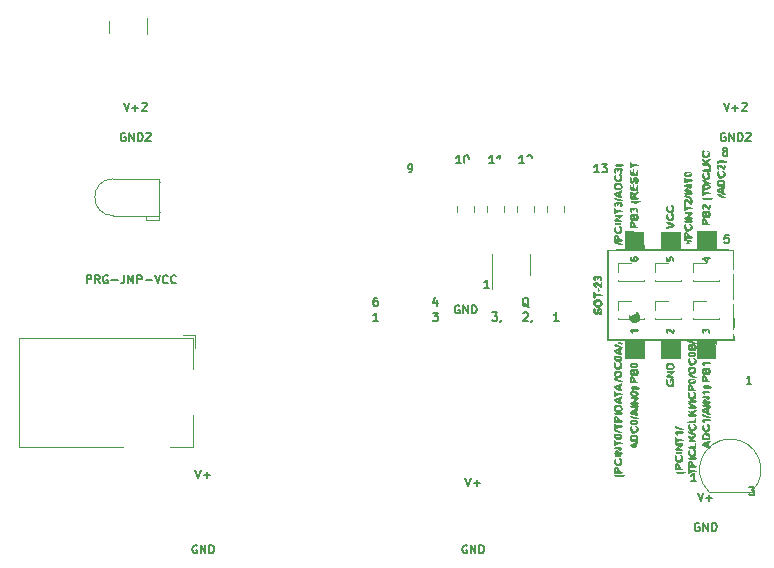
<source format=gto>
G04 #@! TF.GenerationSoftware,KiCad,Pcbnew,5.0.2+dfsg1-1~bpo9+1*
G04 #@! TF.CreationDate,2020-06-30T16:50:40-04:00*
G04 #@! TF.ProjectId,attiny10,61747469-6e79-4313-902e-6b696361645f,0.10.a*
G04 #@! TF.SameCoordinates,Original*
G04 #@! TF.FileFunction,Legend,Top*
G04 #@! TF.FilePolarity,Positive*
%FSLAX46Y46*%
G04 Gerber Fmt 4.6, Leading zero omitted, Abs format (unit mm)*
G04 Created by KiCad (PCBNEW 5.0.2+dfsg1-1~bpo9+1) date Tue 30 Jun 2020 04:50:40 PM EDT*
%MOMM*%
%LPD*%
G01*
G04 APERTURE LIST*
%ADD10C,0.175000*%
%ADD11C,0.120000*%
%ADD12C,0.010000*%
%ADD13C,0.150000*%
%ADD14C,4.300000*%
%ADD15O,1.700000X1.700000*%
%ADD16O,1.200000X1.400000*%
%ADD17O,1.000000X1.000000*%
%ADD18C,0.975000*%
%ADD19C,1.800000*%
%ADD20R,1.800000X1.800000*%
%ADD21R,0.650000X1.760000*%
%ADD22R,1.300000X1.300000*%
%ADD23C,1.300000*%
%ADD24C,3.500000*%
%ADD25C,3.000000*%
%ADD26R,3.500000X3.500000*%
%ADD27R,0.650000X1.560000*%
G04 APERTURE END LIST*
D10*
X85129666Y-78102666D02*
X84796333Y-78102666D01*
X84763000Y-78436000D01*
X84796333Y-78402666D01*
X84863000Y-78369333D01*
X85029666Y-78369333D01*
X85096333Y-78402666D01*
X85129666Y-78436000D01*
X85163000Y-78502666D01*
X85163000Y-78669333D01*
X85129666Y-78736000D01*
X85096333Y-78769333D01*
X85029666Y-78802666D01*
X84863000Y-78802666D01*
X84796333Y-78769333D01*
X84763000Y-78736000D01*
X84902666Y-71036666D02*
X84969333Y-71003333D01*
X85002666Y-70970000D01*
X85036000Y-70903333D01*
X85036000Y-70870000D01*
X85002666Y-70803333D01*
X84969333Y-70770000D01*
X84902666Y-70736666D01*
X84769333Y-70736666D01*
X84702666Y-70770000D01*
X84669333Y-70803333D01*
X84636000Y-70870000D01*
X84636000Y-70903333D01*
X84669333Y-70970000D01*
X84702666Y-71003333D01*
X84769333Y-71036666D01*
X84902666Y-71036666D01*
X84969333Y-71070000D01*
X85002666Y-71103333D01*
X85036000Y-71170000D01*
X85036000Y-71303333D01*
X85002666Y-71370000D01*
X84969333Y-71403333D01*
X84902666Y-71436666D01*
X84769333Y-71436666D01*
X84702666Y-71403333D01*
X84669333Y-71370000D01*
X84636000Y-71303333D01*
X84636000Y-71170000D01*
X84669333Y-71103333D01*
X84702666Y-71070000D01*
X84769333Y-71036666D01*
X87068000Y-90740666D02*
X86668000Y-90740666D01*
X86868000Y-90740666D02*
X86868000Y-90040666D01*
X86801333Y-90140666D01*
X86734666Y-90207333D01*
X86668000Y-90240666D01*
X30777333Y-82231666D02*
X30777333Y-81531666D01*
X31044000Y-81531666D01*
X31110666Y-81565000D01*
X31144000Y-81598333D01*
X31177333Y-81665000D01*
X31177333Y-81765000D01*
X31144000Y-81831666D01*
X31110666Y-81865000D01*
X31044000Y-81898333D01*
X30777333Y-81898333D01*
X31877333Y-82231666D02*
X31644000Y-81898333D01*
X31477333Y-82231666D02*
X31477333Y-81531666D01*
X31744000Y-81531666D01*
X31810666Y-81565000D01*
X31844000Y-81598333D01*
X31877333Y-81665000D01*
X31877333Y-81765000D01*
X31844000Y-81831666D01*
X31810666Y-81865000D01*
X31744000Y-81898333D01*
X31477333Y-81898333D01*
X32544000Y-81565000D02*
X32477333Y-81531666D01*
X32377333Y-81531666D01*
X32277333Y-81565000D01*
X32210666Y-81631666D01*
X32177333Y-81698333D01*
X32144000Y-81831666D01*
X32144000Y-81931666D01*
X32177333Y-82065000D01*
X32210666Y-82131666D01*
X32277333Y-82198333D01*
X32377333Y-82231666D01*
X32444000Y-82231666D01*
X32544000Y-82198333D01*
X32577333Y-82165000D01*
X32577333Y-81931666D01*
X32444000Y-81931666D01*
X32877333Y-81965000D02*
X33410666Y-81965000D01*
X33944000Y-81531666D02*
X33944000Y-82031666D01*
X33910666Y-82131666D01*
X33844000Y-82198333D01*
X33744000Y-82231666D01*
X33677333Y-82231666D01*
X34277333Y-82231666D02*
X34277333Y-81531666D01*
X34510666Y-82031666D01*
X34744000Y-81531666D01*
X34744000Y-82231666D01*
X35077333Y-82231666D02*
X35077333Y-81531666D01*
X35344000Y-81531666D01*
X35410666Y-81565000D01*
X35444000Y-81598333D01*
X35477333Y-81665000D01*
X35477333Y-81765000D01*
X35444000Y-81831666D01*
X35410666Y-81865000D01*
X35344000Y-81898333D01*
X35077333Y-81898333D01*
X35777333Y-81965000D02*
X36310666Y-81965000D01*
X36544000Y-81531666D02*
X36777333Y-82231666D01*
X37010666Y-81531666D01*
X37644000Y-82165000D02*
X37610666Y-82198333D01*
X37510666Y-82231666D01*
X37444000Y-82231666D01*
X37344000Y-82198333D01*
X37277333Y-82131666D01*
X37244000Y-82065000D01*
X37210666Y-81931666D01*
X37210666Y-81831666D01*
X37244000Y-81698333D01*
X37277333Y-81631666D01*
X37344000Y-81565000D01*
X37444000Y-81531666D01*
X37510666Y-81531666D01*
X37610666Y-81565000D01*
X37644000Y-81598333D01*
X38344000Y-82165000D02*
X38310666Y-82198333D01*
X38210666Y-82231666D01*
X38144000Y-82231666D01*
X38044000Y-82198333D01*
X37977333Y-82131666D01*
X37944000Y-82065000D01*
X37910666Y-81931666D01*
X37910666Y-81831666D01*
X37944000Y-81698333D01*
X37977333Y-81631666D01*
X38044000Y-81565000D01*
X38144000Y-81531666D01*
X38210666Y-81531666D01*
X38310666Y-81565000D01*
X38344000Y-81598333D01*
X60091666Y-84706666D02*
X60525000Y-84706666D01*
X60291666Y-84973333D01*
X60391666Y-84973333D01*
X60458333Y-85006666D01*
X60491666Y-85040000D01*
X60525000Y-85106666D01*
X60525000Y-85273333D01*
X60491666Y-85340000D01*
X60458333Y-85373333D01*
X60391666Y-85406666D01*
X60191666Y-85406666D01*
X60125000Y-85373333D01*
X60091666Y-85340000D01*
X55445000Y-85406666D02*
X55045000Y-85406666D01*
X55245000Y-85406666D02*
X55245000Y-84706666D01*
X55178333Y-84806666D01*
X55111666Y-84873333D01*
X55045000Y-84906666D01*
X60458333Y-83670000D02*
X60458333Y-84136666D01*
X60291666Y-83403333D02*
X60125000Y-83903333D01*
X60558333Y-83903333D01*
X55378333Y-83436666D02*
X55245000Y-83436666D01*
X55178333Y-83470000D01*
X55145000Y-83503333D01*
X55078333Y-83603333D01*
X55045000Y-83736666D01*
X55045000Y-84003333D01*
X55078333Y-84070000D01*
X55111666Y-84103333D01*
X55178333Y-84136666D01*
X55311666Y-84136666D01*
X55378333Y-84103333D01*
X55411666Y-84070000D01*
X55445000Y-84003333D01*
X55445000Y-83836666D01*
X55411666Y-83770000D01*
X55378333Y-83736666D01*
X55311666Y-83703333D01*
X55178333Y-83703333D01*
X55111666Y-83736666D01*
X55078333Y-83770000D01*
X55045000Y-83836666D01*
X62966666Y-104425000D02*
X62900000Y-104391666D01*
X62800000Y-104391666D01*
X62700000Y-104425000D01*
X62633333Y-104491666D01*
X62600000Y-104558333D01*
X62566666Y-104691666D01*
X62566666Y-104791666D01*
X62600000Y-104925000D01*
X62633333Y-104991666D01*
X62700000Y-105058333D01*
X62800000Y-105091666D01*
X62866666Y-105091666D01*
X62966666Y-105058333D01*
X63000000Y-105025000D01*
X63000000Y-104791666D01*
X62866666Y-104791666D01*
X63300000Y-105091666D02*
X63300000Y-104391666D01*
X63700000Y-105091666D01*
X63700000Y-104391666D01*
X64033333Y-105091666D02*
X64033333Y-104391666D01*
X64200000Y-104391666D01*
X64300000Y-104425000D01*
X64366666Y-104491666D01*
X64400000Y-104558333D01*
X64433333Y-104691666D01*
X64433333Y-104791666D01*
X64400000Y-104925000D01*
X64366666Y-104991666D01*
X64300000Y-105058333D01*
X64200000Y-105091666D01*
X64033333Y-105091666D01*
X58032666Y-72833666D02*
X58166000Y-72833666D01*
X58232666Y-72800333D01*
X58266000Y-72767000D01*
X58332666Y-72667000D01*
X58366000Y-72533666D01*
X58366000Y-72267000D01*
X58332666Y-72200333D01*
X58299333Y-72167000D01*
X58232666Y-72133666D01*
X58099333Y-72133666D01*
X58032666Y-72167000D01*
X57999333Y-72200333D01*
X57966000Y-72267000D01*
X57966000Y-72433666D01*
X57999333Y-72500333D01*
X58032666Y-72533666D01*
X58099333Y-72567000D01*
X58232666Y-72567000D01*
X58299333Y-72533666D01*
X58332666Y-72500333D01*
X58366000Y-72433666D01*
X74161666Y-72833666D02*
X73761666Y-72833666D01*
X73961666Y-72833666D02*
X73961666Y-72133666D01*
X73895000Y-72233666D01*
X73828333Y-72300333D01*
X73761666Y-72333666D01*
X74395000Y-72133666D02*
X74828333Y-72133666D01*
X74595000Y-72400333D01*
X74695000Y-72400333D01*
X74761666Y-72433666D01*
X74795000Y-72467000D01*
X74828333Y-72533666D01*
X74828333Y-72700333D01*
X74795000Y-72767000D01*
X74761666Y-72800333D01*
X74695000Y-72833666D01*
X74495000Y-72833666D01*
X74428333Y-72800333D01*
X74395000Y-72767000D01*
X67811666Y-72071666D02*
X67411666Y-72071666D01*
X67611666Y-72071666D02*
X67611666Y-71371666D01*
X67545000Y-71471666D01*
X67478333Y-71538333D01*
X67411666Y-71571666D01*
X68078333Y-71438333D02*
X68111666Y-71405000D01*
X68178333Y-71371666D01*
X68345000Y-71371666D01*
X68411666Y-71405000D01*
X68445000Y-71438333D01*
X68478333Y-71505000D01*
X68478333Y-71571666D01*
X68445000Y-71671666D01*
X68045000Y-72071666D01*
X68478333Y-72071666D01*
X65271666Y-72071666D02*
X64871666Y-72071666D01*
X65071666Y-72071666D02*
X65071666Y-71371666D01*
X65005000Y-71471666D01*
X64938333Y-71538333D01*
X64871666Y-71571666D01*
X65938333Y-72071666D02*
X65538333Y-72071666D01*
X65738333Y-72071666D02*
X65738333Y-71371666D01*
X65671666Y-71471666D01*
X65605000Y-71538333D01*
X65538333Y-71571666D01*
X62331666Y-84105000D02*
X62265000Y-84071666D01*
X62165000Y-84071666D01*
X62065000Y-84105000D01*
X61998333Y-84171666D01*
X61965000Y-84238333D01*
X61931666Y-84371666D01*
X61931666Y-84471666D01*
X61965000Y-84605000D01*
X61998333Y-84671666D01*
X62065000Y-84738333D01*
X62165000Y-84771666D01*
X62231666Y-84771666D01*
X62331666Y-84738333D01*
X62365000Y-84705000D01*
X62365000Y-84471666D01*
X62231666Y-84471666D01*
X62665000Y-84771666D02*
X62665000Y-84071666D01*
X63065000Y-84771666D01*
X63065000Y-84071666D01*
X63398333Y-84771666D02*
X63398333Y-84071666D01*
X63565000Y-84071666D01*
X63665000Y-84105000D01*
X63731666Y-84171666D01*
X63765000Y-84238333D01*
X63798333Y-84371666D01*
X63798333Y-84471666D01*
X63765000Y-84605000D01*
X63731666Y-84671666D01*
X63665000Y-84738333D01*
X63565000Y-84771666D01*
X63398333Y-84771666D01*
X62465000Y-72071666D02*
X62065000Y-72071666D01*
X62265000Y-72071666D02*
X62265000Y-71371666D01*
X62198333Y-71471666D01*
X62131666Y-71538333D01*
X62065000Y-71571666D01*
X62898333Y-71371666D02*
X62965000Y-71371666D01*
X63031666Y-71405000D01*
X63065000Y-71438333D01*
X63098333Y-71505000D01*
X63131666Y-71638333D01*
X63131666Y-71805000D01*
X63098333Y-71938333D01*
X63065000Y-72005000D01*
X63031666Y-72038333D01*
X62965000Y-72071666D01*
X62898333Y-72071666D01*
X62831666Y-72038333D01*
X62798333Y-72005000D01*
X62765000Y-71938333D01*
X62731666Y-71805000D01*
X62731666Y-71638333D01*
X62765000Y-71505000D01*
X62798333Y-71438333D01*
X62831666Y-71405000D01*
X62898333Y-71371666D01*
X64843000Y-82612666D02*
X64443000Y-82612666D01*
X64643000Y-82612666D02*
X64643000Y-81912666D01*
X64576333Y-82012666D01*
X64509666Y-82079333D01*
X64443000Y-82112666D01*
X86875144Y-99455144D02*
X87308478Y-99455144D01*
X87075144Y-99721811D01*
X87175144Y-99721811D01*
X87241811Y-99755144D01*
X87275144Y-99788478D01*
X87308478Y-99855144D01*
X87308478Y-100021811D01*
X87275144Y-100088478D01*
X87241811Y-100121811D01*
X87175144Y-100155144D01*
X86975144Y-100155144D01*
X86908478Y-100121811D01*
X86875144Y-100088478D01*
X82369000Y-98995666D02*
X81969000Y-98995666D01*
X82169000Y-98995666D02*
X82169000Y-98295666D01*
X82102333Y-98395666D01*
X82035666Y-98462333D01*
X81969000Y-98495666D01*
X68211666Y-84225833D02*
X68145000Y-84192500D01*
X68078333Y-84125833D01*
X67978333Y-84025833D01*
X67911666Y-83992500D01*
X67845000Y-83992500D01*
X67878333Y-84159166D02*
X67811666Y-84125833D01*
X67745000Y-84059166D01*
X67711666Y-83925833D01*
X67711666Y-83692500D01*
X67745000Y-83559166D01*
X67811666Y-83492500D01*
X67878333Y-83459166D01*
X68011666Y-83459166D01*
X68078333Y-83492500D01*
X68145000Y-83559166D01*
X68178333Y-83692500D01*
X68178333Y-83925833D01*
X68145000Y-84059166D01*
X68078333Y-84125833D01*
X68011666Y-84159166D01*
X67878333Y-84159166D01*
X65111666Y-84684166D02*
X65545000Y-84684166D01*
X65311666Y-84950833D01*
X65411666Y-84950833D01*
X65478333Y-84984166D01*
X65511666Y-85017500D01*
X65545000Y-85084166D01*
X65545000Y-85250833D01*
X65511666Y-85317500D01*
X65478333Y-85350833D01*
X65411666Y-85384166D01*
X65211666Y-85384166D01*
X65145000Y-85350833D01*
X65111666Y-85317500D01*
X65878333Y-85350833D02*
X65878333Y-85384166D01*
X65845000Y-85450833D01*
X65811666Y-85484166D01*
X67745000Y-84750833D02*
X67778333Y-84717500D01*
X67845000Y-84684166D01*
X68011666Y-84684166D01*
X68078333Y-84717500D01*
X68111666Y-84750833D01*
X68145000Y-84817500D01*
X68145000Y-84884166D01*
X68111666Y-84984166D01*
X67711666Y-85384166D01*
X68145000Y-85384166D01*
X68478333Y-85350833D02*
X68478333Y-85384166D01*
X68445000Y-85450833D01*
X68411666Y-85484166D01*
X70745000Y-85384166D02*
X70345000Y-85384166D01*
X70545000Y-85384166D02*
X70545000Y-84684166D01*
X70478333Y-84784166D01*
X70411666Y-84850833D01*
X70345000Y-84884166D01*
X34058333Y-69500000D02*
X33991666Y-69466666D01*
X33891666Y-69466666D01*
X33791666Y-69500000D01*
X33725000Y-69566666D01*
X33691666Y-69633333D01*
X33658333Y-69766666D01*
X33658333Y-69866666D01*
X33691666Y-70000000D01*
X33725000Y-70066666D01*
X33791666Y-70133333D01*
X33891666Y-70166666D01*
X33958333Y-70166666D01*
X34058333Y-70133333D01*
X34091666Y-70100000D01*
X34091666Y-69866666D01*
X33958333Y-69866666D01*
X34391666Y-70166666D02*
X34391666Y-69466666D01*
X34791666Y-70166666D01*
X34791666Y-69466666D01*
X35125000Y-70166666D02*
X35125000Y-69466666D01*
X35291666Y-69466666D01*
X35391666Y-69500000D01*
X35458333Y-69566666D01*
X35491666Y-69633333D01*
X35525000Y-69766666D01*
X35525000Y-69866666D01*
X35491666Y-70000000D01*
X35458333Y-70066666D01*
X35391666Y-70133333D01*
X35291666Y-70166666D01*
X35125000Y-70166666D01*
X35791666Y-69533333D02*
X35825000Y-69500000D01*
X35891666Y-69466666D01*
X36058333Y-69466666D01*
X36125000Y-69500000D01*
X36158333Y-69533333D01*
X36191666Y-69600000D01*
X36191666Y-69666666D01*
X36158333Y-69766666D01*
X35758333Y-70166666D01*
X36191666Y-70166666D01*
X82651666Y-102520000D02*
X82585000Y-102486666D01*
X82485000Y-102486666D01*
X82385000Y-102520000D01*
X82318333Y-102586666D01*
X82285000Y-102653333D01*
X82251666Y-102786666D01*
X82251666Y-102886666D01*
X82285000Y-103020000D01*
X82318333Y-103086666D01*
X82385000Y-103153333D01*
X82485000Y-103186666D01*
X82551666Y-103186666D01*
X82651666Y-103153333D01*
X82685000Y-103120000D01*
X82685000Y-102886666D01*
X82551666Y-102886666D01*
X82985000Y-103186666D02*
X82985000Y-102486666D01*
X83385000Y-103186666D01*
X83385000Y-102486666D01*
X83718333Y-103186666D02*
X83718333Y-102486666D01*
X83885000Y-102486666D01*
X83985000Y-102520000D01*
X84051666Y-102586666D01*
X84085000Y-102653333D01*
X84118333Y-102786666D01*
X84118333Y-102886666D01*
X84085000Y-103020000D01*
X84051666Y-103086666D01*
X83985000Y-103153333D01*
X83885000Y-103186666D01*
X83718333Y-103186666D01*
X82518333Y-99946666D02*
X82751666Y-100646666D01*
X82985000Y-99946666D01*
X83218333Y-100380000D02*
X83751666Y-100380000D01*
X83485000Y-100646666D02*
X83485000Y-100113333D01*
X84725000Y-66926666D02*
X84958333Y-67626666D01*
X85191666Y-66926666D01*
X85425000Y-67360000D02*
X85958333Y-67360000D01*
X85691666Y-67626666D02*
X85691666Y-67093333D01*
X86258333Y-66993333D02*
X86291666Y-66960000D01*
X86358333Y-66926666D01*
X86525000Y-66926666D01*
X86591666Y-66960000D01*
X86625000Y-66993333D01*
X86658333Y-67060000D01*
X86658333Y-67126666D01*
X86625000Y-67226666D01*
X86225000Y-67626666D01*
X86658333Y-67626666D01*
X84858333Y-69500000D02*
X84791666Y-69466666D01*
X84691666Y-69466666D01*
X84591666Y-69500000D01*
X84525000Y-69566666D01*
X84491666Y-69633333D01*
X84458333Y-69766666D01*
X84458333Y-69866666D01*
X84491666Y-70000000D01*
X84525000Y-70066666D01*
X84591666Y-70133333D01*
X84691666Y-70166666D01*
X84758333Y-70166666D01*
X84858333Y-70133333D01*
X84891666Y-70100000D01*
X84891666Y-69866666D01*
X84758333Y-69866666D01*
X85191666Y-70166666D02*
X85191666Y-69466666D01*
X85591666Y-70166666D01*
X85591666Y-69466666D01*
X85925000Y-70166666D02*
X85925000Y-69466666D01*
X86091666Y-69466666D01*
X86191666Y-69500000D01*
X86258333Y-69566666D01*
X86291666Y-69633333D01*
X86325000Y-69766666D01*
X86325000Y-69866666D01*
X86291666Y-70000000D01*
X86258333Y-70066666D01*
X86191666Y-70133333D01*
X86091666Y-70166666D01*
X85925000Y-70166666D01*
X86591666Y-69533333D02*
X86625000Y-69500000D01*
X86691666Y-69466666D01*
X86858333Y-69466666D01*
X86925000Y-69500000D01*
X86958333Y-69533333D01*
X86991666Y-69600000D01*
X86991666Y-69666666D01*
X86958333Y-69766666D01*
X86558333Y-70166666D01*
X86991666Y-70166666D01*
X62833333Y-98676666D02*
X63066666Y-99376666D01*
X63300000Y-98676666D01*
X63533333Y-99110000D02*
X64066666Y-99110000D01*
X63800000Y-99376666D02*
X63800000Y-98843333D01*
X40106666Y-104425000D02*
X40040000Y-104391666D01*
X39940000Y-104391666D01*
X39840000Y-104425000D01*
X39773333Y-104491666D01*
X39740000Y-104558333D01*
X39706666Y-104691666D01*
X39706666Y-104791666D01*
X39740000Y-104925000D01*
X39773333Y-104991666D01*
X39840000Y-105058333D01*
X39940000Y-105091666D01*
X40006666Y-105091666D01*
X40106666Y-105058333D01*
X40140000Y-105025000D01*
X40140000Y-104791666D01*
X40006666Y-104791666D01*
X40440000Y-105091666D02*
X40440000Y-104391666D01*
X40840000Y-105091666D01*
X40840000Y-104391666D01*
X41173333Y-105091666D02*
X41173333Y-104391666D01*
X41340000Y-104391666D01*
X41440000Y-104425000D01*
X41506666Y-104491666D01*
X41540000Y-104558333D01*
X41573333Y-104691666D01*
X41573333Y-104791666D01*
X41540000Y-104925000D01*
X41506666Y-104991666D01*
X41440000Y-105058333D01*
X41340000Y-105091666D01*
X41173333Y-105091666D01*
X39973333Y-98041666D02*
X40206666Y-98741666D01*
X40440000Y-98041666D01*
X40673333Y-98475000D02*
X41206666Y-98475000D01*
X40940000Y-98741666D02*
X40940000Y-98208333D01*
X33925000Y-66926666D02*
X34158333Y-67626666D01*
X34391666Y-66926666D01*
X34625000Y-67360000D02*
X35158333Y-67360000D01*
X34891666Y-67626666D02*
X34891666Y-67093333D01*
X35458333Y-66993333D02*
X35491666Y-66960000D01*
X35558333Y-66926666D01*
X35725000Y-66926666D01*
X35791666Y-66960000D01*
X35825000Y-66993333D01*
X35858333Y-67060000D01*
X35858333Y-67126666D01*
X35825000Y-67226666D01*
X35425000Y-67626666D01*
X35858333Y-67626666D01*
D11*
G04 #@! TO.C,REF\002A\002A*
X75725000Y-85215000D02*
X77945000Y-85215000D01*
X75725000Y-85215000D02*
X75725000Y-85150000D01*
X77945000Y-85215000D02*
X77945000Y-85150000D01*
X75725000Y-85215000D02*
X76271529Y-85215000D01*
X77398471Y-85215000D02*
X77945000Y-85215000D01*
X75725000Y-84455000D02*
X75725000Y-83695000D01*
X75725000Y-83695000D02*
X76835000Y-83695000D01*
X78900000Y-83695000D02*
X80010000Y-83695000D01*
X78900000Y-84455000D02*
X78900000Y-83695000D01*
X80573471Y-85215000D02*
X81120000Y-85215000D01*
X78900000Y-85215000D02*
X79446529Y-85215000D01*
X81120000Y-85215000D02*
X81120000Y-85150000D01*
X78900000Y-85215000D02*
X78900000Y-85150000D01*
X78900000Y-85215000D02*
X81120000Y-85215000D01*
X82075000Y-85215000D02*
X84295000Y-85215000D01*
X82075000Y-85215000D02*
X82075000Y-85150000D01*
X84295000Y-85215000D02*
X84295000Y-85150000D01*
X82075000Y-85215000D02*
X82621529Y-85215000D01*
X83748471Y-85215000D02*
X84295000Y-85215000D01*
X82075000Y-84455000D02*
X82075000Y-83695000D01*
X82075000Y-83695000D02*
X83185000Y-83695000D01*
X82075000Y-80520000D02*
X83185000Y-80520000D01*
X82075000Y-81280000D02*
X82075000Y-80520000D01*
X83748471Y-82040000D02*
X84295000Y-82040000D01*
X82075000Y-82040000D02*
X82621529Y-82040000D01*
X84295000Y-82040000D02*
X84295000Y-81975000D01*
X82075000Y-82040000D02*
X82075000Y-81975000D01*
X82075000Y-82040000D02*
X84295000Y-82040000D01*
X78900000Y-82040000D02*
X81120000Y-82040000D01*
X78900000Y-82040000D02*
X78900000Y-81975000D01*
X81120000Y-82040000D02*
X81120000Y-81975000D01*
X78900000Y-82040000D02*
X79446529Y-82040000D01*
X80573471Y-82040000D02*
X81120000Y-82040000D01*
X78900000Y-81280000D02*
X78900000Y-80520000D01*
X78900000Y-80520000D02*
X80010000Y-80520000D01*
X71195000Y-75687422D02*
X71195000Y-76204578D01*
X69775000Y-75687422D02*
X69775000Y-76204578D01*
X67235000Y-75687422D02*
X67235000Y-76204578D01*
X68655000Y-75687422D02*
X68655000Y-76204578D01*
X66115000Y-75687422D02*
X66115000Y-76204578D01*
X64695000Y-75687422D02*
X64695000Y-76204578D01*
G04 #@! TO.C,REF100552*
X33030000Y-76490000D02*
G75*
G02X33030000Y-73370000I0J1560000D01*
G01*
X37020000Y-76200000D02*
X37020000Y-76200000D01*
X36890000Y-76200000D02*
X37020000Y-76200000D01*
X36890000Y-76200000D02*
X36890000Y-76200000D01*
X37020000Y-76200000D02*
X36890000Y-76200000D01*
X37020000Y-73660000D02*
X37020000Y-73660000D01*
X36890000Y-73660000D02*
X37020000Y-73660000D01*
X36890000Y-73660000D02*
X36890000Y-73660000D01*
X37020000Y-73660000D02*
X36890000Y-73660000D01*
X36890000Y-76490000D02*
X36890000Y-76890000D01*
X35770000Y-76490000D02*
X36890000Y-76490000D01*
X35770000Y-76890000D02*
X35770000Y-76490000D01*
X36890000Y-76890000D02*
X35770000Y-76890000D01*
X36890000Y-73370000D02*
X36890000Y-76490000D01*
X36890000Y-76490000D02*
X33030000Y-76490000D01*
X36890000Y-73370000D02*
X33030000Y-73370000D01*
G04 #@! TO.C,REF\002A\002A*
X65065000Y-79745000D02*
X65065000Y-82695000D01*
X68285000Y-81545000D02*
X68285000Y-79745000D01*
X87108478Y-99838478D02*
G75*
G03X85270000Y-95400000I-1838478J1838478D01*
G01*
X83431522Y-99838478D02*
G75*
G02X85270000Y-95400000I1838478J1838478D01*
G01*
X83470000Y-99850000D02*
X87070000Y-99850000D01*
D12*
G04 #@! TO.C,G\002A\002A\002A*
G36*
X76787109Y-80030915D02*
X76819021Y-79992113D01*
X76877927Y-79964092D01*
X76863095Y-80081040D01*
X76862722Y-80082471D01*
X76860115Y-80227309D01*
X76909792Y-80264000D01*
X76985696Y-80192928D01*
X77004334Y-80088778D01*
X77044968Y-79957218D01*
X77193126Y-79940492D01*
X77193969Y-79940612D01*
X77352861Y-80020742D01*
X77420889Y-80162099D01*
X77374149Y-80289295D01*
X77253510Y-80332654D01*
X77216000Y-80335967D01*
X77216000Y-80264000D01*
X77328249Y-80196227D01*
X77343000Y-80137000D01*
X77275227Y-80024752D01*
X77216000Y-80010000D01*
X77103752Y-80077773D01*
X77089000Y-80137000D01*
X77156773Y-80249249D01*
X77216000Y-80264000D01*
X77216000Y-80335967D01*
X77072232Y-80348667D01*
X76870312Y-80298811D01*
X76764938Y-80178344D01*
X76787109Y-80030915D01*
X76787109Y-80030915D01*
G37*
X76787109Y-80030915D02*
X76819021Y-79992113D01*
X76877927Y-79964092D01*
X76863095Y-80081040D01*
X76862722Y-80082471D01*
X76860115Y-80227309D01*
X76909792Y-80264000D01*
X76985696Y-80192928D01*
X77004334Y-80088778D01*
X77044968Y-79957218D01*
X77193126Y-79940492D01*
X77193969Y-79940612D01*
X77352861Y-80020742D01*
X77420889Y-80162099D01*
X77374149Y-80289295D01*
X77253510Y-80332654D01*
X77216000Y-80335967D01*
X77216000Y-80264000D01*
X77328249Y-80196227D01*
X77343000Y-80137000D01*
X77275227Y-80024752D01*
X77216000Y-80010000D01*
X77103752Y-80077773D01*
X77089000Y-80137000D01*
X77156773Y-80249249D01*
X77216000Y-80264000D01*
X77216000Y-80335967D01*
X77072232Y-80348667D01*
X76870312Y-80298811D01*
X76764938Y-80178344D01*
X76787109Y-80030915D01*
G36*
X76796576Y-86146358D02*
X76986371Y-86108561D01*
X77089000Y-86106000D01*
X77301074Y-86124778D01*
X77419031Y-86171688D01*
X77427667Y-86190667D01*
X77353982Y-86249669D01*
X77175963Y-86275300D01*
X77168670Y-86275333D01*
X76992342Y-86296251D01*
X76964722Y-86364813D01*
X76973256Y-86381167D01*
X76984443Y-86432259D01*
X76893586Y-86370800D01*
X76766629Y-86232442D01*
X76796576Y-86146358D01*
X76796576Y-86146358D01*
G37*
X76796576Y-86146358D02*
X76986371Y-86108561D01*
X77089000Y-86106000D01*
X77301074Y-86124778D01*
X77419031Y-86171688D01*
X77427667Y-86190667D01*
X77353982Y-86249669D01*
X77175963Y-86275300D01*
X77168670Y-86275333D01*
X76992342Y-86296251D01*
X76964722Y-86364813D01*
X76973256Y-86381167D01*
X76984443Y-86432259D01*
X76893586Y-86370800D01*
X76766629Y-86232442D01*
X76796576Y-86146358D01*
G36*
X76706782Y-84884401D02*
X76853839Y-84713801D01*
X77080692Y-84597584D01*
X77267476Y-84623869D01*
X77427667Y-84751333D01*
X77576343Y-84986061D01*
X77560431Y-85216305D01*
X77442167Y-85373211D01*
X77200114Y-85499615D01*
X76955017Y-85470153D01*
X76805789Y-85358500D01*
X76679899Y-85120305D01*
X76706782Y-84884401D01*
X76706782Y-84884401D01*
G37*
X76706782Y-84884401D02*
X76853839Y-84713801D01*
X77080692Y-84597584D01*
X77267476Y-84623869D01*
X77427667Y-84751333D01*
X77576343Y-84986061D01*
X77560431Y-85216305D01*
X77442167Y-85373211D01*
X77200114Y-85499615D01*
X76955017Y-85470153D01*
X76805789Y-85358500D01*
X76679899Y-85120305D01*
X76706782Y-84884401D01*
G36*
X79803700Y-80115833D02*
X79811739Y-79959503D01*
X79837936Y-79962337D01*
X79885639Y-80073500D01*
X79962416Y-80215960D01*
X80026545Y-80269112D01*
X80042911Y-80204491D01*
X80042307Y-80200500D01*
X80052990Y-80005743D01*
X80172600Y-79936738D01*
X80242834Y-79940612D01*
X80414000Y-80037026D01*
X80460389Y-80158167D01*
X80450854Y-80305658D01*
X80404815Y-80348667D01*
X80356585Y-80281393D01*
X80366468Y-80179333D01*
X80360823Y-80040597D01*
X80273875Y-80010000D01*
X80159871Y-80080585D01*
X80137000Y-80179333D01*
X80077132Y-80320838D01*
X79967667Y-80348667D01*
X79841153Y-80306337D01*
X79803484Y-80151697D01*
X79803700Y-80115833D01*
X79803700Y-80115833D01*
G37*
X79803700Y-80115833D02*
X79811739Y-79959503D01*
X79837936Y-79962337D01*
X79885639Y-80073500D01*
X79962416Y-80215960D01*
X80026545Y-80269112D01*
X80042911Y-80204491D01*
X80042307Y-80200500D01*
X80052990Y-80005743D01*
X80172600Y-79936738D01*
X80242834Y-79940612D01*
X80414000Y-80037026D01*
X80460389Y-80158167D01*
X80450854Y-80305658D01*
X80404815Y-80348667D01*
X80356585Y-80281393D01*
X80366468Y-80179333D01*
X80360823Y-80040597D01*
X80273875Y-80010000D01*
X80159871Y-80080585D01*
X80137000Y-80179333D01*
X80077132Y-80320838D01*
X79967667Y-80348667D01*
X79841153Y-80306337D01*
X79803484Y-80151697D01*
X79803700Y-80115833D01*
G36*
X79861382Y-86106476D02*
X79928487Y-86050741D01*
X80085069Y-86064014D01*
X80217381Y-86144455D01*
X80337407Y-86239531D01*
X80391530Y-86212819D01*
X80416073Y-86133557D01*
X80446799Y-86073876D01*
X80464419Y-86182839D01*
X80465845Y-86211833D01*
X80450576Y-86380626D01*
X80404122Y-86444667D01*
X80299613Y-86388054D01*
X80179334Y-86275333D01*
X80037573Y-86148944D01*
X79944670Y-86106000D01*
X79897400Y-86173305D01*
X79907532Y-86275333D01*
X79912281Y-86410341D01*
X79875074Y-86444667D01*
X79806146Y-86382034D01*
X79804979Y-86244247D01*
X79861382Y-86106476D01*
X79861382Y-86106476D01*
G37*
X79861382Y-86106476D02*
X79928487Y-86050741D01*
X80085069Y-86064014D01*
X80217381Y-86144455D01*
X80337407Y-86239531D01*
X80391530Y-86212819D01*
X80416073Y-86133557D01*
X80446799Y-86073876D01*
X80464419Y-86182839D01*
X80465845Y-86211833D01*
X80450576Y-86380626D01*
X80404122Y-86444667D01*
X80299613Y-86388054D01*
X80179334Y-86275333D01*
X80037573Y-86148944D01*
X79944670Y-86106000D01*
X79897400Y-86173305D01*
X79907532Y-86275333D01*
X79912281Y-86410341D01*
X79875074Y-86444667D01*
X79806146Y-86382034D01*
X79804979Y-86244247D01*
X79861382Y-86106476D01*
G36*
X82918982Y-80038965D02*
X83090012Y-79995476D01*
X83289050Y-79984880D01*
X83445720Y-80016636D01*
X83458197Y-80023656D01*
X83515739Y-80082253D01*
X83466055Y-80093370D01*
X83374226Y-80165981D01*
X83339055Y-80268490D01*
X83307349Y-80386085D01*
X83235203Y-80375072D01*
X83142667Y-80303912D01*
X83038456Y-80209826D01*
X83067232Y-80196730D01*
X83121500Y-80212098D01*
X83243777Y-80210697D01*
X83269667Y-80167498D01*
X83199932Y-80114142D01*
X83058000Y-80129435D01*
X82901692Y-80143558D01*
X82846334Y-80105890D01*
X82918982Y-80038965D01*
X82918982Y-80038965D01*
G37*
X82918982Y-80038965D02*
X83090012Y-79995476D01*
X83289050Y-79984880D01*
X83445720Y-80016636D01*
X83458197Y-80023656D01*
X83515739Y-80082253D01*
X83466055Y-80093370D01*
X83374226Y-80165981D01*
X83339055Y-80268490D01*
X83307349Y-80386085D01*
X83235203Y-80375072D01*
X83142667Y-80303912D01*
X83038456Y-80209826D01*
X83067232Y-80196730D01*
X83121500Y-80212098D01*
X83243777Y-80210697D01*
X83269667Y-80167498D01*
X83199932Y-80114142D01*
X83058000Y-80129435D01*
X82901692Y-80143558D01*
X82846334Y-80105890D01*
X82918982Y-80038965D01*
G36*
X82912386Y-86122367D02*
X83047714Y-86069847D01*
X83185000Y-86063667D01*
X83392949Y-86084275D01*
X83486321Y-86166476D01*
X83508389Y-86254167D01*
X83498854Y-86401658D01*
X83452815Y-86444667D01*
X83404585Y-86377393D01*
X83414468Y-86275333D01*
X83402830Y-86136664D01*
X83313510Y-86109672D01*
X83229619Y-86186969D01*
X83120186Y-86230449D01*
X83040590Y-86214604D01*
X82942343Y-86205424D01*
X82955977Y-86302968D01*
X82962097Y-86420558D01*
X82922454Y-86444667D01*
X82864403Y-86374482D01*
X82861612Y-86254167D01*
X82912386Y-86122367D01*
X82912386Y-86122367D01*
G37*
X82912386Y-86122367D02*
X83047714Y-86069847D01*
X83185000Y-86063667D01*
X83392949Y-86084275D01*
X83486321Y-86166476D01*
X83508389Y-86254167D01*
X83498854Y-86401658D01*
X83452815Y-86444667D01*
X83404585Y-86377393D01*
X83414468Y-86275333D01*
X83402830Y-86136664D01*
X83313510Y-86109672D01*
X83229619Y-86186969D01*
X83120186Y-86230449D01*
X83040590Y-86214604D01*
X82942343Y-86205424D01*
X82955977Y-86302968D01*
X82962097Y-86420558D01*
X82922454Y-86444667D01*
X82864403Y-86374482D01*
X82861612Y-86254167D01*
X82912386Y-86122367D01*
G36*
X74074514Y-82657597D02*
X74112996Y-82682848D01*
X74118983Y-82768722D01*
X74098305Y-82859065D01*
X74067830Y-82819875D01*
X74057736Y-82687551D01*
X74074514Y-82657597D01*
X74074514Y-82657597D01*
G37*
X74074514Y-82657597D02*
X74112996Y-82682848D01*
X74118983Y-82768722D01*
X74098305Y-82859065D01*
X74067830Y-82819875D01*
X74057736Y-82687551D01*
X74074514Y-82657597D01*
G36*
X73775066Y-81627049D02*
X73998282Y-81574989D01*
X74057307Y-81573514D01*
X74259506Y-81599743D01*
X74348045Y-81694605D01*
X74364389Y-81766833D01*
X74350173Y-81914141D01*
X74295892Y-81957333D01*
X74239852Y-81905811D01*
X74252667Y-81872667D01*
X74263045Y-81731774D01*
X74244740Y-81690507D01*
X74163065Y-81657333D01*
X74070410Y-81749023D01*
X73984548Y-81831815D01*
X73956334Y-81804182D01*
X73894865Y-81709525D01*
X73862608Y-81703333D01*
X73805995Y-81764921D01*
X73817618Y-81830333D01*
X73815482Y-81939136D01*
X73733739Y-81944855D01*
X73657708Y-81868958D01*
X73649615Y-81733856D01*
X73775066Y-81627049D01*
X73775066Y-81627049D01*
G37*
X73775066Y-81627049D02*
X73998282Y-81574989D01*
X74057307Y-81573514D01*
X74259506Y-81599743D01*
X74348045Y-81694605D01*
X74364389Y-81766833D01*
X74350173Y-81914141D01*
X74295892Y-81957333D01*
X74239852Y-81905811D01*
X74252667Y-81872667D01*
X74263045Y-81731774D01*
X74244740Y-81690507D01*
X74163065Y-81657333D01*
X74070410Y-81749023D01*
X73984548Y-81831815D01*
X73956334Y-81804182D01*
X73894865Y-81709525D01*
X73862608Y-81703333D01*
X73805995Y-81764921D01*
X73817618Y-81830333D01*
X73815482Y-81939136D01*
X73733739Y-81944855D01*
X73657708Y-81868958D01*
X73649615Y-81733856D01*
X73775066Y-81627049D01*
G36*
X73657785Y-82224347D02*
X73711342Y-82166039D01*
X73816190Y-82088735D01*
X73925303Y-82111859D01*
X74062083Y-82209744D01*
X74282863Y-82383410D01*
X74319735Y-82191539D01*
X74345842Y-82102277D01*
X74362259Y-82173011D01*
X74368137Y-82274833D01*
X74356776Y-82461930D01*
X74313648Y-82549171D01*
X74308122Y-82550000D01*
X74203613Y-82493387D01*
X74083334Y-82380667D01*
X73922035Y-82239132D01*
X73828273Y-82231041D01*
X73820427Y-82354843D01*
X73832715Y-82401833D01*
X73864943Y-82532404D01*
X73821769Y-82523867D01*
X73735611Y-82444167D01*
X73633043Y-82321168D01*
X73657785Y-82224347D01*
X73657785Y-82224347D01*
G37*
X73657785Y-82224347D02*
X73711342Y-82166039D01*
X73816190Y-82088735D01*
X73925303Y-82111859D01*
X74062083Y-82209744D01*
X74282863Y-82383410D01*
X74319735Y-82191539D01*
X74345842Y-82102277D01*
X74362259Y-82173011D01*
X74368137Y-82274833D01*
X74356776Y-82461930D01*
X74313648Y-82549171D01*
X74308122Y-82550000D01*
X74203613Y-82493387D01*
X74083334Y-82380667D01*
X73922035Y-82239132D01*
X73828273Y-82231041D01*
X73820427Y-82354843D01*
X73832715Y-82401833D01*
X73864943Y-82532404D01*
X73821769Y-82523867D01*
X73735611Y-82444167D01*
X73633043Y-82321168D01*
X73657785Y-82224347D01*
G36*
X73669042Y-82965215D02*
X73702334Y-82931000D01*
X73775606Y-82949222D01*
X73787000Y-83005559D01*
X73868096Y-83109652D01*
X74104500Y-83165657D01*
X74422000Y-83198868D01*
X74104500Y-83213101D01*
X73875982Y-83248758D01*
X73789305Y-83335152D01*
X73787000Y-83359330D01*
X73745954Y-83446965D01*
X73702334Y-83439000D01*
X73633802Y-83314929D01*
X73622705Y-83125641D01*
X73669042Y-82965215D01*
X73669042Y-82965215D01*
G37*
X73669042Y-82965215D02*
X73702334Y-82931000D01*
X73775606Y-82949222D01*
X73787000Y-83005559D01*
X73868096Y-83109652D01*
X74104500Y-83165657D01*
X74422000Y-83198868D01*
X74104500Y-83213101D01*
X73875982Y-83248758D01*
X73789305Y-83335152D01*
X73787000Y-83359330D01*
X73745954Y-83446965D01*
X73702334Y-83439000D01*
X73633802Y-83314929D01*
X73622705Y-83125641D01*
X73669042Y-82965215D01*
G36*
X73759195Y-83633460D02*
X73999986Y-83567442D01*
X74048875Y-83566000D01*
X74256426Y-83629921D01*
X74368255Y-83784000D01*
X74369581Y-83971716D01*
X74245624Y-84136545D01*
X74204656Y-84161705D01*
X74029865Y-84208373D01*
X73978667Y-84187599D01*
X73978667Y-84074000D01*
X74199750Y-84036172D01*
X74281531Y-83914777D01*
X74275601Y-83824129D01*
X74179463Y-83720505D01*
X74039841Y-83693000D01*
X73865861Y-83740172D01*
X73802278Y-83883500D01*
X73815643Y-84028804D01*
X73943003Y-84073269D01*
X73978667Y-84074000D01*
X73978667Y-84187599D01*
X73841734Y-84132037D01*
X73823656Y-84120399D01*
X73656341Y-83946098D01*
X73639750Y-83771732D01*
X73759195Y-83633460D01*
X73759195Y-83633460D01*
G37*
X73759195Y-83633460D02*
X73999986Y-83567442D01*
X74048875Y-83566000D01*
X74256426Y-83629921D01*
X74368255Y-83784000D01*
X74369581Y-83971716D01*
X74245624Y-84136545D01*
X74204656Y-84161705D01*
X74029865Y-84208373D01*
X73978667Y-84187599D01*
X73978667Y-84074000D01*
X74199750Y-84036172D01*
X74281531Y-83914777D01*
X74275601Y-83824129D01*
X74179463Y-83720505D01*
X74039841Y-83693000D01*
X73865861Y-83740172D01*
X73802278Y-83883500D01*
X73815643Y-84028804D01*
X73943003Y-84073269D01*
X73978667Y-84074000D01*
X73978667Y-84187599D01*
X73841734Y-84132037D01*
X73823656Y-84120399D01*
X73656341Y-83946098D01*
X73639750Y-83771732D01*
X73759195Y-83633460D01*
G36*
X73734750Y-84338134D02*
X73808725Y-84357996D01*
X73811532Y-84497333D01*
X73813472Y-84632981D01*
X73861792Y-84666667D01*
X73947523Y-84599057D01*
X73956334Y-84550034D01*
X74012593Y-84389083D01*
X74139498Y-84306398D01*
X74274240Y-84341378D01*
X74280081Y-84346948D01*
X74367151Y-84516599D01*
X74365566Y-84704092D01*
X74323222Y-84779556D01*
X74192880Y-84835377D01*
X74179289Y-84836000D01*
X74148738Y-84792526D01*
X74193400Y-84734400D01*
X74283700Y-84584328D01*
X74295000Y-84522733D01*
X74255375Y-84419169D01*
X74164843Y-84439831D01*
X74065917Y-84567714D01*
X74041000Y-84624333D01*
X73956145Y-84781167D01*
X73884129Y-84836000D01*
X73750649Y-84765488D01*
X73655296Y-84609466D01*
X73647871Y-84456078D01*
X73734750Y-84338134D01*
X73734750Y-84338134D01*
G37*
X73734750Y-84338134D02*
X73808725Y-84357996D01*
X73811532Y-84497333D01*
X73813472Y-84632981D01*
X73861792Y-84666667D01*
X73947523Y-84599057D01*
X73956334Y-84550034D01*
X74012593Y-84389083D01*
X74139498Y-84306398D01*
X74274240Y-84341378D01*
X74280081Y-84346948D01*
X74367151Y-84516599D01*
X74365566Y-84704092D01*
X74323222Y-84779556D01*
X74192880Y-84835377D01*
X74179289Y-84836000D01*
X74148738Y-84792526D01*
X74193400Y-84734400D01*
X74283700Y-84584328D01*
X74295000Y-84522733D01*
X74255375Y-84419169D01*
X74164843Y-84439831D01*
X74065917Y-84567714D01*
X74041000Y-84624333D01*
X73956145Y-84781167D01*
X73884129Y-84836000D01*
X73750649Y-84765488D01*
X73655296Y-84609466D01*
X73647871Y-84456078D01*
X73734750Y-84338134D01*
G36*
X75421358Y-72585426D02*
X75574647Y-72476495D01*
X75670834Y-72452024D01*
X75878530Y-72433486D01*
X76006224Y-72445712D01*
X76009500Y-72447412D01*
X76067875Y-72562699D01*
X76057196Y-72731916D01*
X75984571Y-72857755D01*
X75979263Y-72861273D01*
X75921586Y-72854568D01*
X75942635Y-72739270D01*
X75954451Y-72594902D01*
X75874095Y-72559333D01*
X75735401Y-72620680D01*
X75705740Y-72665167D01*
X75667486Y-72727559D01*
X75656351Y-72665167D01*
X75592661Y-72566637D01*
X75559295Y-72559333D01*
X75507865Y-72625798D01*
X75526032Y-72739270D01*
X75543913Y-72865120D01*
X75489404Y-72861273D01*
X75386095Y-72729135D01*
X75421358Y-72585426D01*
X75421358Y-72585426D01*
G37*
X75421358Y-72585426D02*
X75574647Y-72476495D01*
X75670834Y-72452024D01*
X75878530Y-72433486D01*
X76006224Y-72445712D01*
X76009500Y-72447412D01*
X76067875Y-72562699D01*
X76057196Y-72731916D01*
X75984571Y-72857755D01*
X75979263Y-72861273D01*
X75921586Y-72854568D01*
X75942635Y-72739270D01*
X75954451Y-72594902D01*
X75874095Y-72559333D01*
X75735401Y-72620680D01*
X75705740Y-72665167D01*
X75667486Y-72727559D01*
X75656351Y-72665167D01*
X75592661Y-72566637D01*
X75559295Y-72559333D01*
X75507865Y-72625798D01*
X75526032Y-72739270D01*
X75543913Y-72865120D01*
X75489404Y-72861273D01*
X75386095Y-72729135D01*
X75421358Y-72585426D01*
G36*
X75429082Y-73100336D02*
X75483727Y-73022903D01*
X75536505Y-73041567D01*
X75519762Y-73175764D01*
X75533286Y-73366563D01*
X75664983Y-73460500D01*
X75861334Y-73436618D01*
X75977026Y-73325330D01*
X75947912Y-73160292D01*
X75882500Y-73073683D01*
X75822457Y-72991882D01*
X75897579Y-72997964D01*
X75903667Y-72999780D01*
X76025664Y-73109397D01*
X76060507Y-73287252D01*
X76007484Y-73456348D01*
X75908589Y-73531438D01*
X75654087Y-73555619D01*
X75469431Y-73466666D01*
X75395734Y-73284871D01*
X75395667Y-73278291D01*
X75429082Y-73100336D01*
X75429082Y-73100336D01*
G37*
X75429082Y-73100336D02*
X75483727Y-73022903D01*
X75536505Y-73041567D01*
X75519762Y-73175764D01*
X75533286Y-73366563D01*
X75664983Y-73460500D01*
X75861334Y-73436618D01*
X75977026Y-73325330D01*
X75947912Y-73160292D01*
X75882500Y-73073683D01*
X75822457Y-72991882D01*
X75897579Y-72997964D01*
X75903667Y-72999780D01*
X76025664Y-73109397D01*
X76060507Y-73287252D01*
X76007484Y-73456348D01*
X75908589Y-73531438D01*
X75654087Y-73555619D01*
X75469431Y-73466666D01*
X75395734Y-73284871D01*
X75395667Y-73278291D01*
X75429082Y-73100336D01*
G36*
X75429519Y-73804124D02*
X75558711Y-73708920D01*
X75608433Y-73694492D01*
X75856005Y-73701291D01*
X76022126Y-73842482D01*
X76073000Y-74051367D01*
X76052723Y-74181355D01*
X75960455Y-74239105D01*
X75749039Y-74252647D01*
X75734334Y-74252667D01*
X75734334Y-74168000D01*
X75922053Y-74139996D01*
X75986703Y-74039408D01*
X75988334Y-74007725D01*
X75929403Y-73849972D01*
X75861334Y-73798716D01*
X75657298Y-73784709D01*
X75513955Y-73887021D01*
X75480334Y-74007725D01*
X75524714Y-74126177D01*
X75684123Y-74166972D01*
X75734334Y-74168000D01*
X75734334Y-74252667D01*
X75517156Y-74242589D01*
X75420610Y-74188256D01*
X75396188Y-74053519D01*
X75395667Y-74000280D01*
X75429519Y-73804124D01*
X75429519Y-73804124D01*
G37*
X75429519Y-73804124D02*
X75558711Y-73708920D01*
X75608433Y-73694492D01*
X75856005Y-73701291D01*
X76022126Y-73842482D01*
X76073000Y-74051367D01*
X76052723Y-74181355D01*
X75960455Y-74239105D01*
X75749039Y-74252647D01*
X75734334Y-74252667D01*
X75734334Y-74168000D01*
X75922053Y-74139996D01*
X75986703Y-74039408D01*
X75988334Y-74007725D01*
X75929403Y-73849972D01*
X75861334Y-73798716D01*
X75657298Y-73784709D01*
X75513955Y-73887021D01*
X75480334Y-74007725D01*
X75524714Y-74126177D01*
X75684123Y-74166972D01*
X75734334Y-74168000D01*
X75734334Y-74252667D01*
X75517156Y-74242589D01*
X75420610Y-74188256D01*
X75396188Y-74053519D01*
X75395667Y-74000280D01*
X75429519Y-73804124D01*
G36*
X75466199Y-74591508D02*
X75641616Y-74492333D01*
X75702340Y-74465470D01*
X75949715Y-74368445D01*
X76059936Y-74344675D01*
X76047886Y-74392854D01*
X76005267Y-74438933D01*
X75915859Y-74605737D01*
X75923207Y-74778433D01*
X76009500Y-74873927D01*
X76056601Y-74914634D01*
X76022134Y-74923316D01*
X75860447Y-74900808D01*
X75658242Y-74834050D01*
X75649667Y-74829965D01*
X75649667Y-74718333D01*
X75727686Y-74711621D01*
X75734334Y-74680997D01*
X75672873Y-74594779D01*
X75649667Y-74591333D01*
X75567201Y-74620220D01*
X75565000Y-74628670D01*
X75624329Y-74700956D01*
X75649667Y-74718333D01*
X75649667Y-74829965D01*
X75481595Y-74749882D01*
X75396587Y-74675144D01*
X75395667Y-74668854D01*
X75466199Y-74591508D01*
X75466199Y-74591508D01*
G37*
X75466199Y-74591508D02*
X75641616Y-74492333D01*
X75702340Y-74465470D01*
X75949715Y-74368445D01*
X76059936Y-74344675D01*
X76047886Y-74392854D01*
X76005267Y-74438933D01*
X75915859Y-74605737D01*
X75923207Y-74778433D01*
X76009500Y-74873927D01*
X76056601Y-74914634D01*
X76022134Y-74923316D01*
X75860447Y-74900808D01*
X75658242Y-74834050D01*
X75649667Y-74829965D01*
X75649667Y-74718333D01*
X75727686Y-74711621D01*
X75734334Y-74680997D01*
X75672873Y-74594779D01*
X75649667Y-74591333D01*
X75567201Y-74620220D01*
X75565000Y-74628670D01*
X75624329Y-74700956D01*
X75649667Y-74718333D01*
X75649667Y-74829965D01*
X75481595Y-74749882D01*
X75396587Y-74675144D01*
X75395667Y-74668854D01*
X75466199Y-74591508D01*
G36*
X75402722Y-74986794D02*
X75497120Y-74993776D01*
X75691695Y-75044620D01*
X75776667Y-75071671D01*
X76115334Y-75184422D01*
X75776667Y-75134327D01*
X75503942Y-75083235D01*
X75388594Y-75031965D01*
X75402722Y-74986794D01*
X75402722Y-74986794D01*
G37*
X75402722Y-74986794D02*
X75497120Y-74993776D01*
X75691695Y-75044620D01*
X75776667Y-75071671D01*
X76115334Y-75184422D01*
X75776667Y-75134327D01*
X75503942Y-75083235D01*
X75388594Y-75031965D01*
X75402722Y-74986794D01*
G36*
X75463845Y-75396164D02*
X75658363Y-75321961D01*
X75865156Y-75298666D01*
X75996303Y-75315935D01*
X75997029Y-75316374D01*
X76061002Y-75423984D01*
X76066685Y-75573698D01*
X76017180Y-75680413D01*
X75983337Y-75692000D01*
X75932771Y-75640130D01*
X75946000Y-75607333D01*
X75956379Y-75466441D01*
X75938073Y-75425174D01*
X75856399Y-75391999D01*
X75763743Y-75483690D01*
X75677881Y-75566482D01*
X75649667Y-75538849D01*
X75588198Y-75444192D01*
X75555942Y-75438000D01*
X75499329Y-75499587D01*
X75510951Y-75565000D01*
X75512711Y-75674022D01*
X75477676Y-75692000D01*
X75409617Y-75621548D01*
X75395667Y-75533250D01*
X75463845Y-75396164D01*
X75463845Y-75396164D01*
G37*
X75463845Y-75396164D02*
X75658363Y-75321961D01*
X75865156Y-75298666D01*
X75996303Y-75315935D01*
X75997029Y-75316374D01*
X76061002Y-75423984D01*
X76066685Y-75573698D01*
X76017180Y-75680413D01*
X75983337Y-75692000D01*
X75932771Y-75640130D01*
X75946000Y-75607333D01*
X75956379Y-75466441D01*
X75938073Y-75425174D01*
X75856399Y-75391999D01*
X75763743Y-75483690D01*
X75677881Y-75566482D01*
X75649667Y-75538849D01*
X75588198Y-75444192D01*
X75555942Y-75438000D01*
X75499329Y-75499587D01*
X75510951Y-75565000D01*
X75512711Y-75674022D01*
X75477676Y-75692000D01*
X75409617Y-75621548D01*
X75395667Y-75533250D01*
X75463845Y-75396164D01*
G36*
X75423023Y-75897834D02*
X75442480Y-75851107D01*
X75453106Y-75877704D01*
X75569904Y-75997065D01*
X75803118Y-76053972D01*
X76115334Y-76086868D01*
X75804042Y-76101101D01*
X75561837Y-76145294D01*
X75456154Y-76256009D01*
X75454030Y-76263500D01*
X75430686Y-76283900D01*
X75416897Y-76162739D01*
X75415310Y-76073000D01*
X75423023Y-75897834D01*
X75423023Y-75897834D01*
G37*
X75423023Y-75897834D02*
X75442480Y-75851107D01*
X75453106Y-75877704D01*
X75569904Y-75997065D01*
X75803118Y-76053972D01*
X76115334Y-76086868D01*
X75804042Y-76101101D01*
X75561837Y-76145294D01*
X75456154Y-76256009D01*
X75454030Y-76263500D01*
X75430686Y-76283900D01*
X75416897Y-76162739D01*
X75415310Y-76073000D01*
X75423023Y-75897834D01*
G36*
X75477952Y-76789049D02*
X75620562Y-76701140D01*
X75845456Y-76581000D01*
X75599395Y-76527517D01*
X75476323Y-76495168D01*
X75495724Y-76477259D01*
X75669604Y-76468411D01*
X75734334Y-76467062D01*
X76115334Y-76460090D01*
X75868670Y-76661753D01*
X75622006Y-76863417D01*
X75868670Y-76900023D01*
X75985679Y-76923265D01*
X75949190Y-76938587D01*
X75755500Y-76949314D01*
X75500717Y-76938640D01*
X75407794Y-76884470D01*
X75477952Y-76789049D01*
X75477952Y-76789049D01*
G37*
X75477952Y-76789049D02*
X75620562Y-76701140D01*
X75845456Y-76581000D01*
X75599395Y-76527517D01*
X75476323Y-76495168D01*
X75495724Y-76477259D01*
X75669604Y-76468411D01*
X75734334Y-76467062D01*
X76115334Y-76460090D01*
X75868670Y-76661753D01*
X75622006Y-76863417D01*
X75868670Y-76900023D01*
X75985679Y-76923265D01*
X75949190Y-76938587D01*
X75755500Y-76949314D01*
X75500717Y-76938640D01*
X75407794Y-76884470D01*
X75477952Y-76789049D01*
G36*
X75543834Y-77156248D02*
X75790551Y-77142241D01*
X75924834Y-77156248D01*
X75964956Y-77177186D01*
X75858582Y-77190470D01*
X75734334Y-77192940D01*
X75551212Y-77186335D01*
X75500943Y-77169449D01*
X75543834Y-77156248D01*
X75543834Y-77156248D01*
G37*
X75543834Y-77156248D02*
X75790551Y-77142241D01*
X75924834Y-77156248D01*
X75964956Y-77177186D01*
X75858582Y-77190470D01*
X75734334Y-77192940D01*
X75551212Y-77186335D01*
X75500943Y-77169449D01*
X75543834Y-77156248D01*
G36*
X75429082Y-77503002D02*
X75483727Y-77425569D01*
X75536505Y-77444234D01*
X75519762Y-77578431D01*
X75533286Y-77769230D01*
X75664983Y-77863167D01*
X75861334Y-77839285D01*
X75977026Y-77727996D01*
X75947912Y-77562959D01*
X75882500Y-77476350D01*
X75822457Y-77394549D01*
X75897579Y-77400631D01*
X75903667Y-77402446D01*
X76025664Y-77512064D01*
X76060507Y-77689918D01*
X76007484Y-77859015D01*
X75908589Y-77934105D01*
X75654087Y-77958285D01*
X75469431Y-77869333D01*
X75395734Y-77687537D01*
X75395667Y-77680958D01*
X75429082Y-77503002D01*
X75429082Y-77503002D01*
G37*
X75429082Y-77503002D02*
X75483727Y-77425569D01*
X75536505Y-77444234D01*
X75519762Y-77578431D01*
X75533286Y-77769230D01*
X75664983Y-77863167D01*
X75861334Y-77839285D01*
X75977026Y-77727996D01*
X75947912Y-77562959D01*
X75882500Y-77476350D01*
X75822457Y-77394549D01*
X75897579Y-77400631D01*
X75903667Y-77402446D01*
X76025664Y-77512064D01*
X76060507Y-77689918D01*
X76007484Y-77859015D01*
X75908589Y-77934105D01*
X75654087Y-77958285D01*
X75469431Y-77869333D01*
X75395734Y-77687537D01*
X75395667Y-77680958D01*
X75429082Y-77503002D01*
G36*
X75410666Y-78390933D02*
X75455166Y-78187176D01*
X75553794Y-78109802D01*
X75607334Y-78105000D01*
X75758743Y-78174174D01*
X75803722Y-78295500D01*
X75870695Y-78444443D01*
X75951889Y-78486000D01*
X76073093Y-78513325D01*
X76066782Y-78573527D01*
X75961578Y-78633951D01*
X75797834Y-78661775D01*
X75607334Y-78666234D01*
X75607334Y-78486000D01*
X75714471Y-78470046D01*
X75719889Y-78386091D01*
X75683128Y-78281744D01*
X75599323Y-78193318D01*
X75512488Y-78238558D01*
X75480334Y-78363997D01*
X75548216Y-78471885D01*
X75607334Y-78486000D01*
X75607334Y-78666234D01*
X75522667Y-78668216D01*
X75819000Y-78788033D01*
X76115334Y-78907850D01*
X75819000Y-78857338D01*
X75559910Y-78794611D01*
X75433396Y-78693568D01*
X75402742Y-78512268D01*
X75410666Y-78390933D01*
X75410666Y-78390933D01*
G37*
X75410666Y-78390933D02*
X75455166Y-78187176D01*
X75553794Y-78109802D01*
X75607334Y-78105000D01*
X75758743Y-78174174D01*
X75803722Y-78295500D01*
X75870695Y-78444443D01*
X75951889Y-78486000D01*
X76073093Y-78513325D01*
X76066782Y-78573527D01*
X75961578Y-78633951D01*
X75797834Y-78661775D01*
X75607334Y-78666234D01*
X75607334Y-78486000D01*
X75714471Y-78470046D01*
X75719889Y-78386091D01*
X75683128Y-78281744D01*
X75599323Y-78193318D01*
X75512488Y-78238558D01*
X75480334Y-78363997D01*
X75548216Y-78471885D01*
X75607334Y-78486000D01*
X75607334Y-78666234D01*
X75522667Y-78668216D01*
X75819000Y-78788033D01*
X76115334Y-78907850D01*
X75819000Y-78857338D01*
X75559910Y-78794611D01*
X75433396Y-78693568D01*
X75402742Y-78512268D01*
X75410666Y-78390933D01*
G36*
X75805583Y-87212707D02*
X75903667Y-87206667D01*
X76041298Y-87238835D01*
X76073000Y-87283407D01*
X76005574Y-87326959D01*
X75903667Y-87315866D01*
X75766885Y-87266715D01*
X75734334Y-87239125D01*
X75805583Y-87212707D01*
X75805583Y-87212707D01*
G37*
X75805583Y-87212707D02*
X75903667Y-87206667D01*
X76041298Y-87238835D01*
X76073000Y-87283407D01*
X76005574Y-87326959D01*
X75903667Y-87315866D01*
X75766885Y-87266715D01*
X75734334Y-87239125D01*
X75805583Y-87212707D01*
G36*
X75466926Y-87875168D02*
X75639443Y-87790276D01*
X75649667Y-87786647D01*
X75851031Y-87692567D01*
X75883486Y-87609994D01*
X75747059Y-87539510D01*
X75636144Y-87512996D01*
X75468845Y-87463660D01*
X75415309Y-87414171D01*
X75418804Y-87409307D01*
X75525584Y-87398849D01*
X75711224Y-87441189D01*
X75907448Y-87513131D01*
X76045977Y-87591478D01*
X76073000Y-87631569D01*
X76011781Y-87739640D01*
X75988334Y-87757000D01*
X75912762Y-87883247D01*
X75920293Y-88051244D01*
X76005971Y-88165096D01*
X76009500Y-88166594D01*
X76056601Y-88207301D01*
X76022134Y-88215983D01*
X75856785Y-88193066D01*
X75653435Y-88124695D01*
X75649667Y-88122838D01*
X75649667Y-88011000D01*
X75727686Y-88004287D01*
X75734334Y-87973664D01*
X75672873Y-87887446D01*
X75649667Y-87884000D01*
X75567201Y-87912887D01*
X75565000Y-87921337D01*
X75624329Y-87993623D01*
X75649667Y-88011000D01*
X75649667Y-88122838D01*
X75477948Y-88038206D01*
X75396186Y-87960933D01*
X75395667Y-87955980D01*
X75466926Y-87875168D01*
X75466926Y-87875168D01*
G37*
X75466926Y-87875168D02*
X75639443Y-87790276D01*
X75649667Y-87786647D01*
X75851031Y-87692567D01*
X75883486Y-87609994D01*
X75747059Y-87539510D01*
X75636144Y-87512996D01*
X75468845Y-87463660D01*
X75415309Y-87414171D01*
X75418804Y-87409307D01*
X75525584Y-87398849D01*
X75711224Y-87441189D01*
X75907448Y-87513131D01*
X76045977Y-87591478D01*
X76073000Y-87631569D01*
X76011781Y-87739640D01*
X75988334Y-87757000D01*
X75912762Y-87883247D01*
X75920293Y-88051244D01*
X76005971Y-88165096D01*
X76009500Y-88166594D01*
X76056601Y-88207301D01*
X76022134Y-88215983D01*
X75856785Y-88193066D01*
X75653435Y-88124695D01*
X75649667Y-88122838D01*
X75649667Y-88011000D01*
X75727686Y-88004287D01*
X75734334Y-87973664D01*
X75672873Y-87887446D01*
X75649667Y-87884000D01*
X75567201Y-87912887D01*
X75565000Y-87921337D01*
X75624329Y-87993623D01*
X75649667Y-88011000D01*
X75649667Y-88122838D01*
X75477948Y-88038206D01*
X75396186Y-87960933D01*
X75395667Y-87955980D01*
X75466926Y-87875168D01*
G36*
X75411898Y-88532895D02*
X75464468Y-88405506D01*
X75605849Y-88355036D01*
X75734334Y-88349667D01*
X75943391Y-88370951D01*
X76036836Y-88453924D01*
X76056769Y-88532895D01*
X76018804Y-88705035D01*
X75908603Y-88771434D01*
X75734334Y-88790272D01*
X75734334Y-88646000D01*
X75928108Y-88615428D01*
X75982397Y-88543376D01*
X75885282Y-88459344D01*
X75819758Y-88434574D01*
X75619262Y-88419610D01*
X75496198Y-88501376D01*
X75480334Y-88566330D01*
X75553927Y-88622276D01*
X75731238Y-88645994D01*
X75734334Y-88646000D01*
X75734334Y-88790272D01*
X75663408Y-88797939D01*
X75482487Y-88724626D01*
X75409493Y-88572458D01*
X75411898Y-88532895D01*
X75411898Y-88532895D01*
G37*
X75411898Y-88532895D02*
X75464468Y-88405506D01*
X75605849Y-88355036D01*
X75734334Y-88349667D01*
X75943391Y-88370951D01*
X76036836Y-88453924D01*
X76056769Y-88532895D01*
X76018804Y-88705035D01*
X75908603Y-88771434D01*
X75734334Y-88790272D01*
X75734334Y-88646000D01*
X75928108Y-88615428D01*
X75982397Y-88543376D01*
X75885282Y-88459344D01*
X75819758Y-88434574D01*
X75619262Y-88419610D01*
X75496198Y-88501376D01*
X75480334Y-88566330D01*
X75553927Y-88622276D01*
X75731238Y-88645994D01*
X75734334Y-88646000D01*
X75734334Y-88790272D01*
X75663408Y-88797939D01*
X75482487Y-88724626D01*
X75409493Y-88572458D01*
X75411898Y-88532895D01*
G36*
X75418291Y-88939982D02*
X75468593Y-88900000D01*
X75509331Y-88970443D01*
X75501056Y-89111667D01*
X75495526Y-89266628D01*
X75593186Y-89319476D01*
X75684787Y-89323333D01*
X75872512Y-89273346D01*
X75969939Y-89156144D01*
X75947885Y-89020863D01*
X75894838Y-88969676D01*
X75822682Y-88909422D01*
X75898393Y-88919938D01*
X75903667Y-88921353D01*
X76022368Y-89026680D01*
X76054097Y-89204340D01*
X75986748Y-89374783D01*
X75974645Y-89387822D01*
X75773870Y-89486034D01*
X75560924Y-89440929D01*
X75497267Y-89391067D01*
X75425047Y-89254913D01*
X75397321Y-89080562D01*
X75418291Y-88939982D01*
X75418291Y-88939982D01*
G37*
X75418291Y-88939982D02*
X75468593Y-88900000D01*
X75509331Y-88970443D01*
X75501056Y-89111667D01*
X75495526Y-89266628D01*
X75593186Y-89319476D01*
X75684787Y-89323333D01*
X75872512Y-89273346D01*
X75969939Y-89156144D01*
X75947885Y-89020863D01*
X75894838Y-88969676D01*
X75822682Y-88909422D01*
X75898393Y-88919938D01*
X75903667Y-88921353D01*
X76022368Y-89026680D01*
X76054097Y-89204340D01*
X75986748Y-89374783D01*
X75974645Y-89387822D01*
X75773870Y-89486034D01*
X75560924Y-89440929D01*
X75497267Y-89391067D01*
X75425047Y-89254913D01*
X75397321Y-89080562D01*
X75418291Y-88939982D01*
G36*
X75411759Y-89846806D02*
X75452651Y-89692384D01*
X75562816Y-89629765D01*
X75734334Y-89619667D01*
X75937838Y-89637336D01*
X76028649Y-89716232D01*
X76056908Y-89846806D01*
X76026553Y-90060353D01*
X75908741Y-90167285D01*
X75797912Y-90190851D01*
X75797912Y-90071239D01*
X75939582Y-89990517D01*
X75972265Y-89852756D01*
X75871491Y-89730256D01*
X75734334Y-89704333D01*
X75568831Y-89756678D01*
X75490469Y-89874554D01*
X75521740Y-89999223D01*
X75601076Y-90052315D01*
X75797912Y-90071239D01*
X75797912Y-90190851D01*
X75681481Y-90215609D01*
X75500056Y-90129709D01*
X75411384Y-89939841D01*
X75411759Y-89846806D01*
X75411759Y-89846806D01*
G37*
X75411759Y-89846806D02*
X75452651Y-89692384D01*
X75562816Y-89629765D01*
X75734334Y-89619667D01*
X75937838Y-89637336D01*
X76028649Y-89716232D01*
X76056908Y-89846806D01*
X76026553Y-90060353D01*
X75908741Y-90167285D01*
X75797912Y-90190851D01*
X75797912Y-90071239D01*
X75939582Y-89990517D01*
X75972265Y-89852756D01*
X75871491Y-89730256D01*
X75734334Y-89704333D01*
X75568831Y-89756678D01*
X75490469Y-89874554D01*
X75521740Y-89999223D01*
X75601076Y-90052315D01*
X75797912Y-90071239D01*
X75797912Y-90190851D01*
X75681481Y-90215609D01*
X75500056Y-90129709D01*
X75411384Y-89939841D01*
X75411759Y-89846806D01*
G36*
X75519799Y-90279771D02*
X75769850Y-90367727D01*
X75819000Y-90387366D01*
X76115334Y-90507183D01*
X75819000Y-90456672D01*
X75597337Y-90402458D01*
X75450524Y-90337325D01*
X75442234Y-90330414D01*
X75408602Y-90267033D01*
X75519799Y-90279771D01*
X75519799Y-90279771D01*
G37*
X75519799Y-90279771D02*
X75769850Y-90367727D01*
X75819000Y-90387366D01*
X76115334Y-90507183D01*
X75819000Y-90456672D01*
X75597337Y-90402458D01*
X75450524Y-90337325D01*
X75442234Y-90330414D01*
X75408602Y-90267033D01*
X75519799Y-90279771D01*
G36*
X75466199Y-90932175D02*
X75641616Y-90833000D01*
X75702340Y-90806136D01*
X75949715Y-90709112D01*
X76059936Y-90685341D01*
X76047886Y-90733521D01*
X76005267Y-90779600D01*
X75915859Y-90946403D01*
X75923207Y-91119099D01*
X76009500Y-91214594D01*
X76056601Y-91255301D01*
X76022134Y-91263983D01*
X75860447Y-91241474D01*
X75658242Y-91174716D01*
X75649667Y-91170631D01*
X75649667Y-91059000D01*
X75727686Y-91052287D01*
X75734334Y-91021664D01*
X75672873Y-90935446D01*
X75649667Y-90932000D01*
X75567201Y-90960887D01*
X75565000Y-90969337D01*
X75624329Y-91041623D01*
X75649667Y-91059000D01*
X75649667Y-91170631D01*
X75481595Y-91090548D01*
X75396587Y-91015811D01*
X75395667Y-91009521D01*
X75466199Y-90932175D01*
X75466199Y-90932175D01*
G37*
X75466199Y-90932175D02*
X75641616Y-90833000D01*
X75702340Y-90806136D01*
X75949715Y-90709112D01*
X76059936Y-90685341D01*
X76047886Y-90733521D01*
X76005267Y-90779600D01*
X75915859Y-90946403D01*
X75923207Y-91119099D01*
X76009500Y-91214594D01*
X76056601Y-91255301D01*
X76022134Y-91263983D01*
X75860447Y-91241474D01*
X75658242Y-91174716D01*
X75649667Y-91170631D01*
X75649667Y-91059000D01*
X75727686Y-91052287D01*
X75734334Y-91021664D01*
X75672873Y-90935446D01*
X75649667Y-90932000D01*
X75567201Y-90960887D01*
X75565000Y-90969337D01*
X75624329Y-91041623D01*
X75649667Y-91059000D01*
X75649667Y-91170631D01*
X75481595Y-91090548D01*
X75396587Y-91015811D01*
X75395667Y-91009521D01*
X75466199Y-90932175D01*
G36*
X75423023Y-91391834D02*
X75442480Y-91345107D01*
X75453106Y-91371704D01*
X75569904Y-91491065D01*
X75803118Y-91547972D01*
X76115334Y-91580868D01*
X75804042Y-91595101D01*
X75561837Y-91639294D01*
X75456154Y-91750009D01*
X75454030Y-91757500D01*
X75430686Y-91777900D01*
X75416897Y-91656739D01*
X75415310Y-91567000D01*
X75423023Y-91391834D01*
X75423023Y-91391834D01*
G37*
X75423023Y-91391834D02*
X75442480Y-91345107D01*
X75453106Y-91371704D01*
X75569904Y-91491065D01*
X75803118Y-91547972D01*
X76115334Y-91580868D01*
X75804042Y-91595101D01*
X75561837Y-91639294D01*
X75456154Y-91750009D01*
X75454030Y-91757500D01*
X75430686Y-91777900D01*
X75416897Y-91656739D01*
X75415310Y-91567000D01*
X75423023Y-91391834D01*
G36*
X75466199Y-92032841D02*
X75641616Y-91933667D01*
X75702340Y-91906803D01*
X75949715Y-91809779D01*
X76059936Y-91786008D01*
X76047886Y-91834187D01*
X76005267Y-91880267D01*
X75915859Y-92047070D01*
X75923207Y-92219766D01*
X76009500Y-92315260D01*
X76056601Y-92355967D01*
X76022134Y-92364649D01*
X75860447Y-92342141D01*
X75658242Y-92275383D01*
X75649667Y-92271298D01*
X75649667Y-92159667D01*
X75727686Y-92152954D01*
X75734334Y-92122330D01*
X75672873Y-92036112D01*
X75649667Y-92032667D01*
X75567201Y-92061554D01*
X75565000Y-92070003D01*
X75624329Y-92142289D01*
X75649667Y-92159667D01*
X75649667Y-92271298D01*
X75481595Y-92191215D01*
X75396587Y-92116478D01*
X75395667Y-92110187D01*
X75466199Y-92032841D01*
X75466199Y-92032841D01*
G37*
X75466199Y-92032841D02*
X75641616Y-91933667D01*
X75702340Y-91906803D01*
X75949715Y-91809779D01*
X76059936Y-91786008D01*
X76047886Y-91834187D01*
X76005267Y-91880267D01*
X75915859Y-92047070D01*
X75923207Y-92219766D01*
X76009500Y-92315260D01*
X76056601Y-92355967D01*
X76022134Y-92364649D01*
X75860447Y-92342141D01*
X75658242Y-92275383D01*
X75649667Y-92271298D01*
X75649667Y-92159667D01*
X75727686Y-92152954D01*
X75734334Y-92122330D01*
X75672873Y-92036112D01*
X75649667Y-92032667D01*
X75567201Y-92061554D01*
X75565000Y-92070003D01*
X75624329Y-92142289D01*
X75649667Y-92159667D01*
X75649667Y-92271298D01*
X75481595Y-92191215D01*
X75396587Y-92116478D01*
X75395667Y-92110187D01*
X75466199Y-92032841D01*
G36*
X75429519Y-92600124D02*
X75558711Y-92504920D01*
X75608433Y-92490492D01*
X75856005Y-92497291D01*
X76022126Y-92638482D01*
X76073000Y-92847367D01*
X76052723Y-92977355D01*
X75960455Y-93035105D01*
X75749039Y-93048647D01*
X75734334Y-93048667D01*
X75734334Y-92964000D01*
X75922053Y-92935996D01*
X75986703Y-92835408D01*
X75988334Y-92803725D01*
X75929403Y-92645972D01*
X75861334Y-92594716D01*
X75657298Y-92580709D01*
X75513955Y-92683021D01*
X75480334Y-92803725D01*
X75524714Y-92922177D01*
X75684123Y-92962972D01*
X75734334Y-92964000D01*
X75734334Y-93048667D01*
X75517156Y-93038589D01*
X75420610Y-92984256D01*
X75396188Y-92849519D01*
X75395667Y-92796280D01*
X75429519Y-92600124D01*
X75429519Y-92600124D01*
G37*
X75429519Y-92600124D02*
X75558711Y-92504920D01*
X75608433Y-92490492D01*
X75856005Y-92497291D01*
X76022126Y-92638482D01*
X76073000Y-92847367D01*
X76052723Y-92977355D01*
X75960455Y-93035105D01*
X75749039Y-93048647D01*
X75734334Y-93048667D01*
X75734334Y-92964000D01*
X75922053Y-92935996D01*
X75986703Y-92835408D01*
X75988334Y-92803725D01*
X75929403Y-92645972D01*
X75861334Y-92594716D01*
X75657298Y-92580709D01*
X75513955Y-92683021D01*
X75480334Y-92803725D01*
X75524714Y-92922177D01*
X75684123Y-92962972D01*
X75734334Y-92964000D01*
X75734334Y-93048667D01*
X75517156Y-93038589D01*
X75420610Y-92984256D01*
X75396188Y-92849519D01*
X75395667Y-92796280D01*
X75429519Y-92600124D01*
G36*
X75470779Y-93164982D02*
X75658418Y-93135492D01*
X75734334Y-93133333D01*
X75946407Y-93152112D01*
X76064364Y-93199021D01*
X76073000Y-93218000D01*
X75997888Y-93271019D01*
X75810249Y-93300508D01*
X75734334Y-93302667D01*
X75522260Y-93283889D01*
X75404303Y-93236979D01*
X75395667Y-93218000D01*
X75470779Y-93164982D01*
X75470779Y-93164982D01*
G37*
X75470779Y-93164982D02*
X75658418Y-93135492D01*
X75734334Y-93133333D01*
X75946407Y-93152112D01*
X76064364Y-93199021D01*
X76073000Y-93218000D01*
X75997888Y-93271019D01*
X75810249Y-93300508D01*
X75734334Y-93302667D01*
X75522260Y-93283889D01*
X75404303Y-93236979D01*
X75395667Y-93218000D01*
X75470779Y-93164982D01*
G36*
X75411469Y-93704833D02*
X75475321Y-93495814D01*
X75589318Y-93430633D01*
X75717585Y-93517631D01*
X75775577Y-93620167D01*
X75878590Y-93766641D01*
X75966077Y-93810667D01*
X76065206Y-93863684D01*
X76073000Y-93895333D01*
X75997811Y-93948011D01*
X75809648Y-93977634D01*
X75728969Y-93980000D01*
X75614389Y-93975875D01*
X75614389Y-93810667D01*
X75707107Y-93761313D01*
X75692323Y-93659763D01*
X75580875Y-93576070D01*
X75494509Y-93612919D01*
X75480334Y-93676611D01*
X75548503Y-93793243D01*
X75614389Y-93810667D01*
X75614389Y-93975875D01*
X75510777Y-93972144D01*
X75417282Y-93922801D01*
X75403869Y-93793303D01*
X75411469Y-93704833D01*
X75411469Y-93704833D01*
G37*
X75411469Y-93704833D02*
X75475321Y-93495814D01*
X75589318Y-93430633D01*
X75717585Y-93517631D01*
X75775577Y-93620167D01*
X75878590Y-93766641D01*
X75966077Y-93810667D01*
X76065206Y-93863684D01*
X76073000Y-93895333D01*
X75997811Y-93948011D01*
X75809648Y-93977634D01*
X75728969Y-93980000D01*
X75614389Y-93975875D01*
X75614389Y-93810667D01*
X75707107Y-93761313D01*
X75692323Y-93659763D01*
X75580875Y-93576070D01*
X75494509Y-93612919D01*
X75480334Y-93676611D01*
X75548503Y-93793243D01*
X75614389Y-93810667D01*
X75614389Y-93975875D01*
X75510777Y-93972144D01*
X75417282Y-93922801D01*
X75403869Y-93793303D01*
X75411469Y-93704833D01*
G36*
X75414772Y-94188940D02*
X75438536Y-94113075D01*
X75451740Y-94128167D01*
X75557145Y-94199695D01*
X75757690Y-94233578D01*
X75783722Y-94234000D01*
X75976769Y-94255746D01*
X76071135Y-94309057D01*
X76073000Y-94318667D01*
X75998571Y-94374629D01*
X75815557Y-94402602D01*
X75776667Y-94403333D01*
X75554447Y-94436962D01*
X75481702Y-94519912D01*
X75556698Y-94625277D01*
X75777704Y-94726150D01*
X75797834Y-94732127D01*
X75993221Y-94789728D01*
X76030431Y-94808173D01*
X75914095Y-94794861D01*
X75829584Y-94782871D01*
X75613964Y-94754915D01*
X75475257Y-94742089D01*
X75469750Y-94742000D01*
X75425917Y-94666644D01*
X75403221Y-94477117D01*
X75402351Y-94382167D01*
X75414772Y-94188940D01*
X75414772Y-94188940D01*
G37*
X75414772Y-94188940D02*
X75438536Y-94113075D01*
X75451740Y-94128167D01*
X75557145Y-94199695D01*
X75757690Y-94233578D01*
X75783722Y-94234000D01*
X75976769Y-94255746D01*
X76071135Y-94309057D01*
X76073000Y-94318667D01*
X75998571Y-94374629D01*
X75815557Y-94402602D01*
X75776667Y-94403333D01*
X75554447Y-94436962D01*
X75481702Y-94519912D01*
X75556698Y-94625277D01*
X75777704Y-94726150D01*
X75797834Y-94732127D01*
X75993221Y-94789728D01*
X76030431Y-94808173D01*
X75914095Y-94794861D01*
X75829584Y-94782871D01*
X75613964Y-94754915D01*
X75475257Y-94742089D01*
X75469750Y-94742000D01*
X75425917Y-94666644D01*
X75403221Y-94477117D01*
X75402351Y-94382167D01*
X75414772Y-94188940D01*
G36*
X75411898Y-95136895D02*
X75464468Y-95009506D01*
X75605849Y-94959036D01*
X75734334Y-94953667D01*
X75943391Y-94974951D01*
X76036836Y-95057924D01*
X76056769Y-95136895D01*
X76018804Y-95309035D01*
X75908603Y-95375434D01*
X75734334Y-95394272D01*
X75734334Y-95250000D01*
X75928108Y-95219428D01*
X75982397Y-95147376D01*
X75885282Y-95063344D01*
X75819758Y-95038574D01*
X75619262Y-95023610D01*
X75496198Y-95105376D01*
X75480334Y-95170330D01*
X75553927Y-95226276D01*
X75731238Y-95249994D01*
X75734334Y-95250000D01*
X75734334Y-95394272D01*
X75663408Y-95401939D01*
X75482487Y-95328626D01*
X75409493Y-95176458D01*
X75411898Y-95136895D01*
X75411898Y-95136895D01*
G37*
X75411898Y-95136895D02*
X75464468Y-95009506D01*
X75605849Y-94959036D01*
X75734334Y-94953667D01*
X75943391Y-94974951D01*
X76036836Y-95057924D01*
X76056769Y-95136895D01*
X76018804Y-95309035D01*
X75908603Y-95375434D01*
X75734334Y-95394272D01*
X75734334Y-95250000D01*
X75928108Y-95219428D01*
X75982397Y-95147376D01*
X75885282Y-95063344D01*
X75819758Y-95038574D01*
X75619262Y-95023610D01*
X75496198Y-95105376D01*
X75480334Y-95170330D01*
X75553927Y-95226276D01*
X75731238Y-95249994D01*
X75734334Y-95250000D01*
X75734334Y-95394272D01*
X75663408Y-95401939D01*
X75482487Y-95328626D01*
X75409493Y-95176458D01*
X75411898Y-95136895D01*
G36*
X75423023Y-95540501D02*
X75442480Y-95493773D01*
X75453106Y-95520371D01*
X75569904Y-95639731D01*
X75803118Y-95696638D01*
X76115334Y-95729535D01*
X75804042Y-95743767D01*
X75561837Y-95787961D01*
X75456154Y-95898676D01*
X75454030Y-95906167D01*
X75430686Y-95926567D01*
X75416897Y-95805406D01*
X75415310Y-95715667D01*
X75423023Y-95540501D01*
X75423023Y-95540501D01*
G37*
X75423023Y-95540501D02*
X75442480Y-95493773D01*
X75453106Y-95520371D01*
X75569904Y-95639731D01*
X75803118Y-95696638D01*
X76115334Y-95729535D01*
X75804042Y-95743767D01*
X75561837Y-95787961D01*
X75456154Y-95898676D01*
X75454030Y-95906167D01*
X75430686Y-95926567D01*
X75416897Y-95805406D01*
X75415310Y-95715667D01*
X75423023Y-95540501D01*
G36*
X75488634Y-96474832D02*
X75624551Y-96373933D01*
X75853436Y-96223962D01*
X75603385Y-96170332D01*
X75468570Y-96137024D01*
X75475429Y-96118921D01*
X75636037Y-96109022D01*
X75713167Y-96106684D01*
X75967302Y-96116632D01*
X76058576Y-96168519D01*
X75989376Y-96267317D01*
X75840167Y-96371137D01*
X75607334Y-96515494D01*
X75840167Y-96517747D01*
X76009185Y-96545966D01*
X76073000Y-96604667D01*
X75997888Y-96657685D01*
X75810249Y-96687175D01*
X75734334Y-96689333D01*
X75489970Y-96665542D01*
X75408084Y-96594084D01*
X75488634Y-96474832D01*
X75488634Y-96474832D01*
G37*
X75488634Y-96474832D02*
X75624551Y-96373933D01*
X75853436Y-96223962D01*
X75603385Y-96170332D01*
X75468570Y-96137024D01*
X75475429Y-96118921D01*
X75636037Y-96109022D01*
X75713167Y-96106684D01*
X75967302Y-96116632D01*
X76058576Y-96168519D01*
X75989376Y-96267317D01*
X75840167Y-96371137D01*
X75607334Y-96515494D01*
X75840167Y-96517747D01*
X76009185Y-96545966D01*
X76073000Y-96604667D01*
X75997888Y-96657685D01*
X75810249Y-96687175D01*
X75734334Y-96689333D01*
X75489970Y-96665542D01*
X75408084Y-96594084D01*
X75488634Y-96474832D01*
G36*
X75543834Y-96798915D02*
X75790551Y-96784907D01*
X75924834Y-96798915D01*
X75964956Y-96819853D01*
X75858582Y-96833137D01*
X75734334Y-96835607D01*
X75551212Y-96829002D01*
X75500943Y-96812115D01*
X75543834Y-96798915D01*
X75543834Y-96798915D01*
G37*
X75543834Y-96798915D02*
X75790551Y-96784907D01*
X75924834Y-96798915D01*
X75964956Y-96819853D01*
X75858582Y-96833137D01*
X75734334Y-96835607D01*
X75551212Y-96829002D01*
X75500943Y-96812115D01*
X75543834Y-96798915D01*
G36*
X75429082Y-97145669D02*
X75483727Y-97068236D01*
X75536505Y-97086901D01*
X75519762Y-97221097D01*
X75533286Y-97411897D01*
X75664983Y-97505834D01*
X75861334Y-97481951D01*
X75977026Y-97370663D01*
X75947912Y-97205625D01*
X75882500Y-97119017D01*
X75822457Y-97037215D01*
X75897579Y-97043297D01*
X75903667Y-97045113D01*
X76025664Y-97154731D01*
X76060507Y-97332585D01*
X76007484Y-97501681D01*
X75908589Y-97576771D01*
X75654087Y-97600952D01*
X75469431Y-97511999D01*
X75395734Y-97330204D01*
X75395667Y-97323625D01*
X75429082Y-97145669D01*
X75429082Y-97145669D01*
G37*
X75429082Y-97145669D02*
X75483727Y-97068236D01*
X75536505Y-97086901D01*
X75519762Y-97221097D01*
X75533286Y-97411897D01*
X75664983Y-97505834D01*
X75861334Y-97481951D01*
X75977026Y-97370663D01*
X75947912Y-97205625D01*
X75882500Y-97119017D01*
X75822457Y-97037215D01*
X75897579Y-97043297D01*
X75903667Y-97045113D01*
X76025664Y-97154731D01*
X76060507Y-97332585D01*
X76007484Y-97501681D01*
X75908589Y-97576771D01*
X75654087Y-97600952D01*
X75469431Y-97511999D01*
X75395734Y-97330204D01*
X75395667Y-97323625D01*
X75429082Y-97145669D01*
G36*
X75411469Y-98022833D02*
X75457941Y-97823536D01*
X75563149Y-97750805D01*
X75607334Y-97747667D01*
X75758743Y-97816841D01*
X75803722Y-97938167D01*
X75870695Y-98087109D01*
X75951889Y-98128667D01*
X76060729Y-98176307D01*
X76073000Y-98213333D01*
X75997811Y-98266011D01*
X75809648Y-98295634D01*
X75728969Y-98298000D01*
X75607334Y-98293621D01*
X75607334Y-98128667D01*
X75714471Y-98112713D01*
X75719889Y-98028758D01*
X75683128Y-97924411D01*
X75599323Y-97835985D01*
X75512488Y-97881225D01*
X75480334Y-98006664D01*
X75548216Y-98114552D01*
X75607334Y-98128667D01*
X75607334Y-98293621D01*
X75510777Y-98290144D01*
X75417282Y-98240801D01*
X75403869Y-98111303D01*
X75411469Y-98022833D01*
X75411469Y-98022833D01*
G37*
X75411469Y-98022833D02*
X75457941Y-97823536D01*
X75563149Y-97750805D01*
X75607334Y-97747667D01*
X75758743Y-97816841D01*
X75803722Y-97938167D01*
X75870695Y-98087109D01*
X75951889Y-98128667D01*
X76060729Y-98176307D01*
X76073000Y-98213333D01*
X75997811Y-98266011D01*
X75809648Y-98295634D01*
X75728969Y-98298000D01*
X75607334Y-98293621D01*
X75607334Y-98128667D01*
X75714471Y-98112713D01*
X75719889Y-98028758D01*
X75683128Y-97924411D01*
X75599323Y-97835985D01*
X75512488Y-97881225D01*
X75480334Y-98006664D01*
X75548216Y-98114552D01*
X75607334Y-98128667D01*
X75607334Y-98293621D01*
X75510777Y-98290144D01*
X75417282Y-98240801D01*
X75403869Y-98111303D01*
X75411469Y-98022833D01*
G36*
X75615128Y-72138035D02*
X75835287Y-72119539D01*
X76047849Y-72139638D01*
X76157370Y-72186504D01*
X76131013Y-72232420D01*
X75962122Y-72258885D01*
X75819000Y-72263000D01*
X75596117Y-72250801D01*
X75476996Y-72219561D01*
X75472966Y-72194167D01*
X75615128Y-72138035D01*
X75615128Y-72138035D01*
G37*
X75615128Y-72138035D02*
X75835287Y-72119539D01*
X76047849Y-72139638D01*
X76157370Y-72186504D01*
X76131013Y-72232420D01*
X75962122Y-72258885D01*
X75819000Y-72263000D01*
X75596117Y-72250801D01*
X75476996Y-72219561D01*
X75472966Y-72194167D01*
X75615128Y-72138035D01*
G36*
X75503322Y-98452294D02*
X75679916Y-98429300D01*
X75827085Y-98425000D01*
X76066012Y-98426294D01*
X76216126Y-98429595D01*
X76242334Y-98432056D01*
X76195675Y-98485662D01*
X76185889Y-98495556D01*
X76066539Y-98535093D01*
X75861036Y-98550383D01*
X75642514Y-98542127D01*
X75484104Y-98511027D01*
X75451082Y-98488500D01*
X75503322Y-98452294D01*
X75503322Y-98452294D01*
G37*
X75503322Y-98452294D02*
X75679916Y-98429300D01*
X75827085Y-98425000D01*
X76066012Y-98426294D01*
X76216126Y-98429595D01*
X76242334Y-98432056D01*
X76195675Y-98485662D01*
X76185889Y-98495556D01*
X76066539Y-98535093D01*
X75861036Y-98550383D01*
X75642514Y-98542127D01*
X75484104Y-98511027D01*
X75451082Y-98488500D01*
X75503322Y-98452294D01*
G36*
X76777690Y-72003168D02*
X76797147Y-71956440D01*
X76807773Y-71983038D01*
X76924570Y-72102398D01*
X77157785Y-72159305D01*
X77470000Y-72192201D01*
X77158708Y-72206434D01*
X76916504Y-72250627D01*
X76810820Y-72361343D01*
X76808696Y-72368833D01*
X76785352Y-72389233D01*
X76771564Y-72268073D01*
X76769976Y-72178333D01*
X76777690Y-72003168D01*
X76777690Y-72003168D01*
G37*
X76777690Y-72003168D02*
X76797147Y-71956440D01*
X76807773Y-71983038D01*
X76924570Y-72102398D01*
X77157785Y-72159305D01*
X77470000Y-72192201D01*
X77158708Y-72206434D01*
X76916504Y-72250627D01*
X76810820Y-72361343D01*
X76808696Y-72368833D01*
X76785352Y-72389233D01*
X76771564Y-72268073D01*
X76769976Y-72178333D01*
X76777690Y-72003168D01*
G36*
X76763019Y-72792167D02*
X76773419Y-72619085D01*
X76786623Y-72607759D01*
X76810976Y-72749833D01*
X76859608Y-72918802D01*
X76919667Y-72982667D01*
X76984014Y-72909615D01*
X77028357Y-72749833D01*
X77063629Y-72517000D01*
X77076314Y-72749833D01*
X77125404Y-72929265D01*
X77210376Y-72982667D01*
X77310349Y-72909078D01*
X77367024Y-72749833D01*
X77391447Y-72607491D01*
X77404623Y-72619451D01*
X77414981Y-72792167D01*
X77412214Y-72968310D01*
X77350704Y-73046648D01*
X77183585Y-73066740D01*
X77089000Y-73067333D01*
X76872616Y-73058488D01*
X76778640Y-73005576D01*
X76760205Y-72869040D01*
X76763019Y-72792167D01*
X76763019Y-72792167D01*
G37*
X76763019Y-72792167D02*
X76773419Y-72619085D01*
X76786623Y-72607759D01*
X76810976Y-72749833D01*
X76859608Y-72918802D01*
X76919667Y-72982667D01*
X76984014Y-72909615D01*
X77028357Y-72749833D01*
X77063629Y-72517000D01*
X77076314Y-72749833D01*
X77125404Y-72929265D01*
X77210376Y-72982667D01*
X77310349Y-72909078D01*
X77367024Y-72749833D01*
X77391447Y-72607491D01*
X77404623Y-72619451D01*
X77414981Y-72792167D01*
X77412214Y-72968310D01*
X77350704Y-73046648D01*
X77183585Y-73066740D01*
X77089000Y-73067333D01*
X76872616Y-73058488D01*
X76778640Y-73005576D01*
X76760205Y-72869040D01*
X76763019Y-72792167D01*
G36*
X76809814Y-73238224D02*
X76821450Y-73236667D01*
X76869470Y-73303947D01*
X76859532Y-73406000D01*
X76861472Y-73541648D01*
X76909792Y-73575333D01*
X76996765Y-73508299D01*
X77004334Y-73465267D01*
X77066533Y-73298982D01*
X77207864Y-73205080D01*
X77310984Y-73210008D01*
X77397654Y-73319044D01*
X77428206Y-73500268D01*
X77391159Y-73662521D01*
X77371222Y-73688222D01*
X77240880Y-73744044D01*
X77227289Y-73744667D01*
X77196738Y-73701193D01*
X77241400Y-73643067D01*
X77328580Y-73498799D01*
X77329700Y-73369358D01*
X77256238Y-73321333D01*
X77165967Y-73391548D01*
X77086384Y-73539882D01*
X76993126Y-73687556D01*
X76897979Y-73723853D01*
X76818744Y-73635248D01*
X76770120Y-73476911D01*
X76763384Y-73320637D01*
X76809814Y-73238224D01*
X76809814Y-73238224D01*
G37*
X76809814Y-73238224D02*
X76821450Y-73236667D01*
X76869470Y-73303947D01*
X76859532Y-73406000D01*
X76861472Y-73541648D01*
X76909792Y-73575333D01*
X76996765Y-73508299D01*
X77004334Y-73465267D01*
X77066533Y-73298982D01*
X77207864Y-73205080D01*
X77310984Y-73210008D01*
X77397654Y-73319044D01*
X77428206Y-73500268D01*
X77391159Y-73662521D01*
X77371222Y-73688222D01*
X77240880Y-73744044D01*
X77227289Y-73744667D01*
X77196738Y-73701193D01*
X77241400Y-73643067D01*
X77328580Y-73498799D01*
X77329700Y-73369358D01*
X77256238Y-73321333D01*
X77165967Y-73391548D01*
X77086384Y-73539882D01*
X76993126Y-73687556D01*
X76897979Y-73723853D01*
X76818744Y-73635248D01*
X76770120Y-73476911D01*
X76763384Y-73320637D01*
X76809814Y-73238224D01*
G36*
X76763019Y-74062167D02*
X76773419Y-73889085D01*
X76786623Y-73877759D01*
X76810976Y-74019833D01*
X76859608Y-74188802D01*
X76919667Y-74252667D01*
X76984014Y-74179615D01*
X77028357Y-74019833D01*
X77063629Y-73787000D01*
X77076314Y-74019833D01*
X77125404Y-74199265D01*
X77210376Y-74252667D01*
X77310349Y-74179078D01*
X77367024Y-74019833D01*
X77391447Y-73877491D01*
X77404623Y-73889451D01*
X77414981Y-74062167D01*
X77412214Y-74238310D01*
X77350704Y-74316648D01*
X77183585Y-74336740D01*
X77089000Y-74337333D01*
X76872616Y-74328488D01*
X76778640Y-74275576D01*
X76760205Y-74139040D01*
X76763019Y-74062167D01*
X76763019Y-74062167D01*
G37*
X76763019Y-74062167D02*
X76773419Y-73889085D01*
X76786623Y-73877759D01*
X76810976Y-74019833D01*
X76859608Y-74188802D01*
X76919667Y-74252667D01*
X76984014Y-74179615D01*
X77028357Y-74019833D01*
X77063629Y-73787000D01*
X77076314Y-74019833D01*
X77125404Y-74199265D01*
X77210376Y-74252667D01*
X77310349Y-74179078D01*
X77367024Y-74019833D01*
X77391447Y-73877491D01*
X77404623Y-73889451D01*
X77414981Y-74062167D01*
X77412214Y-74238310D01*
X77350704Y-74316648D01*
X77183585Y-74336740D01*
X77089000Y-74337333D01*
X76872616Y-74328488D01*
X76778640Y-74275576D01*
X76760205Y-74139040D01*
X76763019Y-74062167D01*
G36*
X76760411Y-74591635D02*
X76817130Y-74517536D01*
X76960215Y-74527607D01*
X76991986Y-74533831D01*
X77201274Y-74538295D01*
X77330653Y-74485147D01*
X77411747Y-74433354D01*
X77427667Y-74492391D01*
X77359638Y-74610755D01*
X77300667Y-74645382D01*
X77188143Y-74751985D01*
X77173667Y-74812059D01*
X77241636Y-74916397D01*
X77300667Y-74930000D01*
X77413339Y-74975718D01*
X77427667Y-75014667D01*
X77352555Y-75067685D01*
X77164915Y-75097175D01*
X77089000Y-75099333D01*
X76919667Y-75092501D01*
X76919667Y-74930000D01*
X76988457Y-74859088D01*
X77004334Y-74760667D01*
X76968877Y-74623086D01*
X76919667Y-74591333D01*
X76850877Y-74662246D01*
X76835000Y-74760667D01*
X76870456Y-74898247D01*
X76919667Y-74930000D01*
X76919667Y-75092501D01*
X76872194Y-75090585D01*
X76775850Y-75034827D01*
X76751117Y-74887789D01*
X76750334Y-74792417D01*
X76760411Y-74591635D01*
X76760411Y-74591635D01*
G37*
X76760411Y-74591635D02*
X76817130Y-74517536D01*
X76960215Y-74527607D01*
X76991986Y-74533831D01*
X77201274Y-74538295D01*
X77330653Y-74485147D01*
X77411747Y-74433354D01*
X77427667Y-74492391D01*
X77359638Y-74610755D01*
X77300667Y-74645382D01*
X77188143Y-74751985D01*
X77173667Y-74812059D01*
X77241636Y-74916397D01*
X77300667Y-74930000D01*
X77413339Y-74975718D01*
X77427667Y-75014667D01*
X77352555Y-75067685D01*
X77164915Y-75097175D01*
X77089000Y-75099333D01*
X76919667Y-75092501D01*
X76919667Y-74930000D01*
X76988457Y-74859088D01*
X77004334Y-74760667D01*
X76968877Y-74623086D01*
X76919667Y-74591333D01*
X76850877Y-74662246D01*
X76835000Y-74760667D01*
X76870456Y-74898247D01*
X76919667Y-74930000D01*
X76919667Y-75092501D01*
X76872194Y-75090585D01*
X76775850Y-75034827D01*
X76751117Y-74887789D01*
X76750334Y-74792417D01*
X76760411Y-74591635D01*
G36*
X76816386Y-75877700D02*
X76951714Y-75825181D01*
X77089000Y-75819000D01*
X77296949Y-75839608D01*
X77390321Y-75921809D01*
X77412389Y-76009500D01*
X77402854Y-76156992D01*
X77356815Y-76200000D01*
X77308585Y-76132727D01*
X77318468Y-76030667D01*
X77306830Y-75891997D01*
X77217510Y-75865005D01*
X77133619Y-75942302D01*
X77024186Y-75985782D01*
X76944590Y-75969937D01*
X76846343Y-75960758D01*
X76859977Y-76058301D01*
X76866097Y-76175891D01*
X76826454Y-76200000D01*
X76768403Y-76129815D01*
X76765612Y-76009500D01*
X76816386Y-75877700D01*
X76816386Y-75877700D01*
G37*
X76816386Y-75877700D02*
X76951714Y-75825181D01*
X77089000Y-75819000D01*
X77296949Y-75839608D01*
X77390321Y-75921809D01*
X77412389Y-76009500D01*
X77402854Y-76156992D01*
X77356815Y-76200000D01*
X77308585Y-76132727D01*
X77318468Y-76030667D01*
X77306830Y-75891997D01*
X77217510Y-75865005D01*
X77133619Y-75942302D01*
X77024186Y-75985782D01*
X76944590Y-75969937D01*
X76846343Y-75960758D01*
X76859977Y-76058301D01*
X76866097Y-76175891D01*
X76826454Y-76200000D01*
X76768403Y-76129815D01*
X76765612Y-76009500D01*
X76816386Y-75877700D01*
G36*
X76778793Y-76454932D02*
X76898486Y-76366887D01*
X77013029Y-76337961D01*
X77259206Y-76313891D01*
X77385724Y-76384577D01*
X77426724Y-76573926D01*
X77427667Y-76628330D01*
X77413822Y-76788045D01*
X77339979Y-76859047D01*
X77216000Y-76871235D01*
X77216000Y-76708000D01*
X77328249Y-76640227D01*
X77343000Y-76581000D01*
X77275227Y-76468752D01*
X77216000Y-76454000D01*
X77103752Y-76521773D01*
X77089000Y-76581000D01*
X77156773Y-76693249D01*
X77216000Y-76708000D01*
X77216000Y-76871235D01*
X77157673Y-76876970D01*
X77089000Y-76877333D01*
X76919667Y-76869266D01*
X76919667Y-76708000D01*
X76994781Y-76639424D01*
X77004334Y-76581000D01*
X76958616Y-76468328D01*
X76919667Y-76454000D01*
X76844552Y-76522577D01*
X76835000Y-76581000D01*
X76880718Y-76693672D01*
X76919667Y-76708000D01*
X76919667Y-76869266D01*
X76871683Y-76866980D01*
X76775070Y-76812736D01*
X76750778Y-76679826D01*
X76750334Y-76633917D01*
X76778793Y-76454932D01*
X76778793Y-76454932D01*
G37*
X76778793Y-76454932D02*
X76898486Y-76366887D01*
X77013029Y-76337961D01*
X77259206Y-76313891D01*
X77385724Y-76384577D01*
X77426724Y-76573926D01*
X77427667Y-76628330D01*
X77413822Y-76788045D01*
X77339979Y-76859047D01*
X77216000Y-76871235D01*
X77216000Y-76708000D01*
X77328249Y-76640227D01*
X77343000Y-76581000D01*
X77275227Y-76468752D01*
X77216000Y-76454000D01*
X77103752Y-76521773D01*
X77089000Y-76581000D01*
X77156773Y-76693249D01*
X77216000Y-76708000D01*
X77216000Y-76871235D01*
X77157673Y-76876970D01*
X77089000Y-76877333D01*
X76919667Y-76869266D01*
X76919667Y-76708000D01*
X76994781Y-76639424D01*
X77004334Y-76581000D01*
X76958616Y-76468328D01*
X76919667Y-76454000D01*
X76844552Y-76522577D01*
X76835000Y-76581000D01*
X76880718Y-76693672D01*
X76919667Y-76708000D01*
X76919667Y-76869266D01*
X76871683Y-76866980D01*
X76775070Y-76812736D01*
X76750778Y-76679826D01*
X76750334Y-76633917D01*
X76778793Y-76454932D01*
G36*
X76769204Y-77029709D02*
X76850190Y-76972013D01*
X76940834Y-76977278D01*
X77112021Y-77073333D01*
X77157707Y-77189628D01*
X77236692Y-77353503D01*
X77327040Y-77412640D01*
X77341637Y-77436790D01*
X77216091Y-77455164D01*
X77110167Y-77460179D01*
X76968208Y-77459041D01*
X76968208Y-77385333D01*
X77060809Y-77327678D01*
X77065126Y-77204766D01*
X76987634Y-77091681D01*
X76940834Y-77067794D01*
X76855330Y-77106739D01*
X76835000Y-77208945D01*
X76888785Y-77354492D01*
X76968208Y-77385333D01*
X76968208Y-77459041D01*
X76884544Y-77458370D01*
X76780785Y-77414563D01*
X76751666Y-77295942D01*
X76750334Y-77210112D01*
X76769204Y-77029709D01*
X76769204Y-77029709D01*
G37*
X76769204Y-77029709D02*
X76850190Y-76972013D01*
X76940834Y-76977278D01*
X77112021Y-77073333D01*
X77157707Y-77189628D01*
X77236692Y-77353503D01*
X77327040Y-77412640D01*
X77341637Y-77436790D01*
X77216091Y-77455164D01*
X77110167Y-77460179D01*
X76968208Y-77459041D01*
X76968208Y-77385333D01*
X77060809Y-77327678D01*
X77065126Y-77204766D01*
X76987634Y-77091681D01*
X76940834Y-77067794D01*
X76855330Y-77106739D01*
X76835000Y-77208945D01*
X76888785Y-77354492D01*
X76968208Y-77385333D01*
X76968208Y-77459041D01*
X76884544Y-77458370D01*
X76780785Y-77414563D01*
X76751666Y-77295942D01*
X76750334Y-77210112D01*
X76769204Y-77029709D01*
G36*
X76825969Y-88994780D02*
X76955836Y-88947758D01*
X77087841Y-88942333D01*
X77310456Y-88971206D01*
X77405916Y-89068156D01*
X77411598Y-89090756D01*
X77375737Y-89239822D01*
X77313082Y-89287952D01*
X77089000Y-89323505D01*
X77089000Y-89238667D01*
X77283079Y-89210711D01*
X77321834Y-89132833D01*
X77219783Y-89050190D01*
X77089000Y-89027000D01*
X76921428Y-89066912D01*
X76856167Y-89132833D01*
X76900225Y-89213122D01*
X77089000Y-89238667D01*
X77089000Y-89323505D01*
X77083228Y-89324421D01*
X76891988Y-89269696D01*
X76795612Y-89142833D01*
X76792667Y-89111667D01*
X76825969Y-88994780D01*
X76825969Y-88994780D01*
G37*
X76825969Y-88994780D02*
X76955836Y-88947758D01*
X77087841Y-88942333D01*
X77310456Y-88971206D01*
X77405916Y-89068156D01*
X77411598Y-89090756D01*
X77375737Y-89239822D01*
X77313082Y-89287952D01*
X77089000Y-89323505D01*
X77089000Y-89238667D01*
X77283079Y-89210711D01*
X77321834Y-89132833D01*
X77219783Y-89050190D01*
X77089000Y-89027000D01*
X76921428Y-89066912D01*
X76856167Y-89132833D01*
X76900225Y-89213122D01*
X77089000Y-89238667D01*
X77089000Y-89323505D01*
X77083228Y-89324421D01*
X76891988Y-89269696D01*
X76795612Y-89142833D01*
X76792667Y-89111667D01*
X76825969Y-88994780D01*
G36*
X76778793Y-89578265D02*
X76898486Y-89490221D01*
X77013029Y-89461294D01*
X77259206Y-89437225D01*
X77385724Y-89507910D01*
X77426724Y-89697260D01*
X77427667Y-89751664D01*
X77413822Y-89911378D01*
X77339979Y-89982380D01*
X77216000Y-89994569D01*
X77216000Y-89831333D01*
X77328249Y-89763561D01*
X77343000Y-89704333D01*
X77275227Y-89592085D01*
X77216000Y-89577333D01*
X77103752Y-89645106D01*
X77089000Y-89704333D01*
X77156773Y-89816582D01*
X77216000Y-89831333D01*
X77216000Y-89994569D01*
X77157673Y-90000304D01*
X77089000Y-90000667D01*
X76919667Y-89992600D01*
X76919667Y-89831333D01*
X76994781Y-89762757D01*
X77004334Y-89704333D01*
X76958616Y-89591662D01*
X76919667Y-89577333D01*
X76844552Y-89645910D01*
X76835000Y-89704333D01*
X76880718Y-89817005D01*
X76919667Y-89831333D01*
X76919667Y-89992600D01*
X76871683Y-89990313D01*
X76775070Y-89936070D01*
X76750778Y-89803159D01*
X76750334Y-89757250D01*
X76778793Y-89578265D01*
X76778793Y-89578265D01*
G37*
X76778793Y-89578265D02*
X76898486Y-89490221D01*
X77013029Y-89461294D01*
X77259206Y-89437225D01*
X77385724Y-89507910D01*
X77426724Y-89697260D01*
X77427667Y-89751664D01*
X77413822Y-89911378D01*
X77339979Y-89982380D01*
X77216000Y-89994569D01*
X77216000Y-89831333D01*
X77328249Y-89763561D01*
X77343000Y-89704333D01*
X77275227Y-89592085D01*
X77216000Y-89577333D01*
X77103752Y-89645106D01*
X77089000Y-89704333D01*
X77156773Y-89816582D01*
X77216000Y-89831333D01*
X77216000Y-89994569D01*
X77157673Y-90000304D01*
X77089000Y-90000667D01*
X76919667Y-89992600D01*
X76919667Y-89831333D01*
X76994781Y-89762757D01*
X77004334Y-89704333D01*
X76958616Y-89591662D01*
X76919667Y-89577333D01*
X76844552Y-89645910D01*
X76835000Y-89704333D01*
X76880718Y-89817005D01*
X76919667Y-89831333D01*
X76919667Y-89992600D01*
X76871683Y-89990313D01*
X76775070Y-89936070D01*
X76750778Y-89803159D01*
X76750334Y-89757250D01*
X76778793Y-89578265D01*
G36*
X76769204Y-90153042D02*
X76850190Y-90095347D01*
X76940834Y-90100612D01*
X77112021Y-90196667D01*
X77157707Y-90312961D01*
X77236692Y-90476836D01*
X77327040Y-90535973D01*
X77341637Y-90560123D01*
X77216091Y-90578498D01*
X77110167Y-90583512D01*
X76979691Y-90582466D01*
X76979691Y-90493107D01*
X77034320Y-90450458D01*
X77066537Y-90324440D01*
X76977323Y-90208520D01*
X76935542Y-90189403D01*
X76855654Y-90231136D01*
X76835000Y-90332278D01*
X76875960Y-90484586D01*
X76979691Y-90493107D01*
X76979691Y-90582466D01*
X76884544Y-90581703D01*
X76780785Y-90537896D01*
X76751666Y-90419275D01*
X76750334Y-90333445D01*
X76769204Y-90153042D01*
X76769204Y-90153042D01*
G37*
X76769204Y-90153042D02*
X76850190Y-90095347D01*
X76940834Y-90100612D01*
X77112021Y-90196667D01*
X77157707Y-90312961D01*
X77236692Y-90476836D01*
X77327040Y-90535973D01*
X77341637Y-90560123D01*
X77216091Y-90578498D01*
X77110167Y-90583512D01*
X76979691Y-90582466D01*
X76979691Y-90493107D01*
X77034320Y-90450458D01*
X77066537Y-90324440D01*
X76977323Y-90208520D01*
X76935542Y-90189403D01*
X76855654Y-90231136D01*
X76835000Y-90332278D01*
X76875960Y-90484586D01*
X76979691Y-90493107D01*
X76979691Y-90582466D01*
X76884544Y-90581703D01*
X76780785Y-90537896D01*
X76751666Y-90419275D01*
X76750334Y-90333445D01*
X76769204Y-90153042D01*
G36*
X76811855Y-91387329D02*
X76973692Y-91295398D01*
X77207497Y-91299078D01*
X77258334Y-91313000D01*
X77388382Y-91420081D01*
X77423741Y-91580063D01*
X77355929Y-91717269D01*
X77306824Y-91745686D01*
X77069754Y-91778704D01*
X77065626Y-91777293D01*
X77065626Y-91658706D01*
X77216000Y-91639951D01*
X77335595Y-91557394D01*
X77304510Y-91482101D01*
X77140189Y-91441537D01*
X77089000Y-91440000D01*
X76910620Y-91461912D01*
X76835018Y-91514702D01*
X76835000Y-91515608D01*
X76905762Y-91611600D01*
X77065626Y-91658706D01*
X77065626Y-91777293D01*
X76870442Y-91710535D01*
X76768081Y-91562279D01*
X76766564Y-91553106D01*
X76811855Y-91387329D01*
X76811855Y-91387329D01*
G37*
X76811855Y-91387329D02*
X76973692Y-91295398D01*
X77207497Y-91299078D01*
X77258334Y-91313000D01*
X77388382Y-91420081D01*
X77423741Y-91580063D01*
X77355929Y-91717269D01*
X77306824Y-91745686D01*
X77069754Y-91778704D01*
X77065626Y-91777293D01*
X77065626Y-91658706D01*
X77216000Y-91639951D01*
X77335595Y-91557394D01*
X77304510Y-91482101D01*
X77140189Y-91441537D01*
X77089000Y-91440000D01*
X76910620Y-91461912D01*
X76835018Y-91514702D01*
X76835000Y-91515608D01*
X76905762Y-91611600D01*
X77065626Y-91658706D01*
X77065626Y-91777293D01*
X76870442Y-91710535D01*
X76768081Y-91562279D01*
X76766564Y-91553106D01*
X76811855Y-91387329D01*
G36*
X76893644Y-91885579D02*
X77067834Y-91876019D01*
X77324262Y-91885371D01*
X77417629Y-91937992D01*
X77348862Y-92034952D01*
X77259482Y-92096967D01*
X77084751Y-92188849D01*
X77024786Y-92180227D01*
X77083910Y-92081133D01*
X77126855Y-91990512D01*
X77037797Y-91941209D01*
X76946111Y-91924486D01*
X76840678Y-91901426D01*
X76893644Y-91885579D01*
X76893644Y-91885579D01*
G37*
X76893644Y-91885579D02*
X77067834Y-91876019D01*
X77324262Y-91885371D01*
X77417629Y-91937992D01*
X77348862Y-92034952D01*
X77259482Y-92096967D01*
X77084751Y-92188849D01*
X77024786Y-92180227D01*
X77083910Y-92081133D01*
X77126855Y-91990512D01*
X77037797Y-91941209D01*
X76946111Y-91924486D01*
X76840678Y-91901426D01*
X76893644Y-91885579D01*
G36*
X76771500Y-92350167D02*
X76866077Y-92257344D01*
X76905556Y-92252800D01*
X77063116Y-92264241D01*
X77216000Y-92273967D01*
X77392160Y-92309081D01*
X77424097Y-92367442D01*
X77329994Y-92424359D01*
X77128036Y-92455140D01*
X77081945Y-92456000D01*
X76848204Y-92436487D01*
X76768003Y-92375325D01*
X76771500Y-92350167D01*
X76771500Y-92350167D01*
G37*
X76771500Y-92350167D02*
X76866077Y-92257344D01*
X76905556Y-92252800D01*
X77063116Y-92264241D01*
X77216000Y-92273967D01*
X77392160Y-92309081D01*
X77424097Y-92367442D01*
X77329994Y-92424359D01*
X77128036Y-92455140D01*
X77081945Y-92456000D01*
X76848204Y-92436487D01*
X76768003Y-92375325D01*
X76771500Y-92350167D01*
G36*
X76825446Y-92572315D02*
X77013085Y-92542826D01*
X77089000Y-92540667D01*
X77301074Y-92559445D01*
X77419031Y-92606355D01*
X77427667Y-92625333D01*
X77352555Y-92678352D01*
X77164915Y-92707841D01*
X77089000Y-92710000D01*
X76876926Y-92691222D01*
X76758969Y-92644312D01*
X76750334Y-92625333D01*
X76825446Y-92572315D01*
X76825446Y-92572315D01*
G37*
X76825446Y-92572315D02*
X77013085Y-92542826D01*
X77089000Y-92540667D01*
X77301074Y-92559445D01*
X77419031Y-92606355D01*
X77427667Y-92625333D01*
X77352555Y-92678352D01*
X77164915Y-92707841D01*
X77089000Y-92710000D01*
X76876926Y-92691222D01*
X76758969Y-92644312D01*
X76750334Y-92625333D01*
X76825446Y-92572315D01*
G36*
X76940634Y-92956011D02*
X77000129Y-92923841D01*
X77239990Y-92817968D01*
X77372089Y-92798711D01*
X77381075Y-92865858D01*
X77337294Y-92928542D01*
X77268946Y-93063667D01*
X77322886Y-93216833D01*
X77335311Y-93237151D01*
X77401045Y-93360442D01*
X77359040Y-93376855D01*
X77301185Y-93356915D01*
X77103410Y-93292004D01*
X77004334Y-93264653D01*
X77004334Y-93133333D01*
X77074024Y-93102355D01*
X77060778Y-93076889D01*
X76960298Y-93066756D01*
X76947889Y-93076889D01*
X76959511Y-93127223D01*
X77004334Y-93133333D01*
X77004334Y-93264653D01*
X76954135Y-93250794D01*
X76784223Y-93177038D01*
X76779551Y-93079999D01*
X76940634Y-92956011D01*
X76940634Y-92956011D01*
G37*
X76940634Y-92956011D02*
X77000129Y-92923841D01*
X77239990Y-92817968D01*
X77372089Y-92798711D01*
X77381075Y-92865858D01*
X77337294Y-92928542D01*
X77268946Y-93063667D01*
X77322886Y-93216833D01*
X77335311Y-93237151D01*
X77401045Y-93360442D01*
X77359040Y-93376855D01*
X77301185Y-93356915D01*
X77103410Y-93292004D01*
X77004334Y-93264653D01*
X77004334Y-93133333D01*
X77074024Y-93102355D01*
X77060778Y-93076889D01*
X76960298Y-93066756D01*
X76947889Y-93076889D01*
X76959511Y-93127223D01*
X77004334Y-93133333D01*
X77004334Y-93264653D01*
X76954135Y-93250794D01*
X76784223Y-93177038D01*
X76779551Y-93079999D01*
X76940634Y-92956011D01*
G36*
X76757389Y-93444127D02*
X76851786Y-93451109D01*
X77046362Y-93501953D01*
X77131334Y-93529005D01*
X77470000Y-93641756D01*
X77131334Y-93591660D01*
X76858609Y-93540568D01*
X76743261Y-93489298D01*
X76757389Y-93444127D01*
X76757389Y-93444127D01*
G37*
X76757389Y-93444127D02*
X76851786Y-93451109D01*
X77046362Y-93501953D01*
X77131334Y-93529005D01*
X77470000Y-93641756D01*
X77131334Y-93591660D01*
X76858609Y-93540568D01*
X76743261Y-93489298D01*
X76757389Y-93444127D01*
G36*
X76825969Y-93820780D02*
X76955836Y-93773758D01*
X77087841Y-93768333D01*
X77310456Y-93797206D01*
X77405916Y-93894156D01*
X77411598Y-93916756D01*
X77375737Y-94065822D01*
X77313082Y-94113952D01*
X77089000Y-94149505D01*
X77089000Y-94064667D01*
X77283079Y-94036711D01*
X77321834Y-93958833D01*
X77219783Y-93876190D01*
X77089000Y-93853000D01*
X76921428Y-93892912D01*
X76856167Y-93958833D01*
X76900225Y-94039122D01*
X77089000Y-94064667D01*
X77089000Y-94149505D01*
X77083228Y-94150421D01*
X76891988Y-94095696D01*
X76795612Y-93968833D01*
X76792667Y-93937667D01*
X76825969Y-93820780D01*
X76825969Y-93820780D01*
G37*
X76825969Y-93820780D02*
X76955836Y-93773758D01*
X77087841Y-93768333D01*
X77310456Y-93797206D01*
X77405916Y-93894156D01*
X77411598Y-93916756D01*
X77375737Y-94065822D01*
X77313082Y-94113952D01*
X77089000Y-94149505D01*
X77089000Y-94064667D01*
X77283079Y-94036711D01*
X77321834Y-93958833D01*
X77219783Y-93876190D01*
X77089000Y-93853000D01*
X76921428Y-93892912D01*
X76856167Y-93958833D01*
X76900225Y-94039122D01*
X77089000Y-94064667D01*
X77089000Y-94149505D01*
X77083228Y-94150421D01*
X76891988Y-94095696D01*
X76795612Y-93968833D01*
X76792667Y-93937667D01*
X76825969Y-93820780D01*
G36*
X76780053Y-94355621D02*
X76830037Y-94279401D01*
X76881770Y-94314139D01*
X76893537Y-94464818D01*
X76912403Y-94644785D01*
X77026968Y-94719269D01*
X77068212Y-94726686D01*
X77216519Y-94697788D01*
X77320815Y-94601274D01*
X77345348Y-94490099D01*
X77273566Y-94422522D01*
X77179451Y-94341273D01*
X77173667Y-94314269D01*
X77236010Y-94273749D01*
X77300667Y-94288049D01*
X77406834Y-94403932D01*
X77418287Y-94584519D01*
X77340661Y-94758118D01*
X77258334Y-94826667D01*
X77037114Y-94867360D01*
X76850392Y-94775614D01*
X76753913Y-94583725D01*
X76750334Y-94532351D01*
X76780053Y-94355621D01*
X76780053Y-94355621D01*
G37*
X76780053Y-94355621D02*
X76830037Y-94279401D01*
X76881770Y-94314139D01*
X76893537Y-94464818D01*
X76912403Y-94644785D01*
X77026968Y-94719269D01*
X77068212Y-94726686D01*
X77216519Y-94697788D01*
X77320815Y-94601274D01*
X77345348Y-94490099D01*
X77273566Y-94422522D01*
X77179451Y-94341273D01*
X77173667Y-94314269D01*
X77236010Y-94273749D01*
X77300667Y-94288049D01*
X77406834Y-94403932D01*
X77418287Y-94584519D01*
X77340661Y-94758118D01*
X77258334Y-94826667D01*
X77037114Y-94867360D01*
X76850392Y-94775614D01*
X76753913Y-94583725D01*
X76750334Y-94532351D01*
X76780053Y-94355621D01*
G36*
X76781040Y-95880857D02*
X76929630Y-95795444D01*
X77092870Y-95722166D01*
X77385334Y-95595295D01*
X77089000Y-95592254D01*
X77089000Y-95419333D01*
X77274902Y-95398335D01*
X77331555Y-95320163D01*
X77326882Y-95271167D01*
X77226132Y-95148924D01*
X77089000Y-95123000D01*
X76905757Y-95177644D01*
X76851118Y-95271167D01*
X76868531Y-95376805D01*
X77001411Y-95416685D01*
X77089000Y-95419333D01*
X77089000Y-95592254D01*
X77062469Y-95591981D01*
X76853407Y-95580338D01*
X76767977Y-95522668D01*
X76760506Y-95376049D01*
X76766136Y-95313500D01*
X76800843Y-95128115D01*
X76893257Y-95052471D01*
X77089000Y-95038333D01*
X77275522Y-95048702D01*
X77365473Y-95111327D01*
X77401208Y-95273489D01*
X77411368Y-95398167D01*
X77409202Y-95631733D01*
X77367228Y-95750646D01*
X77347868Y-95758000D01*
X77275140Y-95828866D01*
X77258334Y-95927333D01*
X77195737Y-96062430D01*
X77037734Y-96093058D01*
X77032556Y-96091048D01*
X77032556Y-95983778D01*
X77082890Y-95972156D01*
X77089000Y-95927333D01*
X77058022Y-95857643D01*
X77032556Y-95870889D01*
X77022423Y-95971369D01*
X77032556Y-95983778D01*
X77032556Y-96091048D01*
X76837452Y-96015307D01*
X76757294Y-95946133D01*
X76781040Y-95880857D01*
X76781040Y-95880857D01*
G37*
X76781040Y-95880857D02*
X76929630Y-95795444D01*
X77092870Y-95722166D01*
X77385334Y-95595295D01*
X77089000Y-95592254D01*
X77089000Y-95419333D01*
X77274902Y-95398335D01*
X77331555Y-95320163D01*
X77326882Y-95271167D01*
X77226132Y-95148924D01*
X77089000Y-95123000D01*
X76905757Y-95177644D01*
X76851118Y-95271167D01*
X76868531Y-95376805D01*
X77001411Y-95416685D01*
X77089000Y-95419333D01*
X77089000Y-95592254D01*
X77062469Y-95591981D01*
X76853407Y-95580338D01*
X76767977Y-95522668D01*
X76760506Y-95376049D01*
X76766136Y-95313500D01*
X76800843Y-95128115D01*
X76893257Y-95052471D01*
X77089000Y-95038333D01*
X77275522Y-95048702D01*
X77365473Y-95111327D01*
X77401208Y-95273489D01*
X77411368Y-95398167D01*
X77409202Y-95631733D01*
X77367228Y-95750646D01*
X77347868Y-95758000D01*
X77275140Y-95828866D01*
X77258334Y-95927333D01*
X77195737Y-96062430D01*
X77037734Y-96093058D01*
X77032556Y-96091048D01*
X77032556Y-95983778D01*
X77082890Y-95972156D01*
X77089000Y-95927333D01*
X77058022Y-95857643D01*
X77032556Y-95870889D01*
X77022423Y-95971369D01*
X77032556Y-95983778D01*
X77032556Y-96091048D01*
X76837452Y-96015307D01*
X76757294Y-95946133D01*
X76781040Y-95880857D01*
G36*
X76880434Y-75238038D02*
X77066848Y-75226957D01*
X77172113Y-75226333D01*
X77414206Y-75229597D01*
X77568074Y-75237942D01*
X77597000Y-75244521D01*
X77533009Y-75293165D01*
X77433233Y-75350355D01*
X77172472Y-75432910D01*
X76941697Y-75365639D01*
X76891962Y-75332167D01*
X76830207Y-75270060D01*
X76880434Y-75238038D01*
X76880434Y-75238038D01*
G37*
X76880434Y-75238038D02*
X77066848Y-75226957D01*
X77172113Y-75226333D01*
X77414206Y-75229597D01*
X77568074Y-75237942D01*
X77597000Y-75244521D01*
X77533009Y-75293165D01*
X77433233Y-75350355D01*
X77172472Y-75432910D01*
X76941697Y-75365639D01*
X76891962Y-75332167D01*
X76830207Y-75270060D01*
X76880434Y-75238038D01*
G36*
X76857993Y-91064560D02*
X76891962Y-91037833D01*
X77075271Y-90949276D01*
X77173667Y-90932000D01*
X77354004Y-90980061D01*
X77455371Y-91037833D01*
X77517002Y-91099864D01*
X77466775Y-91131897D01*
X77280483Y-91143026D01*
X77173667Y-91143667D01*
X76931598Y-91137909D01*
X76834443Y-91114571D01*
X76857993Y-91064560D01*
X76857993Y-91064560D01*
G37*
X76857993Y-91064560D02*
X76891962Y-91037833D01*
X77075271Y-90949276D01*
X77173667Y-90932000D01*
X77354004Y-90980061D01*
X77455371Y-91037833D01*
X77517002Y-91099864D01*
X77466775Y-91131897D01*
X77280483Y-91143026D01*
X77173667Y-91143667D01*
X76931598Y-91137909D01*
X76834443Y-91114571D01*
X76857993Y-91064560D01*
G36*
X79831748Y-75725002D02*
X79886394Y-75647569D01*
X79939172Y-75666234D01*
X79922429Y-75800431D01*
X79935953Y-75991230D01*
X80067649Y-76085167D01*
X80264000Y-76061285D01*
X80379692Y-75949996D01*
X80350579Y-75784959D01*
X80285167Y-75698350D01*
X80225124Y-75616549D01*
X80300246Y-75622631D01*
X80306334Y-75624446D01*
X80428330Y-75734064D01*
X80463174Y-75911918D01*
X80410150Y-76081015D01*
X80311256Y-76156105D01*
X80056753Y-76180285D01*
X79872098Y-76091333D01*
X79798400Y-75909537D01*
X79798334Y-75902958D01*
X79831748Y-75725002D01*
X79831748Y-75725002D01*
G37*
X79831748Y-75725002D02*
X79886394Y-75647569D01*
X79939172Y-75666234D01*
X79922429Y-75800431D01*
X79935953Y-75991230D01*
X80067649Y-76085167D01*
X80264000Y-76061285D01*
X80379692Y-75949996D01*
X80350579Y-75784959D01*
X80285167Y-75698350D01*
X80225124Y-75616549D01*
X80300246Y-75622631D01*
X80306334Y-75624446D01*
X80428330Y-75734064D01*
X80463174Y-75911918D01*
X80410150Y-76081015D01*
X80311256Y-76156105D01*
X80056753Y-76180285D01*
X79872098Y-76091333D01*
X79798400Y-75909537D01*
X79798334Y-75902958D01*
X79831748Y-75725002D01*
G36*
X79824089Y-76443038D02*
X79872462Y-76346005D01*
X79933330Y-76333325D01*
X79944988Y-76474382D01*
X79943130Y-76503851D01*
X79957354Y-76688420D01*
X80059668Y-76766259D01*
X80116212Y-76777352D01*
X80294886Y-76742566D01*
X80370846Y-76609639D01*
X80319719Y-76430553D01*
X80294639Y-76396820D01*
X80223327Y-76295471D01*
X80272276Y-76288194D01*
X80306334Y-76298594D01*
X80414318Y-76404957D01*
X80460896Y-76583573D01*
X80438357Y-76757064D01*
X80360495Y-76842177D01*
X80112415Y-76878019D01*
X79912351Y-76803430D01*
X79812861Y-76638300D01*
X79812332Y-76634735D01*
X79824089Y-76443038D01*
X79824089Y-76443038D01*
G37*
X79824089Y-76443038D02*
X79872462Y-76346005D01*
X79933330Y-76333325D01*
X79944988Y-76474382D01*
X79943130Y-76503851D01*
X79957354Y-76688420D01*
X80059668Y-76766259D01*
X80116212Y-76777352D01*
X80294886Y-76742566D01*
X80370846Y-76609639D01*
X80319719Y-76430553D01*
X80294639Y-76396820D01*
X80223327Y-76295471D01*
X80272276Y-76288194D01*
X80306334Y-76298594D01*
X80414318Y-76404957D01*
X80460896Y-76583573D01*
X80438357Y-76757064D01*
X80360495Y-76842177D01*
X80112415Y-76878019D01*
X79912351Y-76803430D01*
X79812861Y-76638300D01*
X79812332Y-76634735D01*
X79824089Y-76443038D01*
G36*
X79814856Y-77001922D02*
X79913966Y-77002980D01*
X80094271Y-77061006D01*
X80290465Y-77148047D01*
X80437244Y-77236147D01*
X80475667Y-77284795D01*
X80404177Y-77353463D01*
X80226972Y-77440179D01*
X80172995Y-77460764D01*
X79947508Y-77526727D01*
X79839835Y-77529834D01*
X79865922Y-77480664D01*
X80041713Y-77389795D01*
X80056618Y-77383559D01*
X80320332Y-77274325D01*
X80046521Y-77159196D01*
X79877244Y-77073233D01*
X79811638Y-77009205D01*
X79814856Y-77001922D01*
X79814856Y-77001922D01*
G37*
X79814856Y-77001922D02*
X79913966Y-77002980D01*
X80094271Y-77061006D01*
X80290465Y-77148047D01*
X80437244Y-77236147D01*
X80475667Y-77284795D01*
X80404177Y-77353463D01*
X80226972Y-77440179D01*
X80172995Y-77460764D01*
X79947508Y-77526727D01*
X79839835Y-77529834D01*
X79865922Y-77480664D01*
X80041713Y-77389795D01*
X80056618Y-77383559D01*
X80320332Y-77274325D01*
X80046521Y-77159196D01*
X79877244Y-77073233D01*
X79811638Y-77009205D01*
X79814856Y-77001922D01*
G36*
X79832185Y-89044124D02*
X79961378Y-88948920D01*
X80011100Y-88934492D01*
X80258672Y-88941291D01*
X80424793Y-89082482D01*
X80475667Y-89291367D01*
X80455390Y-89421355D01*
X80363122Y-89479105D01*
X80151705Y-89492647D01*
X80137000Y-89492667D01*
X80137000Y-89408000D01*
X80324719Y-89379996D01*
X80389370Y-89279408D01*
X80391000Y-89247725D01*
X80332070Y-89089972D01*
X80264000Y-89038716D01*
X80059964Y-89024709D01*
X79916622Y-89127021D01*
X79883000Y-89247725D01*
X79927380Y-89366177D01*
X80086789Y-89406972D01*
X80137000Y-89408000D01*
X80137000Y-89492667D01*
X79919823Y-89482589D01*
X79823277Y-89428256D01*
X79798855Y-89293519D01*
X79798334Y-89240280D01*
X79832185Y-89044124D01*
X79832185Y-89044124D01*
G37*
X79832185Y-89044124D02*
X79961378Y-88948920D01*
X80011100Y-88934492D01*
X80258672Y-88941291D01*
X80424793Y-89082482D01*
X80475667Y-89291367D01*
X80455390Y-89421355D01*
X80363122Y-89479105D01*
X80151705Y-89492647D01*
X80137000Y-89492667D01*
X80137000Y-89408000D01*
X80324719Y-89379996D01*
X80389370Y-89279408D01*
X80391000Y-89247725D01*
X80332070Y-89089972D01*
X80264000Y-89038716D01*
X80059964Y-89024709D01*
X79916622Y-89127021D01*
X79883000Y-89247725D01*
X79927380Y-89366177D01*
X80086789Y-89406972D01*
X80137000Y-89408000D01*
X80137000Y-89492667D01*
X79919823Y-89482589D01*
X79823277Y-89428256D01*
X79798855Y-89293519D01*
X79798334Y-89240280D01*
X79832185Y-89044124D01*
G36*
X79880618Y-89997049D02*
X80023228Y-89909140D01*
X80248123Y-89789000D01*
X80002062Y-89735517D01*
X79878990Y-89703168D01*
X79898390Y-89685259D01*
X80072271Y-89676411D01*
X80137000Y-89675062D01*
X80518000Y-89668090D01*
X80271337Y-89869753D01*
X80024673Y-90071417D01*
X80271337Y-90108023D01*
X80388345Y-90131265D01*
X80351857Y-90146587D01*
X80158167Y-90157314D01*
X79903384Y-90146640D01*
X79810461Y-90092470D01*
X79880618Y-89997049D01*
X79880618Y-89997049D01*
G37*
X79880618Y-89997049D02*
X80023228Y-89909140D01*
X80248123Y-89789000D01*
X80002062Y-89735517D01*
X79878990Y-89703168D01*
X79898390Y-89685259D01*
X80072271Y-89676411D01*
X80137000Y-89675062D01*
X80518000Y-89668090D01*
X80271337Y-89869753D01*
X80024673Y-90071417D01*
X80271337Y-90108023D01*
X80388345Y-90131265D01*
X80351857Y-90146587D01*
X80158167Y-90157314D01*
X79903384Y-90146640D01*
X79810461Y-90092470D01*
X79880618Y-89997049D01*
G36*
X79815399Y-90427911D02*
X79853904Y-90340280D01*
X79859807Y-90339333D01*
X79911154Y-90412375D01*
X79928671Y-90572167D01*
X79953541Y-90743415D01*
X80065754Y-90801760D01*
X80137000Y-90805000D01*
X80311482Y-90758413D01*
X80375722Y-90614500D01*
X80357146Y-90462987D01*
X80278850Y-90427023D01*
X80193073Y-90529833D01*
X80159178Y-90543191D01*
X80143684Y-90438959D01*
X80174036Y-90290987D01*
X80285167Y-90270319D01*
X80399192Y-90364123D01*
X80460591Y-90545183D01*
X80460689Y-90741080D01*
X80390811Y-90879397D01*
X80360232Y-90896944D01*
X80176943Y-90924598D01*
X80037324Y-90917529D01*
X79890296Y-90854897D01*
X79823786Y-90690496D01*
X79814136Y-90614500D01*
X79815399Y-90427911D01*
X79815399Y-90427911D01*
G37*
X79815399Y-90427911D02*
X79853904Y-90340280D01*
X79859807Y-90339333D01*
X79911154Y-90412375D01*
X79928671Y-90572167D01*
X79953541Y-90743415D01*
X80065754Y-90801760D01*
X80137000Y-90805000D01*
X80311482Y-90758413D01*
X80375722Y-90614500D01*
X80357146Y-90462987D01*
X80278850Y-90427023D01*
X80193073Y-90529833D01*
X80159178Y-90543191D01*
X80143684Y-90438959D01*
X80174036Y-90290987D01*
X80285167Y-90270319D01*
X80399192Y-90364123D01*
X80460591Y-90545183D01*
X80460689Y-90741080D01*
X80390811Y-90879397D01*
X80360232Y-90896944D01*
X80176943Y-90924598D01*
X80037324Y-90917529D01*
X79890296Y-90854897D01*
X79823786Y-90690496D01*
X79814136Y-90614500D01*
X79815399Y-90427911D01*
G36*
X80684465Y-94343771D02*
X80934517Y-94431727D01*
X80983667Y-94451366D01*
X81280000Y-94571183D01*
X80983667Y-94520672D01*
X80762003Y-94466458D01*
X80615191Y-94401325D01*
X80606900Y-94394414D01*
X80573269Y-94331033D01*
X80684465Y-94343771D01*
X80684465Y-94343771D01*
G37*
X80684465Y-94343771D02*
X80934517Y-94431727D01*
X80983667Y-94451366D01*
X81280000Y-94571183D01*
X80983667Y-94520672D01*
X80762003Y-94466458D01*
X80615191Y-94401325D01*
X80606900Y-94394414D01*
X80573269Y-94331033D01*
X80684465Y-94343771D01*
G36*
X80606576Y-94782358D02*
X80796371Y-94744561D01*
X80899000Y-94742000D01*
X81111074Y-94760778D01*
X81229031Y-94807688D01*
X81237667Y-94826667D01*
X81163982Y-94885669D01*
X80985963Y-94911300D01*
X80978670Y-94911333D01*
X80802342Y-94932251D01*
X80774722Y-95000813D01*
X80783256Y-95017167D01*
X80794443Y-95068259D01*
X80703586Y-95006800D01*
X80576629Y-94868442D01*
X80606576Y-94782358D01*
X80606576Y-94782358D01*
G37*
X80606576Y-94782358D02*
X80796371Y-94744561D01*
X80899000Y-94742000D01*
X81111074Y-94760778D01*
X81229031Y-94807688D01*
X81237667Y-94826667D01*
X81163982Y-94885669D01*
X80985963Y-94911300D01*
X80978670Y-94911333D01*
X80802342Y-94932251D01*
X80774722Y-95000813D01*
X80783256Y-95017167D01*
X80794443Y-95068259D01*
X80703586Y-95006800D01*
X80576629Y-94868442D01*
X80606576Y-94782358D01*
G36*
X80570155Y-95525167D02*
X80582347Y-95323300D01*
X80602941Y-95242086D01*
X80617773Y-95266371D01*
X80734570Y-95385731D01*
X80967785Y-95442638D01*
X81280000Y-95475535D01*
X80962500Y-95489767D01*
X80727522Y-95535031D01*
X80631158Y-95618993D01*
X80676325Y-95704699D01*
X80865938Y-95755196D01*
X80941334Y-95758000D01*
X81163452Y-95781557D01*
X81223965Y-95853688D01*
X81123328Y-95976587D01*
X81004834Y-96063040D01*
X80772000Y-96218222D01*
X81026000Y-96274427D01*
X81166059Y-96309375D01*
X81165407Y-96327976D01*
X81011858Y-96337854D01*
X80920167Y-96340650D01*
X80665216Y-96327266D01*
X80572063Y-96266745D01*
X80639168Y-96156619D01*
X80750834Y-96069101D01*
X80941334Y-95936215D01*
X80750834Y-95931774D01*
X80635673Y-95911342D01*
X80581404Y-95827637D01*
X80568362Y-95636410D01*
X80570155Y-95525167D01*
X80570155Y-95525167D01*
G37*
X80570155Y-95525167D02*
X80582347Y-95323300D01*
X80602941Y-95242086D01*
X80617773Y-95266371D01*
X80734570Y-95385731D01*
X80967785Y-95442638D01*
X81280000Y-95475535D01*
X80962500Y-95489767D01*
X80727522Y-95535031D01*
X80631158Y-95618993D01*
X80676325Y-95704699D01*
X80865938Y-95755196D01*
X80941334Y-95758000D01*
X81163452Y-95781557D01*
X81223965Y-95853688D01*
X81123328Y-95976587D01*
X81004834Y-96063040D01*
X80772000Y-96218222D01*
X81026000Y-96274427D01*
X81166059Y-96309375D01*
X81165407Y-96327976D01*
X81011858Y-96337854D01*
X80920167Y-96340650D01*
X80665216Y-96327266D01*
X80572063Y-96266745D01*
X80639168Y-96156619D01*
X80750834Y-96069101D01*
X80941334Y-95936215D01*
X80750834Y-95931774D01*
X80635673Y-95911342D01*
X80581404Y-95827637D01*
X80568362Y-95636410D01*
X80570155Y-95525167D01*
G36*
X80708500Y-96544915D02*
X80955217Y-96530907D01*
X81089500Y-96544915D01*
X81129623Y-96565853D01*
X81023249Y-96579137D01*
X80899000Y-96581607D01*
X80715879Y-96575002D01*
X80665610Y-96558115D01*
X80708500Y-96544915D01*
X80708500Y-96544915D01*
G37*
X80708500Y-96544915D02*
X80955217Y-96530907D01*
X81089500Y-96544915D01*
X81129623Y-96565853D01*
X81023249Y-96579137D01*
X80899000Y-96581607D01*
X80715879Y-96575002D01*
X80665610Y-96558115D01*
X80708500Y-96544915D01*
G36*
X80582958Y-96813982D02*
X80633259Y-96774000D01*
X80673998Y-96844443D01*
X80665722Y-96985667D01*
X80660193Y-97140628D01*
X80757853Y-97193476D01*
X80849454Y-97197333D01*
X81037179Y-97147346D01*
X81134606Y-97030144D01*
X81112552Y-96894863D01*
X81059504Y-96843676D01*
X80987349Y-96783422D01*
X81063060Y-96793938D01*
X81068334Y-96795353D01*
X81187035Y-96900680D01*
X81218763Y-97078340D01*
X81151414Y-97248783D01*
X81139311Y-97261822D01*
X80938537Y-97360034D01*
X80725590Y-97314929D01*
X80661934Y-97265067D01*
X80589714Y-97128913D01*
X80561988Y-96954562D01*
X80582958Y-96813982D01*
X80582958Y-96813982D01*
G37*
X80582958Y-96813982D02*
X80633259Y-96774000D01*
X80673998Y-96844443D01*
X80665722Y-96985667D01*
X80660193Y-97140628D01*
X80757853Y-97193476D01*
X80849454Y-97197333D01*
X81037179Y-97147346D01*
X81134606Y-97030144D01*
X81112552Y-96894863D01*
X81059504Y-96843676D01*
X80987349Y-96783422D01*
X81063060Y-96793938D01*
X81068334Y-96795353D01*
X81187035Y-96900680D01*
X81218763Y-97078340D01*
X81151414Y-97248783D01*
X81139311Y-97261822D01*
X80938537Y-97360034D01*
X80725590Y-97314929D01*
X80661934Y-97265067D01*
X80589714Y-97128913D01*
X80561988Y-96954562D01*
X80582958Y-96813982D01*
G36*
X80579204Y-97519042D02*
X80660190Y-97461347D01*
X80750834Y-97466612D01*
X80922021Y-97562667D01*
X80967707Y-97678961D01*
X81046692Y-97842836D01*
X81137040Y-97901973D01*
X81151637Y-97926123D01*
X81026091Y-97944498D01*
X80920167Y-97949512D01*
X80778208Y-97948374D01*
X80778208Y-97874667D01*
X80870809Y-97817011D01*
X80875126Y-97694099D01*
X80797634Y-97581014D01*
X80750834Y-97557127D01*
X80665330Y-97596072D01*
X80645000Y-97698278D01*
X80698785Y-97843826D01*
X80778208Y-97874667D01*
X80778208Y-97948374D01*
X80694544Y-97947703D01*
X80590785Y-97903896D01*
X80561666Y-97785275D01*
X80560334Y-97699445D01*
X80579204Y-97519042D01*
X80579204Y-97519042D01*
G37*
X80579204Y-97519042D02*
X80660190Y-97461347D01*
X80750834Y-97466612D01*
X80922021Y-97562667D01*
X80967707Y-97678961D01*
X81046692Y-97842836D01*
X81137040Y-97901973D01*
X81151637Y-97926123D01*
X81026091Y-97944498D01*
X80920167Y-97949512D01*
X80778208Y-97948374D01*
X80778208Y-97874667D01*
X80870809Y-97817011D01*
X80875126Y-97694099D01*
X80797634Y-97581014D01*
X80750834Y-97557127D01*
X80665330Y-97596072D01*
X80645000Y-97698278D01*
X80698785Y-97843826D01*
X80778208Y-97874667D01*
X80778208Y-97948374D01*
X80694544Y-97947703D01*
X80590785Y-97903896D01*
X80561666Y-97785275D01*
X80560334Y-97699445D01*
X80579204Y-97519042D01*
G36*
X80673062Y-98188584D02*
X80823776Y-98167149D01*
X80981618Y-98164774D01*
X81223849Y-98170491D01*
X81377890Y-98178298D01*
X81406941Y-98183108D01*
X81341113Y-98218806D01*
X81273075Y-98246608D01*
X81018564Y-98293942D01*
X80764211Y-98268667D01*
X80664177Y-98226977D01*
X80673062Y-98188584D01*
X80673062Y-98188584D01*
G37*
X80673062Y-98188584D02*
X80823776Y-98167149D01*
X80981618Y-98164774D01*
X81223849Y-98170491D01*
X81377890Y-98178298D01*
X81406941Y-98183108D01*
X81341113Y-98218806D01*
X81273075Y-98246608D01*
X81018564Y-98293942D01*
X80764211Y-98268667D01*
X80664177Y-98226977D01*
X80673062Y-98188584D01*
G36*
X81555167Y-78768594D02*
X81728509Y-78757411D01*
X81766834Y-78768594D01*
X81777470Y-78799496D01*
X81661000Y-78811298D01*
X81540805Y-78797993D01*
X81555167Y-78768594D01*
X81555167Y-78768594D01*
G37*
X81555167Y-78768594D02*
X81728509Y-78757411D01*
X81766834Y-78768594D01*
X81777470Y-78799496D01*
X81661000Y-78811298D01*
X81540805Y-78797993D01*
X81555167Y-78768594D01*
G36*
X81397969Y-72823446D02*
X81527836Y-72776424D01*
X81659841Y-72771000D01*
X81882456Y-72799873D01*
X81977916Y-72896823D01*
X81983598Y-72919423D01*
X81947737Y-73068489D01*
X81885082Y-73116618D01*
X81712956Y-73143927D01*
X81712956Y-73052934D01*
X81864568Y-72991420D01*
X81915000Y-72900657D01*
X81841439Y-72839349D01*
X81664196Y-72813340D01*
X81661000Y-72813333D01*
X81472811Y-72846809D01*
X81407868Y-72924987D01*
X81485146Y-73014495D01*
X81534000Y-73036716D01*
X81712956Y-73052934D01*
X81712956Y-73143927D01*
X81655228Y-73153087D01*
X81463988Y-73098363D01*
X81367612Y-72971499D01*
X81364667Y-72940333D01*
X81397969Y-72823446D01*
X81397969Y-72823446D01*
G37*
X81397969Y-72823446D02*
X81527836Y-72776424D01*
X81659841Y-72771000D01*
X81882456Y-72799873D01*
X81977916Y-72896823D01*
X81983598Y-72919423D01*
X81947737Y-73068489D01*
X81885082Y-73116618D01*
X81712956Y-73143927D01*
X81712956Y-73052934D01*
X81864568Y-72991420D01*
X81915000Y-72900657D01*
X81841439Y-72839349D01*
X81664196Y-72813340D01*
X81661000Y-72813333D01*
X81472811Y-72846809D01*
X81407868Y-72924987D01*
X81485146Y-73014495D01*
X81534000Y-73036716D01*
X81712956Y-73052934D01*
X81712956Y-73143927D01*
X81655228Y-73153087D01*
X81463988Y-73098363D01*
X81367612Y-72971499D01*
X81364667Y-72940333D01*
X81397969Y-72823446D01*
G36*
X81345704Y-73325415D02*
X81370524Y-73285727D01*
X81378407Y-73300167D01*
X81483811Y-73371695D01*
X81684356Y-73405578D01*
X81710389Y-73406000D01*
X81903436Y-73427746D01*
X81997802Y-73481057D01*
X81999667Y-73490667D01*
X81925367Y-73547168D01*
X81743221Y-73574788D01*
X81710389Y-73575333D01*
X81503578Y-73603337D01*
X81383379Y-73671705D01*
X81378407Y-73681167D01*
X81351020Y-73679631D01*
X81336436Y-73543548D01*
X81335702Y-73490667D01*
X81345704Y-73325415D01*
X81345704Y-73325415D01*
G37*
X81345704Y-73325415D02*
X81370524Y-73285727D01*
X81378407Y-73300167D01*
X81483811Y-73371695D01*
X81684356Y-73405578D01*
X81710389Y-73406000D01*
X81903436Y-73427746D01*
X81997802Y-73481057D01*
X81999667Y-73490667D01*
X81925367Y-73547168D01*
X81743221Y-73574788D01*
X81710389Y-73575333D01*
X81503578Y-73603337D01*
X81383379Y-73671705D01*
X81378407Y-73681167D01*
X81351020Y-73679631D01*
X81336436Y-73543548D01*
X81335702Y-73490667D01*
X81345704Y-73325415D01*
G36*
X81415070Y-73863887D02*
X81603234Y-73830904D01*
X81661000Y-73829333D01*
X81905086Y-73850287D01*
X81986234Y-73916004D01*
X81905930Y-74030766D01*
X81766834Y-74134374D01*
X81534000Y-74289556D01*
X81788000Y-74345761D01*
X81928059Y-74380708D01*
X81927407Y-74399309D01*
X81773858Y-74409187D01*
X81682167Y-74411983D01*
X81427216Y-74398600D01*
X81334063Y-74338078D01*
X81401168Y-74227952D01*
X81512834Y-74140435D01*
X81703334Y-74007549D01*
X81512834Y-74003108D01*
X81348193Y-73975411D01*
X81322830Y-73920530D01*
X81415070Y-73863887D01*
X81415070Y-73863887D01*
G37*
X81415070Y-73863887D02*
X81603234Y-73830904D01*
X81661000Y-73829333D01*
X81905086Y-73850287D01*
X81986234Y-73916004D01*
X81905930Y-74030766D01*
X81766834Y-74134374D01*
X81534000Y-74289556D01*
X81788000Y-74345761D01*
X81928059Y-74380708D01*
X81927407Y-74399309D01*
X81773858Y-74409187D01*
X81682167Y-74411983D01*
X81427216Y-74398600D01*
X81334063Y-74338078D01*
X81401168Y-74227952D01*
X81512834Y-74140435D01*
X81703334Y-74007549D01*
X81512834Y-74003108D01*
X81348193Y-73975411D01*
X81322830Y-73920530D01*
X81415070Y-73863887D01*
G36*
X81397446Y-74538315D02*
X81585085Y-74508826D01*
X81661000Y-74506667D01*
X81873074Y-74525445D01*
X81991031Y-74572355D01*
X81999667Y-74591333D01*
X81924555Y-74644352D01*
X81736915Y-74673841D01*
X81661000Y-74676000D01*
X81448926Y-74657222D01*
X81330969Y-74610312D01*
X81322334Y-74591333D01*
X81397446Y-74538315D01*
X81397446Y-74538315D01*
G37*
X81397446Y-74538315D02*
X81585085Y-74508826D01*
X81661000Y-74506667D01*
X81873074Y-74525445D01*
X81991031Y-74572355D01*
X81999667Y-74591333D01*
X81924555Y-74644352D01*
X81736915Y-74673841D01*
X81661000Y-74676000D01*
X81448926Y-74657222D01*
X81330969Y-74610312D01*
X81322334Y-74591333D01*
X81397446Y-74538315D01*
G36*
X81353441Y-75343461D02*
X81384506Y-75132177D01*
X81422377Y-75047496D01*
X81532488Y-75065276D01*
X81694457Y-75175339D01*
X81717669Y-75196296D01*
X81931136Y-75395667D01*
X81901901Y-75189005D01*
X81826391Y-75021683D01*
X81632016Y-74921128D01*
X81588216Y-74909011D01*
X81412695Y-74849446D01*
X81346065Y-74797002D01*
X81349710Y-74789735D01*
X81451958Y-74783877D01*
X81646760Y-74827515D01*
X81697661Y-74843461D01*
X81899520Y-74929647D01*
X81983850Y-75047163D01*
X81999667Y-75230242D01*
X81980614Y-75425042D01*
X81914805Y-75479865D01*
X81879213Y-75471130D01*
X81740172Y-75355135D01*
X81712537Y-75304454D01*
X81620630Y-75183655D01*
X81520967Y-75205533D01*
X81448292Y-75348852D01*
X81432291Y-75475730D01*
X81440694Y-75670073D01*
X81513779Y-75759322D01*
X81700852Y-75796674D01*
X81733011Y-75800164D01*
X82042000Y-75832868D01*
X81730708Y-75847101D01*
X81489225Y-75890943D01*
X81383970Y-76000853D01*
X81381538Y-76009500D01*
X81362220Y-76011422D01*
X81348048Y-75873838D01*
X81342106Y-75627867D01*
X81353441Y-75343461D01*
X81353441Y-75343461D01*
G37*
X81353441Y-75343461D02*
X81384506Y-75132177D01*
X81422377Y-75047496D01*
X81532488Y-75065276D01*
X81694457Y-75175339D01*
X81717669Y-75196296D01*
X81931136Y-75395667D01*
X81901901Y-75189005D01*
X81826391Y-75021683D01*
X81632016Y-74921128D01*
X81588216Y-74909011D01*
X81412695Y-74849446D01*
X81346065Y-74797002D01*
X81349710Y-74789735D01*
X81451958Y-74783877D01*
X81646760Y-74827515D01*
X81697661Y-74843461D01*
X81899520Y-74929647D01*
X81983850Y-75047163D01*
X81999667Y-75230242D01*
X81980614Y-75425042D01*
X81914805Y-75479865D01*
X81879213Y-75471130D01*
X81740172Y-75355135D01*
X81712537Y-75304454D01*
X81620630Y-75183655D01*
X81520967Y-75205533D01*
X81448292Y-75348852D01*
X81432291Y-75475730D01*
X81440694Y-75670073D01*
X81513779Y-75759322D01*
X81700852Y-75796674D01*
X81733011Y-75800164D01*
X82042000Y-75832868D01*
X81730708Y-75847101D01*
X81489225Y-75890943D01*
X81383970Y-76000853D01*
X81381538Y-76009500D01*
X81362220Y-76011422D01*
X81348048Y-75873838D01*
X81342106Y-75627867D01*
X81353441Y-75343461D01*
G36*
X81465644Y-76222245D02*
X81639834Y-76212686D01*
X81896262Y-76222038D01*
X81989629Y-76274658D01*
X81920862Y-76371619D01*
X81831482Y-76433634D01*
X81656751Y-76525516D01*
X81596786Y-76516894D01*
X81655910Y-76417800D01*
X81698855Y-76327179D01*
X81609797Y-76277876D01*
X81518111Y-76261152D01*
X81412678Y-76238092D01*
X81465644Y-76222245D01*
X81465644Y-76222245D01*
G37*
X81465644Y-76222245D02*
X81639834Y-76212686D01*
X81896262Y-76222038D01*
X81989629Y-76274658D01*
X81920862Y-76371619D01*
X81831482Y-76433634D01*
X81656751Y-76525516D01*
X81596786Y-76516894D01*
X81655910Y-76417800D01*
X81698855Y-76327179D01*
X81609797Y-76277876D01*
X81518111Y-76261152D01*
X81412678Y-76238092D01*
X81465644Y-76222245D01*
G36*
X81343500Y-76686833D02*
X81438077Y-76594011D01*
X81477556Y-76589467D01*
X81635116Y-76600908D01*
X81788000Y-76610633D01*
X81964160Y-76645747D01*
X81996097Y-76704108D01*
X81901994Y-76761025D01*
X81700036Y-76791807D01*
X81653945Y-76792667D01*
X81420204Y-76773154D01*
X81340003Y-76711992D01*
X81343500Y-76686833D01*
X81343500Y-76686833D01*
G37*
X81343500Y-76686833D02*
X81438077Y-76594011D01*
X81477556Y-76589467D01*
X81635116Y-76600908D01*
X81788000Y-76610633D01*
X81964160Y-76645747D01*
X81996097Y-76704108D01*
X81901994Y-76761025D01*
X81700036Y-76791807D01*
X81653945Y-76792667D01*
X81420204Y-76773154D01*
X81340003Y-76711992D01*
X81343500Y-76686833D01*
G36*
X81397446Y-76908982D02*
X81585085Y-76879492D01*
X81661000Y-76877333D01*
X81873074Y-76896112D01*
X81991031Y-76943021D01*
X81999667Y-76962000D01*
X81924555Y-77015019D01*
X81736915Y-77044508D01*
X81661000Y-77046667D01*
X81448926Y-77027889D01*
X81330969Y-76980979D01*
X81322334Y-76962000D01*
X81397446Y-76908982D01*
X81397446Y-76908982D01*
G37*
X81397446Y-76908982D02*
X81585085Y-76879492D01*
X81661000Y-76877333D01*
X81873074Y-76896112D01*
X81991031Y-76943021D01*
X81999667Y-76962000D01*
X81924555Y-77015019D01*
X81736915Y-77044508D01*
X81661000Y-77046667D01*
X81448926Y-77027889D01*
X81330969Y-76980979D01*
X81322334Y-76962000D01*
X81397446Y-76908982D01*
G36*
X81352053Y-77252955D02*
X81402037Y-77176734D01*
X81453770Y-77211473D01*
X81465537Y-77362151D01*
X81484403Y-77542118D01*
X81598968Y-77616602D01*
X81640212Y-77624019D01*
X81788519Y-77595122D01*
X81892815Y-77498607D01*
X81917348Y-77387432D01*
X81845566Y-77319855D01*
X81751451Y-77238607D01*
X81745667Y-77211602D01*
X81808010Y-77171083D01*
X81872667Y-77185382D01*
X81978834Y-77301265D01*
X81990287Y-77481852D01*
X81912661Y-77655451D01*
X81830334Y-77724000D01*
X81609114Y-77764694D01*
X81422392Y-77672947D01*
X81325913Y-77481058D01*
X81322334Y-77429685D01*
X81352053Y-77252955D01*
X81352053Y-77252955D01*
G37*
X81352053Y-77252955D02*
X81402037Y-77176734D01*
X81453770Y-77211473D01*
X81465537Y-77362151D01*
X81484403Y-77542118D01*
X81598968Y-77616602D01*
X81640212Y-77624019D01*
X81788519Y-77595122D01*
X81892815Y-77498607D01*
X81917348Y-77387432D01*
X81845566Y-77319855D01*
X81751451Y-77238607D01*
X81745667Y-77211602D01*
X81808010Y-77171083D01*
X81872667Y-77185382D01*
X81978834Y-77301265D01*
X81990287Y-77481852D01*
X81912661Y-77655451D01*
X81830334Y-77724000D01*
X81609114Y-77764694D01*
X81422392Y-77672947D01*
X81325913Y-77481058D01*
X81322334Y-77429685D01*
X81352053Y-77252955D01*
G36*
X81338136Y-78126167D02*
X81401987Y-77917148D01*
X81515985Y-77851966D01*
X81644251Y-77938964D01*
X81702244Y-78041500D01*
X81805256Y-78187974D01*
X81892744Y-78232000D01*
X81991873Y-78285018D01*
X81999667Y-78316667D01*
X81924478Y-78369344D01*
X81736315Y-78398967D01*
X81655636Y-78401333D01*
X81541056Y-78397209D01*
X81541056Y-78232000D01*
X81633774Y-78182647D01*
X81618989Y-78081096D01*
X81507542Y-77997403D01*
X81421175Y-78034252D01*
X81407000Y-78097945D01*
X81475170Y-78214577D01*
X81541056Y-78232000D01*
X81541056Y-78397209D01*
X81437444Y-78393478D01*
X81343948Y-78344134D01*
X81330536Y-78214637D01*
X81338136Y-78126167D01*
X81338136Y-78126167D01*
G37*
X81338136Y-78126167D02*
X81401987Y-77917148D01*
X81515985Y-77851966D01*
X81644251Y-77938964D01*
X81702244Y-78041500D01*
X81805256Y-78187974D01*
X81892744Y-78232000D01*
X81991873Y-78285018D01*
X81999667Y-78316667D01*
X81924478Y-78369344D01*
X81736315Y-78398967D01*
X81655636Y-78401333D01*
X81541056Y-78397209D01*
X81541056Y-78232000D01*
X81633774Y-78182647D01*
X81618989Y-78081096D01*
X81507542Y-77997403D01*
X81421175Y-78034252D01*
X81407000Y-78097945D01*
X81475170Y-78214577D01*
X81541056Y-78232000D01*
X81541056Y-78397209D01*
X81437444Y-78393478D01*
X81343948Y-78344134D01*
X81330536Y-78214637D01*
X81338136Y-78126167D01*
G36*
X81462772Y-78496013D02*
X81649655Y-78527071D01*
X81838643Y-78583833D01*
X81952160Y-78647753D01*
X81955690Y-78652674D01*
X81910984Y-78676656D01*
X81748306Y-78655999D01*
X81657287Y-78635090D01*
X81456803Y-78573816D01*
X81357108Y-78522409D01*
X81355572Y-78509206D01*
X81462772Y-78496013D01*
X81462772Y-78496013D01*
G37*
X81462772Y-78496013D02*
X81649655Y-78527071D01*
X81838643Y-78583833D01*
X81952160Y-78647753D01*
X81955690Y-78652674D01*
X81910984Y-78676656D01*
X81748306Y-78655999D01*
X81657287Y-78635090D01*
X81456803Y-78573816D01*
X81357108Y-78522409D01*
X81355572Y-78509206D01*
X81462772Y-78496013D01*
G36*
X81690604Y-87456565D02*
X81814384Y-87376621D01*
X81901455Y-87359928D01*
X82159294Y-87345861D01*
X82293323Y-87415124D01*
X82337352Y-87589163D01*
X82338334Y-87637056D01*
X82324287Y-87795473D01*
X82249856Y-87865900D01*
X82119611Y-87878517D01*
X82119611Y-87714667D01*
X82236243Y-87646497D01*
X82253667Y-87580611D01*
X82204438Y-87481865D01*
X82153125Y-87480070D01*
X82041317Y-87564342D01*
X82027101Y-87665796D01*
X82119611Y-87714667D01*
X82119611Y-87878517D01*
X82066606Y-87883653D01*
X81999667Y-87884000D01*
X81830334Y-87875957D01*
X81830334Y-87714667D01*
X81905448Y-87646090D01*
X81915000Y-87587667D01*
X81869283Y-87474995D01*
X81830334Y-87460667D01*
X81755219Y-87529243D01*
X81745667Y-87587667D01*
X81791384Y-87700339D01*
X81830334Y-87714667D01*
X81830334Y-87875957D01*
X81782367Y-87873678D01*
X81685762Y-87819427D01*
X81661454Y-87686322D01*
X81661000Y-87639610D01*
X81690604Y-87456565D01*
X81690604Y-87456565D01*
G37*
X81690604Y-87456565D02*
X81814384Y-87376621D01*
X81901455Y-87359928D01*
X82159294Y-87345861D01*
X82293323Y-87415124D01*
X82337352Y-87589163D01*
X82338334Y-87637056D01*
X82324287Y-87795473D01*
X82249856Y-87865900D01*
X82119611Y-87878517D01*
X82119611Y-87714667D01*
X82236243Y-87646497D01*
X82253667Y-87580611D01*
X82204438Y-87481865D01*
X82153125Y-87480070D01*
X82041317Y-87564342D01*
X82027101Y-87665796D01*
X82119611Y-87714667D01*
X82119611Y-87878517D01*
X82066606Y-87883653D01*
X81999667Y-87884000D01*
X81830334Y-87875957D01*
X81830334Y-87714667D01*
X81905448Y-87646090D01*
X81915000Y-87587667D01*
X81869283Y-87474995D01*
X81830334Y-87460667D01*
X81755219Y-87529243D01*
X81745667Y-87587667D01*
X81791384Y-87700339D01*
X81830334Y-87714667D01*
X81830334Y-87875957D01*
X81782367Y-87873678D01*
X81685762Y-87819427D01*
X81661454Y-87686322D01*
X81661000Y-87639610D01*
X81690604Y-87456565D01*
G36*
X81736636Y-88063446D02*
X81866502Y-88016424D01*
X81998507Y-88011000D01*
X82221123Y-88039873D01*
X82316583Y-88136823D01*
X82322265Y-88159423D01*
X82286403Y-88308489D01*
X82223748Y-88356618D01*
X81999667Y-88392171D01*
X81999667Y-88307333D01*
X82193745Y-88279378D01*
X82232500Y-88201500D01*
X82130449Y-88118856D01*
X81999667Y-88095667D01*
X81832095Y-88135579D01*
X81766834Y-88201500D01*
X81810892Y-88281789D01*
X81999667Y-88307333D01*
X81999667Y-88392171D01*
X81993894Y-88393087D01*
X81802654Y-88338363D01*
X81706279Y-88211499D01*
X81703334Y-88180333D01*
X81736636Y-88063446D01*
X81736636Y-88063446D01*
G37*
X81736636Y-88063446D02*
X81866502Y-88016424D01*
X81998507Y-88011000D01*
X82221123Y-88039873D01*
X82316583Y-88136823D01*
X82322265Y-88159423D01*
X82286403Y-88308489D01*
X82223748Y-88356618D01*
X81999667Y-88392171D01*
X81999667Y-88307333D01*
X82193745Y-88279378D01*
X82232500Y-88201500D01*
X82130449Y-88118856D01*
X81999667Y-88095667D01*
X81832095Y-88135579D01*
X81766834Y-88201500D01*
X81810892Y-88281789D01*
X81999667Y-88307333D01*
X81999667Y-88392171D01*
X81993894Y-88393087D01*
X81802654Y-88338363D01*
X81706279Y-88211499D01*
X81703334Y-88180333D01*
X81736636Y-88063446D01*
G36*
X81690719Y-88598288D02*
X81740704Y-88522067D01*
X81792436Y-88556806D01*
X81804204Y-88707485D01*
X81823070Y-88887452D01*
X81937634Y-88961936D01*
X81978879Y-88969352D01*
X82127185Y-88940455D01*
X82231482Y-88843940D01*
X82256014Y-88732765D01*
X82184233Y-88665189D01*
X82090118Y-88583940D01*
X82084334Y-88556935D01*
X82146677Y-88516416D01*
X82211334Y-88530716D01*
X82317501Y-88646599D01*
X82328954Y-88827186D01*
X82251328Y-89000785D01*
X82169000Y-89069333D01*
X81947781Y-89110027D01*
X81761059Y-89018281D01*
X81664580Y-88826392D01*
X81661000Y-88775018D01*
X81690719Y-88598288D01*
X81690719Y-88598288D01*
G37*
X81690719Y-88598288D02*
X81740704Y-88522067D01*
X81792436Y-88556806D01*
X81804204Y-88707485D01*
X81823070Y-88887452D01*
X81937634Y-88961936D01*
X81978879Y-88969352D01*
X82127185Y-88940455D01*
X82231482Y-88843940D01*
X82256014Y-88732765D01*
X82184233Y-88665189D01*
X82090118Y-88583940D01*
X82084334Y-88556935D01*
X82146677Y-88516416D01*
X82211334Y-88530716D01*
X82317501Y-88646599D01*
X82328954Y-88827186D01*
X82251328Y-89000785D01*
X82169000Y-89069333D01*
X81947781Y-89110027D01*
X81761059Y-89018281D01*
X81664580Y-88826392D01*
X81661000Y-88775018D01*
X81690719Y-88598288D01*
G36*
X81677093Y-89508139D02*
X81717984Y-89353718D01*
X81828150Y-89291098D01*
X81999667Y-89281000D01*
X82203172Y-89298669D01*
X82293982Y-89377566D01*
X82322241Y-89508139D01*
X82291886Y-89721687D01*
X82174074Y-89828618D01*
X82063246Y-89852184D01*
X82063246Y-89732572D01*
X82204915Y-89651850D01*
X82237598Y-89514090D01*
X82136824Y-89391589D01*
X81999667Y-89365667D01*
X81834164Y-89418012D01*
X81755802Y-89535887D01*
X81787073Y-89660556D01*
X81866409Y-89713648D01*
X82063246Y-89732572D01*
X82063246Y-89852184D01*
X81946814Y-89876942D01*
X81765389Y-89791043D01*
X81676718Y-89601174D01*
X81677093Y-89508139D01*
X81677093Y-89508139D01*
G37*
X81677093Y-89508139D02*
X81717984Y-89353718D01*
X81828150Y-89291098D01*
X81999667Y-89281000D01*
X82203172Y-89298669D01*
X82293982Y-89377566D01*
X82322241Y-89508139D01*
X82291886Y-89721687D01*
X82174074Y-89828618D01*
X82063246Y-89852184D01*
X82063246Y-89732572D01*
X82204915Y-89651850D01*
X82237598Y-89514090D01*
X82136824Y-89391589D01*
X81999667Y-89365667D01*
X81834164Y-89418012D01*
X81755802Y-89535887D01*
X81787073Y-89660556D01*
X81866409Y-89713648D01*
X82063246Y-89732572D01*
X82063246Y-89852184D01*
X81946814Y-89876942D01*
X81765389Y-89791043D01*
X81676718Y-89601174D01*
X81677093Y-89508139D01*
G36*
X81715727Y-89916706D02*
X81847885Y-89941320D01*
X82027185Y-90000490D01*
X82126667Y-90043340D01*
X82380667Y-90163043D01*
X82126667Y-90112763D01*
X81900091Y-90053328D01*
X81745667Y-89991816D01*
X81668918Y-89931816D01*
X81715727Y-89916706D01*
X81715727Y-89916706D01*
G37*
X81715727Y-89916706D02*
X81847885Y-89941320D01*
X82027185Y-90000490D01*
X82126667Y-90043340D01*
X82380667Y-90163043D01*
X82126667Y-90112763D01*
X81900091Y-90053328D01*
X81745667Y-89991816D01*
X81668918Y-89931816D01*
X81715727Y-89916706D01*
G36*
X81736636Y-90349446D02*
X81866502Y-90302424D01*
X81998507Y-90297000D01*
X82221123Y-90325873D01*
X82316583Y-90422823D01*
X82322265Y-90445423D01*
X82286403Y-90594489D01*
X82223748Y-90642618D01*
X82051622Y-90669927D01*
X82051622Y-90578934D01*
X82203234Y-90517420D01*
X82253667Y-90426657D01*
X82180106Y-90365349D01*
X82002863Y-90339340D01*
X81999667Y-90339333D01*
X81811478Y-90372809D01*
X81746535Y-90450987D01*
X81823813Y-90540495D01*
X81872667Y-90562716D01*
X82051622Y-90578934D01*
X82051622Y-90669927D01*
X81993894Y-90679087D01*
X81802654Y-90624363D01*
X81706279Y-90497499D01*
X81703334Y-90466333D01*
X81736636Y-90349446D01*
X81736636Y-90349446D01*
G37*
X81736636Y-90349446D02*
X81866502Y-90302424D01*
X81998507Y-90297000D01*
X82221123Y-90325873D01*
X82316583Y-90422823D01*
X82322265Y-90445423D01*
X82286403Y-90594489D01*
X82223748Y-90642618D01*
X82051622Y-90669927D01*
X82051622Y-90578934D01*
X82203234Y-90517420D01*
X82253667Y-90426657D01*
X82180106Y-90365349D01*
X82002863Y-90339340D01*
X81999667Y-90339333D01*
X81811478Y-90372809D01*
X81746535Y-90450987D01*
X81823813Y-90540495D01*
X81872667Y-90562716D01*
X82051622Y-90578934D01*
X82051622Y-90669927D01*
X81993894Y-90679087D01*
X81802654Y-90624363D01*
X81706279Y-90497499D01*
X81703334Y-90466333D01*
X81736636Y-90349446D01*
G36*
X81679870Y-90830376D02*
X81760856Y-90772680D01*
X81851500Y-90777945D01*
X82022688Y-90874000D01*
X82068373Y-90990295D01*
X82147358Y-91154170D01*
X82237707Y-91213307D01*
X82252304Y-91237457D01*
X82126758Y-91255831D01*
X82020834Y-91260845D01*
X81878875Y-91259707D01*
X81878875Y-91186000D01*
X81971475Y-91128344D01*
X81975793Y-91005432D01*
X81898301Y-90892347D01*
X81851500Y-90868461D01*
X81765997Y-90907406D01*
X81745667Y-91009611D01*
X81799452Y-91155159D01*
X81878875Y-91186000D01*
X81878875Y-91259707D01*
X81795211Y-91259036D01*
X81691451Y-91215230D01*
X81662333Y-91096608D01*
X81661000Y-91010778D01*
X81679870Y-90830376D01*
X81679870Y-90830376D01*
G37*
X81679870Y-90830376D02*
X81760856Y-90772680D01*
X81851500Y-90777945D01*
X82022688Y-90874000D01*
X82068373Y-90990295D01*
X82147358Y-91154170D01*
X82237707Y-91213307D01*
X82252304Y-91237457D01*
X82126758Y-91255831D01*
X82020834Y-91260845D01*
X81878875Y-91259707D01*
X81878875Y-91186000D01*
X81971475Y-91128344D01*
X81975793Y-91005432D01*
X81898301Y-90892347D01*
X81851500Y-90868461D01*
X81765997Y-90907406D01*
X81745667Y-91009611D01*
X81799452Y-91155159D01*
X81878875Y-91186000D01*
X81878875Y-91259707D01*
X81795211Y-91259036D01*
X81691451Y-91215230D01*
X81662333Y-91096608D01*
X81661000Y-91010778D01*
X81679870Y-90830376D01*
G36*
X81683625Y-91479982D02*
X81733926Y-91440000D01*
X81774664Y-91510443D01*
X81766389Y-91651667D01*
X81760860Y-91806628D01*
X81858520Y-91859476D01*
X81950121Y-91863333D01*
X82137845Y-91813346D01*
X82235273Y-91696144D01*
X82213219Y-91560863D01*
X82160171Y-91509676D01*
X82088015Y-91449422D01*
X82163726Y-91459938D01*
X82169000Y-91461353D01*
X82287702Y-91566680D01*
X82319430Y-91744340D01*
X82252081Y-91914783D01*
X82239978Y-91927822D01*
X82039203Y-92026034D01*
X81826257Y-91980929D01*
X81762600Y-91931067D01*
X81690381Y-91794913D01*
X81662655Y-91620562D01*
X81683625Y-91479982D01*
X81683625Y-91479982D01*
G37*
X81683625Y-91479982D02*
X81733926Y-91440000D01*
X81774664Y-91510443D01*
X81766389Y-91651667D01*
X81760860Y-91806628D01*
X81858520Y-91859476D01*
X81950121Y-91863333D01*
X82137845Y-91813346D01*
X82235273Y-91696144D01*
X82213219Y-91560863D01*
X82160171Y-91509676D01*
X82088015Y-91449422D01*
X82163726Y-91459938D01*
X82169000Y-91461353D01*
X82287702Y-91566680D01*
X82319430Y-91744340D01*
X82252081Y-91914783D01*
X82239978Y-91927822D01*
X82039203Y-92026034D01*
X81826257Y-91980929D01*
X81762600Y-91931067D01*
X81690381Y-91794913D01*
X81662655Y-91620562D01*
X81683625Y-91479982D01*
G36*
X81736112Y-92148982D02*
X81923752Y-92119492D01*
X81999667Y-92117333D01*
X82211741Y-92136112D01*
X82329698Y-92183021D01*
X82338334Y-92202000D01*
X82263221Y-92255019D01*
X82075582Y-92284508D01*
X81999667Y-92286667D01*
X81787593Y-92267889D01*
X81669636Y-92220979D01*
X81661000Y-92202000D01*
X81736112Y-92148982D01*
X81736112Y-92148982D01*
G37*
X81736112Y-92148982D02*
X81923752Y-92119492D01*
X81999667Y-92117333D01*
X82211741Y-92136112D01*
X82329698Y-92183021D01*
X82338334Y-92202000D01*
X82263221Y-92255019D01*
X82075582Y-92284508D01*
X81999667Y-92286667D01*
X81787593Y-92267889D01*
X81669636Y-92220979D01*
X81661000Y-92202000D01*
X81736112Y-92148982D01*
G36*
X81729759Y-92653905D02*
X81947067Y-92619783D01*
X81978500Y-92618827D01*
X82296000Y-92612320D01*
X81957334Y-92500704D01*
X81784420Y-92432745D01*
X81733970Y-92388322D01*
X81761322Y-92380211D01*
X81985683Y-92407433D01*
X82193492Y-92494960D01*
X82322535Y-92612024D01*
X82338334Y-92665571D01*
X82284871Y-92754810D01*
X82105456Y-92791950D01*
X81999667Y-92794667D01*
X81759460Y-92769607D01*
X81668357Y-92713266D01*
X81729759Y-92653905D01*
X81729759Y-92653905D01*
G37*
X81729759Y-92653905D02*
X81947067Y-92619783D01*
X81978500Y-92618827D01*
X82296000Y-92612320D01*
X81957334Y-92500704D01*
X81784420Y-92432745D01*
X81733970Y-92388322D01*
X81761322Y-92380211D01*
X81985683Y-92407433D01*
X82193492Y-92494960D01*
X82322535Y-92612024D01*
X82338334Y-92665571D01*
X82284871Y-92754810D01*
X82105456Y-92791950D01*
X81999667Y-92794667D01*
X81759460Y-92769607D01*
X81668357Y-92713266D01*
X81729759Y-92653905D01*
G36*
X81730424Y-93314311D02*
X81801122Y-93302667D01*
X81886474Y-93287140D01*
X81861626Y-93214710D01*
X81779956Y-93113626D01*
X81685681Y-92996616D01*
X81704233Y-92993032D01*
X81766410Y-93038974D01*
X81897687Y-93106558D01*
X82038073Y-93068172D01*
X82126243Y-93014397D01*
X82284820Y-92937152D01*
X82334168Y-92962648D01*
X82269822Y-93060595D01*
X82147834Y-93160899D01*
X81957334Y-93293785D01*
X82147834Y-93298226D01*
X82312474Y-93325922D01*
X82337837Y-93380803D01*
X82245597Y-93437447D01*
X82057433Y-93470429D01*
X81999667Y-93472000D01*
X81787593Y-93453222D01*
X81669636Y-93406312D01*
X81661000Y-93387333D01*
X81730424Y-93314311D01*
X81730424Y-93314311D01*
G37*
X81730424Y-93314311D02*
X81801122Y-93302667D01*
X81886474Y-93287140D01*
X81861626Y-93214710D01*
X81779956Y-93113626D01*
X81685681Y-92996616D01*
X81704233Y-92993032D01*
X81766410Y-93038974D01*
X81897687Y-93106558D01*
X82038073Y-93068172D01*
X82126243Y-93014397D01*
X82284820Y-92937152D01*
X82334168Y-92962648D01*
X82269822Y-93060595D01*
X82147834Y-93160899D01*
X81957334Y-93293785D01*
X82147834Y-93298226D01*
X82312474Y-93325922D01*
X82337837Y-93380803D01*
X82245597Y-93437447D01*
X82057433Y-93470429D01*
X81999667Y-93472000D01*
X81787593Y-93453222D01*
X81669636Y-93406312D01*
X81661000Y-93387333D01*
X81730424Y-93314311D01*
G36*
X81930907Y-93918637D02*
X82155912Y-93868998D01*
X82260592Y-93763814D01*
X82279210Y-93700036D01*
X82305673Y-93595538D01*
X82320548Y-93647764D01*
X82326803Y-93747167D01*
X82321601Y-93892635D01*
X82256375Y-93957156D01*
X82085732Y-93969220D01*
X81978500Y-93965767D01*
X81618667Y-93951535D01*
X81930907Y-93918637D01*
X81930907Y-93918637D01*
G37*
X81930907Y-93918637D02*
X82155912Y-93868998D01*
X82260592Y-93763814D01*
X82279210Y-93700036D01*
X82305673Y-93595538D01*
X82320548Y-93647764D01*
X82326803Y-93747167D01*
X82321601Y-93892635D01*
X82256375Y-93957156D01*
X82085732Y-93969220D01*
X81978500Y-93965767D01*
X81618667Y-93951535D01*
X81930907Y-93918637D01*
G36*
X81690719Y-94186288D02*
X81740704Y-94110067D01*
X81792436Y-94144806D01*
X81804204Y-94295485D01*
X81823070Y-94475452D01*
X81937634Y-94549936D01*
X81978879Y-94557352D01*
X82127185Y-94528455D01*
X82231482Y-94431940D01*
X82256014Y-94320765D01*
X82184233Y-94253189D01*
X82090118Y-94171940D01*
X82084334Y-94144935D01*
X82146677Y-94104416D01*
X82211334Y-94118716D01*
X82317501Y-94234599D01*
X82328954Y-94415186D01*
X82251328Y-94588785D01*
X82169000Y-94657333D01*
X81947781Y-94698027D01*
X81761059Y-94606281D01*
X81664580Y-94414392D01*
X81661000Y-94363018D01*
X81690719Y-94186288D01*
X81690719Y-94186288D01*
G37*
X81690719Y-94186288D02*
X81740704Y-94110067D01*
X81792436Y-94144806D01*
X81804204Y-94295485D01*
X81823070Y-94475452D01*
X81937634Y-94549936D01*
X81978879Y-94557352D01*
X82127185Y-94528455D01*
X82231482Y-94431940D01*
X82256014Y-94320765D01*
X82184233Y-94253189D01*
X82090118Y-94171940D01*
X82084334Y-94144935D01*
X82146677Y-94104416D01*
X82211334Y-94118716D01*
X82317501Y-94234599D01*
X82328954Y-94415186D01*
X82251328Y-94588785D01*
X82169000Y-94657333D01*
X81947781Y-94698027D01*
X81761059Y-94606281D01*
X81664580Y-94414392D01*
X81661000Y-94363018D01*
X81690719Y-94186288D01*
G36*
X81782072Y-95157645D02*
X81828965Y-95184128D01*
X81982231Y-95242682D01*
X82116004Y-95169100D01*
X82142181Y-95143772D01*
X82227394Y-95042406D01*
X82192702Y-94988151D01*
X82014788Y-94943991D01*
X81810370Y-94881384D01*
X81689946Y-94804728D01*
X81687682Y-94801343D01*
X81697030Y-94749997D01*
X81781977Y-94770306D01*
X81985030Y-94837169D01*
X82134532Y-94878540D01*
X82303593Y-94971074D01*
X82316895Y-95109545D01*
X82173329Y-95270911D01*
X82154123Y-95284758D01*
X81969913Y-95413783D01*
X82175290Y-95495858D01*
X82278807Y-95545305D01*
X82253718Y-95569678D01*
X82082370Y-95577169D01*
X81999667Y-95577349D01*
X81787118Y-95567047D01*
X81735098Y-95537993D01*
X81775042Y-95515229D01*
X81881869Y-95455048D01*
X81839506Y-95378751D01*
X81796209Y-95341479D01*
X81679301Y-95211360D01*
X81677069Y-95138169D01*
X81782072Y-95157645D01*
X81782072Y-95157645D01*
G37*
X81782072Y-95157645D02*
X81828965Y-95184128D01*
X81982231Y-95242682D01*
X82116004Y-95169100D01*
X82142181Y-95143772D01*
X82227394Y-95042406D01*
X82192702Y-94988151D01*
X82014788Y-94943991D01*
X81810370Y-94881384D01*
X81689946Y-94804728D01*
X81687682Y-94801343D01*
X81697030Y-94749997D01*
X81781977Y-94770306D01*
X81985030Y-94837169D01*
X82134532Y-94878540D01*
X82303593Y-94971074D01*
X82316895Y-95109545D01*
X82173329Y-95270911D01*
X82154123Y-95284758D01*
X81969913Y-95413783D01*
X82175290Y-95495858D01*
X82278807Y-95545305D01*
X82253718Y-95569678D01*
X82082370Y-95577169D01*
X81999667Y-95577349D01*
X81787118Y-95567047D01*
X81735098Y-95537993D01*
X81775042Y-95515229D01*
X81881869Y-95455048D01*
X81839506Y-95378751D01*
X81796209Y-95341479D01*
X81679301Y-95211360D01*
X81677069Y-95138169D01*
X81782072Y-95157645D01*
G36*
X81735322Y-96040256D02*
X81917614Y-96012575D01*
X81951445Y-96012000D01*
X82160031Y-95988802D01*
X82256400Y-95898540D01*
X82278581Y-95821500D01*
X82304662Y-95734465D01*
X82321190Y-95808405D01*
X82326803Y-95906167D01*
X82323230Y-96082320D01*
X82261187Y-96160658D01*
X82093642Y-96180744D01*
X81999667Y-96181333D01*
X81787593Y-96162555D01*
X81669636Y-96115646D01*
X81661000Y-96096667D01*
X81735322Y-96040256D01*
X81735322Y-96040256D01*
G37*
X81735322Y-96040256D02*
X81917614Y-96012575D01*
X81951445Y-96012000D01*
X82160031Y-95988802D01*
X82256400Y-95898540D01*
X82278581Y-95821500D01*
X82304662Y-95734465D01*
X82321190Y-95808405D01*
X82326803Y-95906167D01*
X82323230Y-96082320D01*
X82261187Y-96160658D01*
X82093642Y-96180744D01*
X81999667Y-96181333D01*
X81787593Y-96162555D01*
X81669636Y-96115646D01*
X81661000Y-96096667D01*
X81735322Y-96040256D01*
G36*
X81694415Y-96383669D02*
X81749060Y-96306236D01*
X81801839Y-96324901D01*
X81785095Y-96459097D01*
X81798619Y-96649897D01*
X81930316Y-96743834D01*
X82126667Y-96719951D01*
X82242359Y-96608663D01*
X82213246Y-96443625D01*
X82147834Y-96357017D01*
X82087791Y-96275215D01*
X82162913Y-96281297D01*
X82169000Y-96283113D01*
X82290997Y-96392731D01*
X82325840Y-96570585D01*
X82272817Y-96739681D01*
X82173923Y-96814771D01*
X81919420Y-96838952D01*
X81734764Y-96749999D01*
X81661067Y-96568204D01*
X81661000Y-96561625D01*
X81694415Y-96383669D01*
X81694415Y-96383669D01*
G37*
X81694415Y-96383669D02*
X81749060Y-96306236D01*
X81801839Y-96324901D01*
X81785095Y-96459097D01*
X81798619Y-96649897D01*
X81930316Y-96743834D01*
X82126667Y-96719951D01*
X82242359Y-96608663D01*
X82213246Y-96443625D01*
X82147834Y-96357017D01*
X82087791Y-96275215D01*
X82162913Y-96281297D01*
X82169000Y-96283113D01*
X82290997Y-96392731D01*
X82325840Y-96570585D01*
X82272817Y-96739681D01*
X82173923Y-96814771D01*
X81919420Y-96838952D01*
X81734764Y-96749999D01*
X81661067Y-96568204D01*
X81661000Y-96561625D01*
X81694415Y-96383669D01*
G36*
X81736112Y-96974982D02*
X81923752Y-96945492D01*
X81999667Y-96943333D01*
X82211741Y-96962112D01*
X82329698Y-97009021D01*
X82338334Y-97028000D01*
X82263221Y-97081019D01*
X82075582Y-97110508D01*
X81999667Y-97112667D01*
X81787593Y-97093889D01*
X81669636Y-97046979D01*
X81661000Y-97028000D01*
X81736112Y-96974982D01*
X81736112Y-96974982D01*
G37*
X81736112Y-96974982D02*
X81923752Y-96945492D01*
X81999667Y-96943333D01*
X82211741Y-96962112D01*
X82329698Y-97009021D01*
X82338334Y-97028000D01*
X82263221Y-97081019D01*
X82075582Y-97110508D01*
X81999667Y-97112667D01*
X81787593Y-97093889D01*
X81669636Y-97046979D01*
X81661000Y-97028000D01*
X81736112Y-96974982D01*
G36*
X81689776Y-97832333D02*
X81701762Y-97520430D01*
X81727276Y-97341755D01*
X81777453Y-97260224D01*
X81863430Y-97239748D01*
X81872667Y-97239667D01*
X82024077Y-97308841D01*
X82069055Y-97430167D01*
X82136029Y-97579109D01*
X82217222Y-97620667D01*
X82326062Y-97668307D01*
X82338334Y-97705333D01*
X82263905Y-97761296D01*
X82080890Y-97789269D01*
X82042000Y-97790000D01*
X81872667Y-97815396D01*
X81872667Y-97620667D01*
X81979805Y-97604713D01*
X81985223Y-97520758D01*
X81948462Y-97416411D01*
X81864657Y-97327985D01*
X81777821Y-97373225D01*
X81745667Y-97498664D01*
X81813549Y-97606552D01*
X81872667Y-97620667D01*
X81872667Y-97815396D01*
X81815445Y-97823979D01*
X81735850Y-97903086D01*
X81800599Y-97993072D01*
X82007075Y-98059690D01*
X82063167Y-98066990D01*
X82380667Y-98100201D01*
X82069375Y-98114434D01*
X81825227Y-98159574D01*
X81718420Y-98272448D01*
X81717151Y-98276833D01*
X81699142Y-98274537D01*
X81689083Y-98132618D01*
X81688798Y-97880677D01*
X81689776Y-97832333D01*
X81689776Y-97832333D01*
G37*
X81689776Y-97832333D02*
X81701762Y-97520430D01*
X81727276Y-97341755D01*
X81777453Y-97260224D01*
X81863430Y-97239748D01*
X81872667Y-97239667D01*
X82024077Y-97308841D01*
X82069055Y-97430167D01*
X82136029Y-97579109D01*
X82217222Y-97620667D01*
X82326062Y-97668307D01*
X82338334Y-97705333D01*
X82263905Y-97761296D01*
X82080890Y-97789269D01*
X82042000Y-97790000D01*
X81872667Y-97815396D01*
X81872667Y-97620667D01*
X81979805Y-97604713D01*
X81985223Y-97520758D01*
X81948462Y-97416411D01*
X81864657Y-97327985D01*
X81777821Y-97373225D01*
X81745667Y-97498664D01*
X81813549Y-97606552D01*
X81872667Y-97620667D01*
X81872667Y-97815396D01*
X81815445Y-97823979D01*
X81735850Y-97903086D01*
X81800599Y-97993072D01*
X82007075Y-98059690D01*
X82063167Y-98066990D01*
X82380667Y-98100201D01*
X82069375Y-98114434D01*
X81825227Y-98159574D01*
X81718420Y-98272448D01*
X81717151Y-98276833D01*
X81699142Y-98274537D01*
X81689083Y-98132618D01*
X81688798Y-97880677D01*
X81689776Y-97832333D01*
G36*
X82875185Y-71015892D02*
X82974980Y-70957241D01*
X82994500Y-70957351D01*
X83074733Y-70979035D01*
X83036834Y-71006740D01*
X82944181Y-71117609D01*
X82947443Y-71277054D01*
X83041957Y-71397421D01*
X83058000Y-71404618D01*
X83249379Y-71420190D01*
X83312000Y-71404618D01*
X83414256Y-71294804D01*
X83433562Y-71133532D01*
X83360799Y-71011093D01*
X83352217Y-71006406D01*
X83332928Y-70979817D01*
X83373384Y-70984815D01*
X83478062Y-71076410D01*
X83502601Y-71243744D01*
X83442406Y-71411007D01*
X83401852Y-71454363D01*
X83211169Y-71521272D01*
X83059100Y-71508842D01*
X82900900Y-71428980D01*
X82847976Y-71262447D01*
X82846334Y-71203054D01*
X82875185Y-71015892D01*
X82875185Y-71015892D01*
G37*
X82875185Y-71015892D02*
X82974980Y-70957241D01*
X82994500Y-70957351D01*
X83074733Y-70979035D01*
X83036834Y-71006740D01*
X82944181Y-71117609D01*
X82947443Y-71277054D01*
X83041957Y-71397421D01*
X83058000Y-71404618D01*
X83249379Y-71420190D01*
X83312000Y-71404618D01*
X83414256Y-71294804D01*
X83433562Y-71133532D01*
X83360799Y-71011093D01*
X83352217Y-71006406D01*
X83332928Y-70979817D01*
X83373384Y-70984815D01*
X83478062Y-71076410D01*
X83502601Y-71243744D01*
X83442406Y-71411007D01*
X83401852Y-71454363D01*
X83211169Y-71521272D01*
X83059100Y-71508842D01*
X82900900Y-71428980D01*
X82847976Y-71262447D01*
X82846334Y-71203054D01*
X82875185Y-71015892D01*
G36*
X82915757Y-72062978D02*
X82986456Y-72051333D01*
X83074554Y-72037094D01*
X83047432Y-71967838D01*
X82972864Y-71881481D01*
X82874465Y-71743226D01*
X82863010Y-71667768D01*
X82943928Y-71685926D01*
X83011366Y-71749818D01*
X83105532Y-71828470D01*
X83219621Y-71803093D01*
X83319765Y-71742127D01*
X83462938Y-71673040D01*
X83523651Y-71692828D01*
X83523667Y-71693871D01*
X83456053Y-71795192D01*
X83396667Y-71827951D01*
X83284479Y-71917524D01*
X83269667Y-71964010D01*
X83338201Y-72041467D01*
X83396667Y-72051333D01*
X83484974Y-72107257D01*
X83521362Y-72292636D01*
X83523667Y-72390000D01*
X83523667Y-72728667D01*
X83185000Y-72728667D01*
X82972926Y-72709889D01*
X82854969Y-72662979D01*
X82846334Y-72644000D01*
X82920762Y-72588038D01*
X83103777Y-72560065D01*
X83142667Y-72559333D01*
X83346906Y-72540392D01*
X83429314Y-72466445D01*
X83439000Y-72390000D01*
X83405852Y-72273292D01*
X83276445Y-72226202D01*
X83142667Y-72220667D01*
X82946799Y-72199401D01*
X82848893Y-72147112D01*
X82846334Y-72136000D01*
X82915757Y-72062978D01*
X82915757Y-72062978D01*
G37*
X82915757Y-72062978D02*
X82986456Y-72051333D01*
X83074554Y-72037094D01*
X83047432Y-71967838D01*
X82972864Y-71881481D01*
X82874465Y-71743226D01*
X82863010Y-71667768D01*
X82943928Y-71685926D01*
X83011366Y-71749818D01*
X83105532Y-71828470D01*
X83219621Y-71803093D01*
X83319765Y-71742127D01*
X83462938Y-71673040D01*
X83523651Y-71692828D01*
X83523667Y-71693871D01*
X83456053Y-71795192D01*
X83396667Y-71827951D01*
X83284479Y-71917524D01*
X83269667Y-71964010D01*
X83338201Y-72041467D01*
X83396667Y-72051333D01*
X83484974Y-72107257D01*
X83521362Y-72292636D01*
X83523667Y-72390000D01*
X83523667Y-72728667D01*
X83185000Y-72728667D01*
X82972926Y-72709889D01*
X82854969Y-72662979D01*
X82846334Y-72644000D01*
X82920762Y-72588038D01*
X83103777Y-72560065D01*
X83142667Y-72559333D01*
X83346906Y-72540392D01*
X83429314Y-72466445D01*
X83439000Y-72390000D01*
X83405852Y-72273292D01*
X83276445Y-72226202D01*
X83142667Y-72220667D01*
X82946799Y-72199401D01*
X82848893Y-72147112D01*
X82846334Y-72136000D01*
X82915757Y-72062978D01*
G36*
X82872089Y-72971704D02*
X82920462Y-72874672D01*
X82981330Y-72861992D01*
X82992988Y-73003048D01*
X82991130Y-73032517D01*
X83005354Y-73217086D01*
X83107668Y-73294926D01*
X83164212Y-73306019D01*
X83342886Y-73271232D01*
X83418846Y-73138305D01*
X83367719Y-72959220D01*
X83342639Y-72925487D01*
X83271327Y-72824137D01*
X83320276Y-72816860D01*
X83354334Y-72827261D01*
X83462318Y-72933623D01*
X83508896Y-73112240D01*
X83486357Y-73285731D01*
X83408495Y-73370844D01*
X83160415Y-73406685D01*
X82960351Y-73332096D01*
X82860861Y-73166966D01*
X82860332Y-73163402D01*
X82872089Y-72971704D01*
X82872089Y-72971704D01*
G37*
X82872089Y-72971704D02*
X82920462Y-72874672D01*
X82981330Y-72861992D01*
X82992988Y-73003048D01*
X82991130Y-73032517D01*
X83005354Y-73217086D01*
X83107668Y-73294926D01*
X83164212Y-73306019D01*
X83342886Y-73271232D01*
X83418846Y-73138305D01*
X83367719Y-72959220D01*
X83342639Y-72925487D01*
X83271327Y-72824137D01*
X83320276Y-72816860D01*
X83354334Y-72827261D01*
X83462318Y-72933623D01*
X83508896Y-73112240D01*
X83486357Y-73285731D01*
X83408495Y-73370844D01*
X83160415Y-73406685D01*
X82960351Y-73332096D01*
X82860861Y-73166966D01*
X82860332Y-73163402D01*
X82872089Y-72971704D01*
G36*
X82901060Y-73491373D02*
X83033219Y-73515986D01*
X83212519Y-73575156D01*
X83312000Y-73618007D01*
X83566000Y-73737709D01*
X83312000Y-73687429D01*
X83085424Y-73627995D01*
X82931000Y-73566483D01*
X82854251Y-73506483D01*
X82901060Y-73491373D01*
X82901060Y-73491373D01*
G37*
X82901060Y-73491373D02*
X83033219Y-73515986D01*
X83212519Y-73575156D01*
X83312000Y-73618007D01*
X83566000Y-73737709D01*
X83312000Y-73687429D01*
X83085424Y-73627995D01*
X82931000Y-73566483D01*
X82854251Y-73506483D01*
X82901060Y-73491373D01*
G36*
X82888273Y-74015920D02*
X82967596Y-73816981D01*
X83119163Y-73746934D01*
X83358113Y-73788200D01*
X83359269Y-73788567D01*
X83504602Y-73891426D01*
X83519053Y-74031500D01*
X83418664Y-74161820D01*
X83231421Y-74231001D01*
X83231421Y-74130252D01*
X83384150Y-74075340D01*
X83439000Y-73989608D01*
X83365390Y-73936510D01*
X83188046Y-73914006D01*
X83185000Y-73914000D01*
X82994245Y-73943480D01*
X82932964Y-74013609D01*
X83018604Y-74096922D01*
X83058000Y-74113951D01*
X83231421Y-74130252D01*
X83231421Y-74231001D01*
X83219476Y-74235415D01*
X83206167Y-74236865D01*
X82992533Y-74292199D01*
X82930524Y-74380716D01*
X83015503Y-74470353D01*
X83242835Y-74529050D01*
X83248500Y-74529657D01*
X83566000Y-74562868D01*
X83254708Y-74577101D01*
X83013225Y-74620943D01*
X82907970Y-74730853D01*
X82905538Y-74739500D01*
X82886160Y-74741675D01*
X82871959Y-74604349D01*
X82866058Y-74361330D01*
X82888273Y-74015920D01*
X82888273Y-74015920D01*
G37*
X82888273Y-74015920D02*
X82967596Y-73816981D01*
X83119163Y-73746934D01*
X83358113Y-73788200D01*
X83359269Y-73788567D01*
X83504602Y-73891426D01*
X83519053Y-74031500D01*
X83418664Y-74161820D01*
X83231421Y-74231001D01*
X83231421Y-74130252D01*
X83384150Y-74075340D01*
X83439000Y-73989608D01*
X83365390Y-73936510D01*
X83188046Y-73914006D01*
X83185000Y-73914000D01*
X82994245Y-73943480D01*
X82932964Y-74013609D01*
X83018604Y-74096922D01*
X83058000Y-74113951D01*
X83231421Y-74130252D01*
X83231421Y-74231001D01*
X83219476Y-74235415D01*
X83206167Y-74236865D01*
X82992533Y-74292199D01*
X82930524Y-74380716D01*
X83015503Y-74470353D01*
X83242835Y-74529050D01*
X83248500Y-74529657D01*
X83566000Y-74562868D01*
X83254708Y-74577101D01*
X83013225Y-74620943D01*
X82907970Y-74730853D01*
X82905538Y-74739500D01*
X82886160Y-74741675D01*
X82871959Y-74604349D01*
X82866058Y-74361330D01*
X82888273Y-74015920D01*
G36*
X82906629Y-75556692D02*
X83048892Y-75525703D01*
X83215188Y-75597960D01*
X83276479Y-75657875D01*
X83370527Y-75745914D01*
X83429240Y-75687103D01*
X83450229Y-75636709D01*
X83494327Y-75555699D01*
X83513912Y-75625743D01*
X83517716Y-75713167D01*
X83499608Y-75882067D01*
X83452122Y-75946000D01*
X83347613Y-75889387D01*
X83227334Y-75776667D01*
X83065485Y-75636541D01*
X82964502Y-75624222D01*
X82947291Y-75739700D01*
X82955563Y-75776784D01*
X82961139Y-75891370D01*
X82923104Y-75898787D01*
X82858728Y-75783922D01*
X82846334Y-75687003D01*
X82906629Y-75556692D01*
X82906629Y-75556692D01*
G37*
X82906629Y-75556692D02*
X83048892Y-75525703D01*
X83215188Y-75597960D01*
X83276479Y-75657875D01*
X83370527Y-75745914D01*
X83429240Y-75687103D01*
X83450229Y-75636709D01*
X83494327Y-75555699D01*
X83513912Y-75625743D01*
X83517716Y-75713167D01*
X83499608Y-75882067D01*
X83452122Y-75946000D01*
X83347613Y-75889387D01*
X83227334Y-75776667D01*
X83065485Y-75636541D01*
X82964502Y-75624222D01*
X82947291Y-75739700D01*
X82955563Y-75776784D01*
X82961139Y-75891370D01*
X82923104Y-75898787D01*
X82858728Y-75783922D01*
X82846334Y-75687003D01*
X82906629Y-75556692D01*
G36*
X82874793Y-76200932D02*
X82994486Y-76112887D01*
X83109029Y-76083961D01*
X83355206Y-76059891D01*
X83481724Y-76130577D01*
X83522724Y-76319926D01*
X83523667Y-76374330D01*
X83509822Y-76534045D01*
X83435979Y-76605047D01*
X83312000Y-76617235D01*
X83312000Y-76454000D01*
X83424249Y-76386227D01*
X83439000Y-76327000D01*
X83371227Y-76214752D01*
X83312000Y-76200000D01*
X83199752Y-76267773D01*
X83185000Y-76327000D01*
X83252773Y-76439249D01*
X83312000Y-76454000D01*
X83312000Y-76617235D01*
X83253673Y-76622970D01*
X83185000Y-76623333D01*
X83015667Y-76615266D01*
X83015667Y-76454000D01*
X83090781Y-76385424D01*
X83100334Y-76327000D01*
X83054616Y-76214328D01*
X83015667Y-76200000D01*
X82940552Y-76268577D01*
X82931000Y-76327000D01*
X82976718Y-76439672D01*
X83015667Y-76454000D01*
X83015667Y-76615266D01*
X82967683Y-76612980D01*
X82871070Y-76558736D01*
X82846778Y-76425826D01*
X82846334Y-76379917D01*
X82874793Y-76200932D01*
X82874793Y-76200932D01*
G37*
X82874793Y-76200932D02*
X82994486Y-76112887D01*
X83109029Y-76083961D01*
X83355206Y-76059891D01*
X83481724Y-76130577D01*
X83522724Y-76319926D01*
X83523667Y-76374330D01*
X83509822Y-76534045D01*
X83435979Y-76605047D01*
X83312000Y-76617235D01*
X83312000Y-76454000D01*
X83424249Y-76386227D01*
X83439000Y-76327000D01*
X83371227Y-76214752D01*
X83312000Y-76200000D01*
X83199752Y-76267773D01*
X83185000Y-76327000D01*
X83252773Y-76439249D01*
X83312000Y-76454000D01*
X83312000Y-76617235D01*
X83253673Y-76622970D01*
X83185000Y-76623333D01*
X83015667Y-76615266D01*
X83015667Y-76454000D01*
X83090781Y-76385424D01*
X83100334Y-76327000D01*
X83054616Y-76214328D01*
X83015667Y-76200000D01*
X82940552Y-76268577D01*
X82931000Y-76327000D01*
X82976718Y-76439672D01*
X83015667Y-76454000D01*
X83015667Y-76615266D01*
X82967683Y-76612980D01*
X82871070Y-76558736D01*
X82846778Y-76425826D01*
X82846334Y-76379917D01*
X82874793Y-76200932D01*
G36*
X82865204Y-76775709D02*
X82946190Y-76718013D01*
X83036834Y-76723278D01*
X83208021Y-76819333D01*
X83253707Y-76935628D01*
X83332692Y-77099503D01*
X83423040Y-77158640D01*
X83437637Y-77182790D01*
X83312091Y-77201164D01*
X83206167Y-77206179D01*
X83075691Y-77205133D01*
X83075691Y-77115773D01*
X83130320Y-77073125D01*
X83162537Y-76947106D01*
X83073323Y-76831187D01*
X83031542Y-76812070D01*
X82951654Y-76853803D01*
X82931000Y-76954945D01*
X82971960Y-77107252D01*
X83075691Y-77115773D01*
X83075691Y-77205133D01*
X82980544Y-77204370D01*
X82876785Y-77160563D01*
X82847666Y-77041942D01*
X82846334Y-76956112D01*
X82865204Y-76775709D01*
X82865204Y-76775709D01*
G37*
X82865204Y-76775709D02*
X82946190Y-76718013D01*
X83036834Y-76723278D01*
X83208021Y-76819333D01*
X83253707Y-76935628D01*
X83332692Y-77099503D01*
X83423040Y-77158640D01*
X83437637Y-77182790D01*
X83312091Y-77201164D01*
X83206167Y-77206179D01*
X83075691Y-77205133D01*
X83075691Y-77115773D01*
X83130320Y-77073125D01*
X83162537Y-76947106D01*
X83073323Y-76831187D01*
X83031542Y-76812070D01*
X82951654Y-76853803D01*
X82931000Y-76954945D01*
X82971960Y-77107252D01*
X83075691Y-77115773D01*
X83075691Y-77205133D01*
X82980544Y-77204370D01*
X82876785Y-77160563D01*
X82847666Y-77041942D01*
X82846334Y-76956112D01*
X82865204Y-76775709D01*
G36*
X82879138Y-88972378D02*
X83020071Y-88913358D01*
X83177945Y-88900000D01*
X83392709Y-88909220D01*
X83513794Y-88932301D01*
X83523667Y-88942333D01*
X83449847Y-88971857D01*
X83271551Y-88984652D01*
X83264670Y-88984667D01*
X83085275Y-89009169D01*
X83064789Y-89080317D01*
X83064236Y-89145756D01*
X83011577Y-89138526D01*
X82870459Y-89055819D01*
X82879138Y-88972378D01*
X82879138Y-88972378D01*
G37*
X82879138Y-88972378D02*
X83020071Y-88913358D01*
X83177945Y-88900000D01*
X83392709Y-88909220D01*
X83513794Y-88932301D01*
X83523667Y-88942333D01*
X83449847Y-88971857D01*
X83271551Y-88984652D01*
X83264670Y-88984667D01*
X83085275Y-89009169D01*
X83064789Y-89080317D01*
X83064236Y-89145756D01*
X83011577Y-89138526D01*
X82870459Y-89055819D01*
X82879138Y-88972378D01*
G36*
X82874793Y-89493599D02*
X82994486Y-89405554D01*
X83109029Y-89376628D01*
X83355206Y-89352558D01*
X83481724Y-89423243D01*
X83522724Y-89612593D01*
X83523667Y-89666997D01*
X83509822Y-89826711D01*
X83435979Y-89897714D01*
X83312000Y-89909902D01*
X83312000Y-89746667D01*
X83424249Y-89678894D01*
X83439000Y-89619667D01*
X83371227Y-89507418D01*
X83312000Y-89492667D01*
X83199752Y-89560440D01*
X83185000Y-89619667D01*
X83252773Y-89731915D01*
X83312000Y-89746667D01*
X83312000Y-89909902D01*
X83253673Y-89915637D01*
X83185000Y-89916000D01*
X83015667Y-89907933D01*
X83015667Y-89746667D01*
X83090781Y-89678090D01*
X83100334Y-89619667D01*
X83054616Y-89506995D01*
X83015667Y-89492667D01*
X82940552Y-89561243D01*
X82931000Y-89619667D01*
X82976718Y-89732339D01*
X83015667Y-89746667D01*
X83015667Y-89907933D01*
X82967683Y-89905647D01*
X82871070Y-89851403D01*
X82846778Y-89718493D01*
X82846334Y-89672583D01*
X82874793Y-89493599D01*
X82874793Y-89493599D01*
G37*
X82874793Y-89493599D02*
X82994486Y-89405554D01*
X83109029Y-89376628D01*
X83355206Y-89352558D01*
X83481724Y-89423243D01*
X83522724Y-89612593D01*
X83523667Y-89666997D01*
X83509822Y-89826711D01*
X83435979Y-89897714D01*
X83312000Y-89909902D01*
X83312000Y-89746667D01*
X83424249Y-89678894D01*
X83439000Y-89619667D01*
X83371227Y-89507418D01*
X83312000Y-89492667D01*
X83199752Y-89560440D01*
X83185000Y-89619667D01*
X83252773Y-89731915D01*
X83312000Y-89746667D01*
X83312000Y-89909902D01*
X83253673Y-89915637D01*
X83185000Y-89916000D01*
X83015667Y-89907933D01*
X83015667Y-89746667D01*
X83090781Y-89678090D01*
X83100334Y-89619667D01*
X83054616Y-89506995D01*
X83015667Y-89492667D01*
X82940552Y-89561243D01*
X82931000Y-89619667D01*
X82976718Y-89732339D01*
X83015667Y-89746667D01*
X83015667Y-89907933D01*
X82967683Y-89905647D01*
X82871070Y-89851403D01*
X82846778Y-89718493D01*
X82846334Y-89672583D01*
X82874793Y-89493599D01*
G36*
X82865204Y-90068376D02*
X82946190Y-90010680D01*
X83036834Y-90015945D01*
X83208021Y-90112000D01*
X83253707Y-90228295D01*
X83332692Y-90392170D01*
X83423040Y-90451307D01*
X83437637Y-90475457D01*
X83312091Y-90493831D01*
X83206167Y-90498845D01*
X83075691Y-90497799D01*
X83075691Y-90408440D01*
X83130320Y-90365792D01*
X83162537Y-90239773D01*
X83073323Y-90123854D01*
X83031542Y-90104736D01*
X82951654Y-90146469D01*
X82931000Y-90247611D01*
X82971960Y-90399919D01*
X83075691Y-90408440D01*
X83075691Y-90497799D01*
X82980544Y-90497036D01*
X82876785Y-90453230D01*
X82847666Y-90334608D01*
X82846334Y-90248778D01*
X82865204Y-90068376D01*
X82865204Y-90068376D01*
G37*
X82865204Y-90068376D02*
X82946190Y-90010680D01*
X83036834Y-90015945D01*
X83208021Y-90112000D01*
X83253707Y-90228295D01*
X83332692Y-90392170D01*
X83423040Y-90451307D01*
X83437637Y-90475457D01*
X83312091Y-90493831D01*
X83206167Y-90498845D01*
X83075691Y-90497799D01*
X83075691Y-90408440D01*
X83130320Y-90365792D01*
X83162537Y-90239773D01*
X83073323Y-90123854D01*
X83031542Y-90104736D01*
X82951654Y-90146469D01*
X82931000Y-90247611D01*
X82971960Y-90399919D01*
X83075691Y-90408440D01*
X83075691Y-90497799D01*
X82980544Y-90497036D01*
X82876785Y-90453230D01*
X82847666Y-90334608D01*
X82846334Y-90248778D01*
X82865204Y-90068376D01*
G36*
X82906356Y-91387273D02*
X83001696Y-91370612D01*
X83241617Y-91364637D01*
X83375500Y-91380248D01*
X83459623Y-91406326D01*
X83381238Y-91423076D01*
X83285837Y-91428470D01*
X83097235Y-91456434D01*
X83058788Y-91524080D01*
X83069256Y-91545833D01*
X83067888Y-91585006D01*
X82975615Y-91524667D01*
X82869858Y-91427672D01*
X82906356Y-91387273D01*
X82906356Y-91387273D01*
G37*
X82906356Y-91387273D02*
X83001696Y-91370612D01*
X83241617Y-91364637D01*
X83375500Y-91380248D01*
X83459623Y-91406326D01*
X83381238Y-91423076D01*
X83285837Y-91428470D01*
X83097235Y-91456434D01*
X83058788Y-91524080D01*
X83069256Y-91545833D01*
X83067888Y-91585006D01*
X82975615Y-91524667D01*
X82869858Y-91427672D01*
X82906356Y-91387273D01*
G36*
X82939301Y-92156832D02*
X83075218Y-92055933D01*
X83304103Y-91905962D01*
X83054051Y-91852332D01*
X82919237Y-91819024D01*
X82926096Y-91800921D01*
X83086704Y-91791022D01*
X83163834Y-91788684D01*
X83417968Y-91798632D01*
X83509242Y-91850519D01*
X83440043Y-91949317D01*
X83290834Y-92053137D01*
X83058000Y-92197494D01*
X83290834Y-92199747D01*
X83459852Y-92227966D01*
X83523667Y-92286667D01*
X83448555Y-92339685D01*
X83260915Y-92369175D01*
X83185000Y-92371333D01*
X82940636Y-92347542D01*
X82858751Y-92276084D01*
X82939301Y-92156832D01*
X82939301Y-92156832D01*
G37*
X82939301Y-92156832D02*
X83075218Y-92055933D01*
X83304103Y-91905962D01*
X83054051Y-91852332D01*
X82919237Y-91819024D01*
X82926096Y-91800921D01*
X83086704Y-91791022D01*
X83163834Y-91788684D01*
X83417968Y-91798632D01*
X83509242Y-91850519D01*
X83440043Y-91949317D01*
X83290834Y-92053137D01*
X83058000Y-92197494D01*
X83290834Y-92199747D01*
X83459852Y-92227966D01*
X83523667Y-92286667D01*
X83448555Y-92339685D01*
X83260915Y-92369175D01*
X83185000Y-92371333D01*
X82940636Y-92347542D01*
X82858751Y-92276084D01*
X82939301Y-92156832D01*
G36*
X82917095Y-92900113D02*
X83093761Y-92802579D01*
X83163834Y-92772050D01*
X83481334Y-92641789D01*
X83163834Y-92633561D01*
X82930127Y-92602351D01*
X82853034Y-92543675D01*
X82929204Y-92485620D01*
X83155291Y-92456275D01*
X83185000Y-92456000D01*
X83406568Y-92470200D01*
X83504493Y-92527595D01*
X83523667Y-92625333D01*
X83488211Y-92762914D01*
X83439000Y-92794667D01*
X83367292Y-92859559D01*
X83363041Y-93005870D01*
X83423224Y-93161049D01*
X83455934Y-93201067D01*
X83518920Y-93286826D01*
X83508607Y-93302667D01*
X83373258Y-93268515D01*
X83179473Y-93186553D01*
X83095337Y-93142750D01*
X83095337Y-93048667D01*
X83181555Y-92987206D01*
X83185000Y-92964000D01*
X83156113Y-92881535D01*
X83147664Y-92879333D01*
X83075378Y-92938662D01*
X83058000Y-92964000D01*
X83064713Y-93042019D01*
X83095337Y-93048667D01*
X83095337Y-93142750D01*
X82989269Y-93087527D01*
X82864660Y-93002179D01*
X82846334Y-92974353D01*
X82917095Y-92900113D01*
X82917095Y-92900113D01*
G37*
X82917095Y-92900113D02*
X83093761Y-92802579D01*
X83163834Y-92772050D01*
X83481334Y-92641789D01*
X83163834Y-92633561D01*
X82930127Y-92602351D01*
X82853034Y-92543675D01*
X82929204Y-92485620D01*
X83155291Y-92456275D01*
X83185000Y-92456000D01*
X83406568Y-92470200D01*
X83504493Y-92527595D01*
X83523667Y-92625333D01*
X83488211Y-92762914D01*
X83439000Y-92794667D01*
X83367292Y-92859559D01*
X83363041Y-93005870D01*
X83423224Y-93161049D01*
X83455934Y-93201067D01*
X83518920Y-93286826D01*
X83508607Y-93302667D01*
X83373258Y-93268515D01*
X83179473Y-93186553D01*
X83095337Y-93142750D01*
X83095337Y-93048667D01*
X83181555Y-92987206D01*
X83185000Y-92964000D01*
X83156113Y-92881535D01*
X83147664Y-92879333D01*
X83075378Y-92938662D01*
X83058000Y-92964000D01*
X83064713Y-93042019D01*
X83095337Y-93048667D01*
X83095337Y-93142750D01*
X82989269Y-93087527D01*
X82864660Y-93002179D01*
X82846334Y-92974353D01*
X82917095Y-92900113D01*
G36*
X82970465Y-93327771D02*
X83220517Y-93415727D01*
X83269667Y-93435366D01*
X83566000Y-93555183D01*
X83269667Y-93504672D01*
X83048003Y-93450458D01*
X82901191Y-93385325D01*
X82892900Y-93378414D01*
X82859269Y-93315033D01*
X82970465Y-93327771D01*
X82970465Y-93327771D01*
G37*
X82970465Y-93327771D02*
X83220517Y-93415727D01*
X83269667Y-93435366D01*
X83566000Y-93555183D01*
X83269667Y-93504672D01*
X83048003Y-93450458D01*
X82901191Y-93385325D01*
X82892900Y-93378414D01*
X82859269Y-93315033D01*
X82970465Y-93327771D01*
G36*
X82879138Y-93798378D02*
X83020071Y-93739358D01*
X83177945Y-93726000D01*
X83392709Y-93735220D01*
X83513794Y-93758301D01*
X83523667Y-93768333D01*
X83449847Y-93797857D01*
X83271551Y-93810652D01*
X83264670Y-93810667D01*
X83085275Y-93835169D01*
X83064789Y-93906317D01*
X83064236Y-93971756D01*
X83011577Y-93964526D01*
X82870459Y-93881819D01*
X82879138Y-93798378D01*
X82879138Y-93798378D01*
G37*
X82879138Y-93798378D02*
X83020071Y-93739358D01*
X83177945Y-93726000D01*
X83392709Y-93735220D01*
X83513794Y-93758301D01*
X83523667Y-93768333D01*
X83449847Y-93797857D01*
X83271551Y-93810652D01*
X83264670Y-93810667D01*
X83085275Y-93835169D01*
X83064789Y-93906317D01*
X83064236Y-93971756D01*
X83011577Y-93964526D01*
X82870459Y-93881819D01*
X82879138Y-93798378D01*
G36*
X82872089Y-94307704D02*
X82920462Y-94210672D01*
X82981330Y-94197992D01*
X82992988Y-94339048D01*
X82991130Y-94368517D01*
X83005354Y-94553086D01*
X83107668Y-94630926D01*
X83164212Y-94642019D01*
X83342886Y-94607232D01*
X83418846Y-94474305D01*
X83367719Y-94295220D01*
X83342639Y-94261487D01*
X83271327Y-94160137D01*
X83320276Y-94152860D01*
X83354334Y-94163261D01*
X83462318Y-94269623D01*
X83508896Y-94448240D01*
X83486357Y-94621731D01*
X83408495Y-94706844D01*
X83160415Y-94742685D01*
X82960351Y-94668096D01*
X82860861Y-94502966D01*
X82860332Y-94499402D01*
X82872089Y-94307704D01*
X82872089Y-94307704D01*
G37*
X82872089Y-94307704D02*
X82920462Y-94210672D01*
X82981330Y-94197992D01*
X82992988Y-94339048D01*
X82991130Y-94368517D01*
X83005354Y-94553086D01*
X83107668Y-94630926D01*
X83164212Y-94642019D01*
X83342886Y-94607232D01*
X83418846Y-94474305D01*
X83367719Y-94295220D01*
X83342639Y-94261487D01*
X83271327Y-94160137D01*
X83320276Y-94152860D01*
X83354334Y-94163261D01*
X83462318Y-94269623D01*
X83508896Y-94448240D01*
X83486357Y-94621731D01*
X83408495Y-94706844D01*
X83160415Y-94742685D01*
X82960351Y-94668096D01*
X82860861Y-94502966D01*
X82860332Y-94499402D01*
X82872089Y-94307704D01*
G36*
X82861876Y-95195040D02*
X82948476Y-94962155D01*
X83105683Y-94849179D01*
X83284537Y-94856113D01*
X83436081Y-94982956D01*
X83508124Y-95195040D01*
X83511424Y-95337059D01*
X83446586Y-95401541D01*
X83269912Y-95418819D01*
X83191208Y-95419295D01*
X83191208Y-95334667D01*
X83374208Y-95312608D01*
X83427935Y-95231072D01*
X83423318Y-95186500D01*
X83321043Y-95060227D01*
X83163110Y-95011543D01*
X82992124Y-95016962D01*
X82933636Y-95109286D01*
X82931000Y-95159710D01*
X82967475Y-95285979D01*
X83107127Y-95331921D01*
X83191208Y-95334667D01*
X83191208Y-95419295D01*
X83185000Y-95419333D01*
X82964486Y-95410575D01*
X82869443Y-95364078D01*
X82856173Y-95249508D01*
X82861876Y-95195040D01*
X82861876Y-95195040D01*
G37*
X82861876Y-95195040D02*
X82948476Y-94962155D01*
X83105683Y-94849179D01*
X83284537Y-94856113D01*
X83436081Y-94982956D01*
X83508124Y-95195040D01*
X83511424Y-95337059D01*
X83446586Y-95401541D01*
X83269912Y-95418819D01*
X83191208Y-95419295D01*
X83191208Y-95334667D01*
X83374208Y-95312608D01*
X83427935Y-95231072D01*
X83423318Y-95186500D01*
X83321043Y-95060227D01*
X83163110Y-95011543D01*
X82992124Y-95016962D01*
X82933636Y-95109286D01*
X82931000Y-95159710D01*
X82967475Y-95285979D01*
X83107127Y-95331921D01*
X83191208Y-95334667D01*
X83191208Y-95419295D01*
X83185000Y-95419333D01*
X82964486Y-95410575D01*
X82869443Y-95364078D01*
X82856173Y-95249508D01*
X82861876Y-95195040D01*
G36*
X82857738Y-95803040D02*
X82981084Y-95725023D01*
X83167909Y-95647335D01*
X83358673Y-95589246D01*
X83493833Y-95570025D01*
X83523667Y-95587531D01*
X83459937Y-95670661D01*
X83439000Y-95673333D01*
X83370210Y-95744246D01*
X83354334Y-95842667D01*
X83389790Y-95980247D01*
X83439000Y-96012000D01*
X83521030Y-96076585D01*
X83523667Y-96097803D01*
X83455360Y-96124756D01*
X83277244Y-96078947D01*
X83210516Y-96052763D01*
X83128556Y-96016269D01*
X83128556Y-95899111D01*
X83178890Y-95887489D01*
X83185000Y-95842667D01*
X83154022Y-95772977D01*
X83128556Y-95786222D01*
X83118423Y-95886702D01*
X83128556Y-95899111D01*
X83128556Y-96016269D01*
X82966001Y-95943887D01*
X82853819Y-95871566D01*
X82846497Y-95816355D01*
X82857738Y-95803040D01*
X82857738Y-95803040D01*
G37*
X82857738Y-95803040D02*
X82981084Y-95725023D01*
X83167909Y-95647335D01*
X83358673Y-95589246D01*
X83493833Y-95570025D01*
X83523667Y-95587531D01*
X83459937Y-95670661D01*
X83439000Y-95673333D01*
X83370210Y-95744246D01*
X83354334Y-95842667D01*
X83389790Y-95980247D01*
X83439000Y-96012000D01*
X83521030Y-96076585D01*
X83523667Y-96097803D01*
X83455360Y-96124756D01*
X83277244Y-96078947D01*
X83210516Y-96052763D01*
X83128556Y-96016269D01*
X83128556Y-95899111D01*
X83178890Y-95887489D01*
X83185000Y-95842667D01*
X83154022Y-95772977D01*
X83128556Y-95786222D01*
X83118423Y-95886702D01*
X83128556Y-95899111D01*
X83128556Y-96016269D01*
X82966001Y-95943887D01*
X82853819Y-95871566D01*
X82846497Y-95816355D01*
X82857738Y-95803040D01*
G36*
X82953989Y-74999627D02*
X83130582Y-74976634D01*
X83277752Y-74972333D01*
X83516679Y-74973627D01*
X83666793Y-74976928D01*
X83693000Y-74979389D01*
X83646342Y-75032996D01*
X83636556Y-75042889D01*
X83517206Y-75082427D01*
X83311703Y-75097716D01*
X83093180Y-75089460D01*
X82934771Y-75058361D01*
X82901749Y-75035833D01*
X82953989Y-74999627D01*
X82953989Y-74999627D01*
G37*
X82953989Y-74999627D02*
X83130582Y-74976634D01*
X83277752Y-74972333D01*
X83516679Y-74973627D01*
X83666793Y-74976928D01*
X83693000Y-74979389D01*
X83646342Y-75032996D01*
X83636556Y-75042889D01*
X83517206Y-75082427D01*
X83311703Y-75097716D01*
X83093180Y-75089460D01*
X82934771Y-75058361D01*
X82901749Y-75035833D01*
X82953989Y-74999627D01*
G36*
X82953993Y-90979894D02*
X82987962Y-90953167D01*
X83171271Y-90864610D01*
X83269667Y-90847333D01*
X83450004Y-90895394D01*
X83551371Y-90953167D01*
X83613002Y-91015197D01*
X83562775Y-91047230D01*
X83376483Y-91058359D01*
X83269667Y-91059000D01*
X83027598Y-91053242D01*
X82930443Y-91029905D01*
X82953993Y-90979894D01*
X82953993Y-90979894D01*
G37*
X82953993Y-90979894D02*
X82987962Y-90953167D01*
X83171271Y-90864610D01*
X83269667Y-90847333D01*
X83450004Y-90895394D01*
X83551371Y-90953167D01*
X83613002Y-91015197D01*
X83562775Y-91047230D01*
X83376483Y-91058359D01*
X83269667Y-91059000D01*
X83027598Y-91053242D01*
X82930443Y-91029905D01*
X82953993Y-90979894D01*
G36*
X84179382Y-72221143D02*
X84246487Y-72165408D01*
X84403069Y-72178681D01*
X84535381Y-72259122D01*
X84655407Y-72354198D01*
X84709530Y-72327486D01*
X84734073Y-72248224D01*
X84764799Y-72188543D01*
X84782419Y-72297506D01*
X84783845Y-72326500D01*
X84768576Y-72495293D01*
X84722122Y-72559333D01*
X84617613Y-72502721D01*
X84497334Y-72390000D01*
X84355573Y-72263611D01*
X84262670Y-72220667D01*
X84215400Y-72287972D01*
X84225532Y-72390000D01*
X84230281Y-72525008D01*
X84193074Y-72559333D01*
X84124146Y-72496700D01*
X84122979Y-72358914D01*
X84179382Y-72221143D01*
X84179382Y-72221143D01*
G37*
X84179382Y-72221143D02*
X84246487Y-72165408D01*
X84403069Y-72178681D01*
X84535381Y-72259122D01*
X84655407Y-72354198D01*
X84709530Y-72327486D01*
X84734073Y-72248224D01*
X84764799Y-72188543D01*
X84782419Y-72297506D01*
X84783845Y-72326500D01*
X84768576Y-72495293D01*
X84722122Y-72559333D01*
X84617613Y-72502721D01*
X84497334Y-72390000D01*
X84355573Y-72263611D01*
X84262670Y-72220667D01*
X84215400Y-72287972D01*
X84225532Y-72390000D01*
X84230281Y-72525008D01*
X84193074Y-72559333D01*
X84124146Y-72496700D01*
X84122979Y-72358914D01*
X84179382Y-72221143D01*
G36*
X84146053Y-72765621D02*
X84196037Y-72689401D01*
X84247770Y-72724139D01*
X84259537Y-72874818D01*
X84278403Y-73054785D01*
X84392968Y-73129269D01*
X84434212Y-73136686D01*
X84582519Y-73107788D01*
X84686815Y-73011274D01*
X84711348Y-72900099D01*
X84639566Y-72832522D01*
X84545451Y-72751273D01*
X84539667Y-72724269D01*
X84602010Y-72683749D01*
X84666667Y-72698049D01*
X84772834Y-72813932D01*
X84784287Y-72994519D01*
X84706661Y-73168118D01*
X84624334Y-73236667D01*
X84403114Y-73277360D01*
X84216392Y-73185614D01*
X84119913Y-72993725D01*
X84116334Y-72942351D01*
X84146053Y-72765621D01*
X84146053Y-72765621D01*
G37*
X84146053Y-72765621D02*
X84196037Y-72689401D01*
X84247770Y-72724139D01*
X84259537Y-72874818D01*
X84278403Y-73054785D01*
X84392968Y-73129269D01*
X84434212Y-73136686D01*
X84582519Y-73107788D01*
X84686815Y-73011274D01*
X84711348Y-72900099D01*
X84639566Y-72832522D01*
X84545451Y-72751273D01*
X84539667Y-72724269D01*
X84602010Y-72683749D01*
X84666667Y-72698049D01*
X84772834Y-72813932D01*
X84784287Y-72994519D01*
X84706661Y-73168118D01*
X84624334Y-73236667D01*
X84403114Y-73277360D01*
X84216392Y-73185614D01*
X84119913Y-72993725D01*
X84116334Y-72942351D01*
X84146053Y-72765621D01*
G36*
X84187095Y-74273446D02*
X84363761Y-74175912D01*
X84433834Y-74145384D01*
X84751334Y-74015123D01*
X84455000Y-74007572D01*
X84455000Y-73829333D01*
X84640902Y-73808335D01*
X84697555Y-73730163D01*
X84692882Y-73681167D01*
X84592132Y-73558924D01*
X84455000Y-73533000D01*
X84271757Y-73587644D01*
X84217118Y-73681167D01*
X84234531Y-73786805D01*
X84367411Y-73826685D01*
X84455000Y-73829333D01*
X84455000Y-74007572D01*
X84428469Y-74006895D01*
X84219410Y-73991846D01*
X84134027Y-73932177D01*
X84126670Y-73784227D01*
X84132136Y-73723500D01*
X84166843Y-73538115D01*
X84259257Y-73462471D01*
X84455000Y-73448333D01*
X84641522Y-73458702D01*
X84731473Y-73521327D01*
X84767208Y-73683489D01*
X84777368Y-73808167D01*
X84775202Y-74041733D01*
X84733228Y-74160646D01*
X84713868Y-74168000D01*
X84638785Y-74232814D01*
X84632741Y-74379221D01*
X84693599Y-74535167D01*
X84725934Y-74574400D01*
X84788920Y-74660159D01*
X84778607Y-74676000D01*
X84643258Y-74641848D01*
X84449473Y-74559887D01*
X84365337Y-74516083D01*
X84365337Y-74422000D01*
X84451555Y-74360540D01*
X84455000Y-74337333D01*
X84426113Y-74254868D01*
X84417664Y-74252667D01*
X84345378Y-74311996D01*
X84328000Y-74337333D01*
X84334713Y-74415352D01*
X84365337Y-74422000D01*
X84365337Y-74516083D01*
X84259269Y-74460860D01*
X84134660Y-74375512D01*
X84116334Y-74347686D01*
X84187095Y-74273446D01*
X84187095Y-74273446D01*
G37*
X84187095Y-74273446D02*
X84363761Y-74175912D01*
X84433834Y-74145384D01*
X84751334Y-74015123D01*
X84455000Y-74007572D01*
X84455000Y-73829333D01*
X84640902Y-73808335D01*
X84697555Y-73730163D01*
X84692882Y-73681167D01*
X84592132Y-73558924D01*
X84455000Y-73533000D01*
X84271757Y-73587644D01*
X84217118Y-73681167D01*
X84234531Y-73786805D01*
X84367411Y-73826685D01*
X84455000Y-73829333D01*
X84455000Y-74007572D01*
X84428469Y-74006895D01*
X84219410Y-73991846D01*
X84134027Y-73932177D01*
X84126670Y-73784227D01*
X84132136Y-73723500D01*
X84166843Y-73538115D01*
X84259257Y-73462471D01*
X84455000Y-73448333D01*
X84641522Y-73458702D01*
X84731473Y-73521327D01*
X84767208Y-73683489D01*
X84777368Y-73808167D01*
X84775202Y-74041733D01*
X84733228Y-74160646D01*
X84713868Y-74168000D01*
X84638785Y-74232814D01*
X84632741Y-74379221D01*
X84693599Y-74535167D01*
X84725934Y-74574400D01*
X84788920Y-74660159D01*
X84778607Y-74676000D01*
X84643258Y-74641848D01*
X84449473Y-74559887D01*
X84365337Y-74516083D01*
X84365337Y-74422000D01*
X84451555Y-74360540D01*
X84455000Y-74337333D01*
X84426113Y-74254868D01*
X84417664Y-74252667D01*
X84345378Y-74311996D01*
X84328000Y-74337333D01*
X84334713Y-74415352D01*
X84365337Y-74422000D01*
X84365337Y-74516083D01*
X84259269Y-74460860D01*
X84134660Y-74375512D01*
X84116334Y-74347686D01*
X84187095Y-74273446D01*
G36*
X84171060Y-74676706D02*
X84303219Y-74701320D01*
X84482519Y-74760490D01*
X84582000Y-74803340D01*
X84836000Y-74923043D01*
X84582000Y-74872763D01*
X84355424Y-74813328D01*
X84201000Y-74751816D01*
X84124251Y-74691816D01*
X84171060Y-74676706D01*
X84171060Y-74676706D01*
G37*
X84171060Y-74676706D02*
X84303219Y-74701320D01*
X84482519Y-74760490D01*
X84582000Y-74803340D01*
X84836000Y-74923043D01*
X84582000Y-74872763D01*
X84355424Y-74813328D01*
X84201000Y-74751816D01*
X84124251Y-74691816D01*
X84171060Y-74676706D01*
G36*
X84189238Y-71876432D02*
X84368181Y-71816138D01*
X84593504Y-71804889D01*
X84805549Y-71849753D01*
X84878334Y-71888434D01*
X84926704Y-71941145D01*
X84832614Y-71941133D01*
X84735133Y-71923834D01*
X84489208Y-71914089D01*
X84290633Y-71964009D01*
X84157706Y-72007539D01*
X84116334Y-71978704D01*
X84189238Y-71876432D01*
X84189238Y-71876432D01*
G37*
X84189238Y-71876432D02*
X84368181Y-71816138D01*
X84593504Y-71804889D01*
X84805549Y-71849753D01*
X84878334Y-71888434D01*
X84926704Y-71941145D01*
X84832614Y-71941133D01*
X84735133Y-71923834D01*
X84489208Y-71914089D01*
X84290633Y-71964009D01*
X84157706Y-72007539D01*
X84116334Y-71978704D01*
X84189238Y-71876432D01*
G36*
X74823304Y-83206167D02*
X74845334Y-79375000D01*
X76327000Y-79326074D01*
X76327000Y-77802312D01*
X77893334Y-77851000D01*
X77917796Y-78591833D01*
X77942259Y-79332667D01*
X79375000Y-79332667D01*
X79375000Y-77893333D01*
X80983667Y-77893333D01*
X80983667Y-79332667D01*
X82423000Y-79332667D01*
X82423000Y-77808667D01*
X84031667Y-77808667D01*
X84031667Y-79326074D01*
X84772500Y-79350537D01*
X85513334Y-79375000D01*
X85535363Y-83206167D01*
X85557392Y-87037333D01*
X84038259Y-87037333D01*
X84013796Y-87778167D01*
X83989334Y-88519000D01*
X82423000Y-88567688D01*
X82423000Y-87037333D01*
X82147834Y-87041152D01*
X81872667Y-87044971D01*
X82126667Y-87164673D01*
X82380667Y-87284376D01*
X82126667Y-87233809D01*
X81893382Y-87172889D01*
X81730066Y-87110288D01*
X81549647Y-87060265D01*
X81304295Y-87037469D01*
X81285566Y-87037333D01*
X80983667Y-87037333D01*
X80983667Y-88561333D01*
X79375000Y-88561333D01*
X79375000Y-87037333D01*
X77935667Y-87037333D01*
X77935667Y-88561333D01*
X76327000Y-88561333D01*
X76327000Y-87037333D01*
X74887667Y-87037333D01*
X74887667Y-86952667D01*
X85471000Y-86952667D01*
X85471000Y-79417333D01*
X74887667Y-79417333D01*
X74887667Y-86952667D01*
X74887667Y-87037333D01*
X74801275Y-87037333D01*
X74823304Y-83206167D01*
X74823304Y-83206167D01*
G37*
X74823304Y-83206167D02*
X74845334Y-79375000D01*
X76327000Y-79326074D01*
X76327000Y-77802312D01*
X77893334Y-77851000D01*
X77917796Y-78591833D01*
X77942259Y-79332667D01*
X79375000Y-79332667D01*
X79375000Y-77893333D01*
X80983667Y-77893333D01*
X80983667Y-79332667D01*
X82423000Y-79332667D01*
X82423000Y-77808667D01*
X84031667Y-77808667D01*
X84031667Y-79326074D01*
X84772500Y-79350537D01*
X85513334Y-79375000D01*
X85535363Y-83206167D01*
X85557392Y-87037333D01*
X84038259Y-87037333D01*
X84013796Y-87778167D01*
X83989334Y-88519000D01*
X82423000Y-88567688D01*
X82423000Y-87037333D01*
X82147834Y-87041152D01*
X81872667Y-87044971D01*
X82126667Y-87164673D01*
X82380667Y-87284376D01*
X82126667Y-87233809D01*
X81893382Y-87172889D01*
X81730066Y-87110288D01*
X81549647Y-87060265D01*
X81304295Y-87037469D01*
X81285566Y-87037333D01*
X80983667Y-87037333D01*
X80983667Y-88561333D01*
X79375000Y-88561333D01*
X79375000Y-87037333D01*
X77935667Y-87037333D01*
X77935667Y-88561333D01*
X76327000Y-88561333D01*
X76327000Y-87037333D01*
X74887667Y-87037333D01*
X74887667Y-86952667D01*
X85471000Y-86952667D01*
X85471000Y-79417333D01*
X74887667Y-79417333D01*
X74887667Y-86952667D01*
X74887667Y-87037333D01*
X74801275Y-87037333D01*
X74823304Y-83206167D01*
D11*
G04 #@! TO.C,REF\002A\002A*
X62155000Y-75687422D02*
X62155000Y-76204578D01*
X63575000Y-75687422D02*
X63575000Y-76204578D01*
X39762000Y-86840000D02*
X39762000Y-89440000D01*
X25062000Y-86840000D02*
X39762000Y-86840000D01*
X39762000Y-96040000D02*
X37862000Y-96040000D01*
X39762000Y-93340000D02*
X39762000Y-96040000D01*
X25062000Y-96040000D02*
X25062000Y-86840000D01*
X33862000Y-96040000D02*
X25062000Y-96040000D01*
X38912000Y-86640000D02*
X39962000Y-86640000D01*
X39962000Y-87690000D02*
X39962000Y-86640000D01*
X75725000Y-80520000D02*
X76835000Y-80520000D01*
X75725000Y-81280000D02*
X75725000Y-80520000D01*
X77398471Y-82040000D02*
X77945000Y-82040000D01*
X75725000Y-82040000D02*
X76271529Y-82040000D01*
X77945000Y-82040000D02*
X77945000Y-81975000D01*
X75725000Y-82040000D02*
X75725000Y-81975000D01*
X75725000Y-82040000D02*
X77945000Y-82040000D01*
X32680000Y-59425000D02*
X32680000Y-62375000D01*
X35900000Y-61225000D02*
X35900000Y-59425000D01*
G04 #@! TD*
%LPC*%
D13*
G36*
X34036000Y-61976000D02*
X34036000Y-64516000D01*
X34544000Y-64516000D01*
X34544000Y-61976000D01*
X34036000Y-61976000D01*
G37*
X34036000Y-61976000D02*
X34036000Y-64516000D01*
X34544000Y-64516000D01*
X34544000Y-61976000D01*
X34036000Y-61976000D01*
G36*
X34036000Y-57658000D02*
X34036000Y-58928000D01*
X34544000Y-58928000D01*
X34544000Y-56896000D01*
X34036000Y-56642000D01*
X34036000Y-57658000D01*
G37*
X34036000Y-57658000D02*
X34036000Y-58928000D01*
X34544000Y-58928000D01*
X34544000Y-56896000D01*
X34036000Y-56642000D01*
X34036000Y-57658000D01*
G36*
X36322000Y-61214000D02*
X37592000Y-62738000D01*
X37592000Y-64262000D01*
X36068000Y-64262000D01*
X36068000Y-63246000D01*
X35306000Y-62738000D01*
X35306000Y-61468000D01*
X36322000Y-61214000D01*
G37*
X36322000Y-61214000D02*
X37592000Y-62738000D01*
X37592000Y-64262000D01*
X36068000Y-64262000D01*
X36068000Y-63246000D01*
X35306000Y-62738000D01*
X35306000Y-61468000D01*
X36322000Y-61214000D01*
G36*
X33020000Y-61214000D02*
X31750000Y-61214000D01*
X31750000Y-62484000D01*
X30988000Y-63246000D01*
X30988000Y-64516000D01*
X32512000Y-64516000D01*
X32512000Y-63754000D01*
X33274000Y-62992000D01*
X33274000Y-61214000D01*
X33020000Y-61214000D01*
G37*
X33020000Y-61214000D02*
X31750000Y-61214000D01*
X31750000Y-62484000D01*
X30988000Y-63246000D01*
X30988000Y-64516000D01*
X32512000Y-64516000D01*
X32512000Y-63754000D01*
X33274000Y-62992000D01*
X33274000Y-61214000D01*
X33020000Y-61214000D01*
G36*
X33274000Y-59944000D02*
X32004000Y-59944000D01*
X32004000Y-55880000D01*
X33274000Y-56134000D01*
X33274000Y-59944000D01*
G37*
X33274000Y-59944000D02*
X32004000Y-59944000D01*
X32004000Y-55880000D01*
X33274000Y-56134000D01*
X33274000Y-59944000D01*
G36*
X37084000Y-59690000D02*
X37338000Y-59690000D01*
X37338000Y-55626000D01*
X36068000Y-55626000D01*
X36068000Y-57150000D01*
X35306000Y-57912000D01*
X35306000Y-59690000D01*
X37084000Y-59690000D01*
G37*
X37084000Y-59690000D02*
X37338000Y-59690000D01*
X37338000Y-55626000D01*
X36068000Y-55626000D01*
X36068000Y-57150000D01*
X35306000Y-57912000D01*
X35306000Y-59690000D01*
X37084000Y-59690000D01*
G36*
X38100000Y-55880000D02*
X38100000Y-64770000D01*
X80010000Y-64770000D01*
X80010000Y-55880000D01*
X38100000Y-55880000D01*
G37*
X38100000Y-55880000D02*
X38100000Y-64770000D01*
X80010000Y-64770000D01*
X80010000Y-55880000D01*
X38100000Y-55880000D01*
D14*
G04 #@! TO.C,REF\002A\002A*
X34290000Y-101600000D03*
G04 #@! TD*
D15*
G04 #@! TO.C,REF\002A\002A*
X86360000Y-71120000D03*
G04 #@! TD*
G04 #@! TO.C,REF\002A\002A*
X86360000Y-73660000D03*
G04 #@! TD*
G04 #@! TO.C,REF\002A\002A*
X86360000Y-76200000D03*
G04 #@! TD*
G04 #@! TO.C,REF\002A\002A*
X86360000Y-78740000D03*
G04 #@! TD*
G04 #@! TO.C,REF\002A\002A*
X86360000Y-81280000D03*
G04 #@! TD*
G04 #@! TO.C,REF\002A\002A*
X86360000Y-88900000D03*
G04 #@! TD*
G04 #@! TO.C,REF\002A\002A*
X86360000Y-83820000D03*
G04 #@! TD*
G04 #@! TO.C,REF\002A\002A*
X86360000Y-86360000D03*
G04 #@! TD*
D16*
G04 #@! TO.C,P?*
X71020000Y-93980000D03*
X69950000Y-93980000D03*
X68480000Y-93980000D03*
X67410000Y-93980000D03*
X65940000Y-93980000D03*
X64870000Y-93980000D03*
X63400000Y-93980000D03*
X62330000Y-93980000D03*
G04 #@! TD*
D15*
G04 #@! TO.C,REF\002A\002A*
X31750000Y-64770000D03*
G04 #@! TD*
G04 #@! TO.C,REF\002A\002A*
X36830000Y-64770000D03*
G04 #@! TD*
G04 #@! TO.C,REF\002A\002A*
X34290000Y-64770000D03*
G04 #@! TD*
G04 #@! TO.C,REF\002A\002A*
X31750000Y-56134000D03*
G04 #@! TD*
G04 #@! TO.C,REF\002A\002A*
X34290000Y-56134000D03*
G04 #@! TD*
G04 #@! TO.C,REF\002A\002A*
X36830000Y-56134000D03*
G04 #@! TD*
G04 #@! TO.C,REF\002A\002A*
X36830000Y-83820000D03*
G04 #@! TD*
G04 #@! TO.C,REF\002A\002A*
X34290000Y-83820000D03*
G04 #@! TD*
D17*
G04 #@! TO.C,REF\002A\002A*
X76835000Y-84455000D03*
G04 #@! TD*
G04 #@! TO.C,REF\002A\002A*
X80010000Y-84455000D03*
G04 #@! TD*
G04 #@! TO.C,REF\002A\002A*
X83185000Y-84455000D03*
G04 #@! TD*
G04 #@! TO.C,REF\002A\002A*
X83185000Y-81280000D03*
G04 #@! TD*
G04 #@! TO.C,REF\002A\002A*
X80010000Y-81280000D03*
G04 #@! TD*
D15*
G04 #@! TO.C,REF\002A\002A*
X67945000Y-102870000D03*
G04 #@! TD*
D13*
G04 #@! TO.C,REF\002A\002A*
G36*
X70965142Y-74522174D02*
X70988803Y-74525684D01*
X71012007Y-74531496D01*
X71034529Y-74539554D01*
X71056153Y-74549782D01*
X71076670Y-74562079D01*
X71095883Y-74576329D01*
X71113607Y-74592393D01*
X71129671Y-74610117D01*
X71143921Y-74629330D01*
X71156218Y-74649847D01*
X71166446Y-74671471D01*
X71174504Y-74693993D01*
X71180316Y-74717197D01*
X71183826Y-74740858D01*
X71185000Y-74764750D01*
X71185000Y-75252250D01*
X71183826Y-75276142D01*
X71180316Y-75299803D01*
X71174504Y-75323007D01*
X71166446Y-75345529D01*
X71156218Y-75367153D01*
X71143921Y-75387670D01*
X71129671Y-75406883D01*
X71113607Y-75424607D01*
X71095883Y-75440671D01*
X71076670Y-75454921D01*
X71056153Y-75467218D01*
X71034529Y-75477446D01*
X71012007Y-75485504D01*
X70988803Y-75491316D01*
X70965142Y-75494826D01*
X70941250Y-75496000D01*
X70028750Y-75496000D01*
X70004858Y-75494826D01*
X69981197Y-75491316D01*
X69957993Y-75485504D01*
X69935471Y-75477446D01*
X69913847Y-75467218D01*
X69893330Y-75454921D01*
X69874117Y-75440671D01*
X69856393Y-75424607D01*
X69840329Y-75406883D01*
X69826079Y-75387670D01*
X69813782Y-75367153D01*
X69803554Y-75345529D01*
X69795496Y-75323007D01*
X69789684Y-75299803D01*
X69786174Y-75276142D01*
X69785000Y-75252250D01*
X69785000Y-74764750D01*
X69786174Y-74740858D01*
X69789684Y-74717197D01*
X69795496Y-74693993D01*
X69803554Y-74671471D01*
X69813782Y-74649847D01*
X69826079Y-74629330D01*
X69840329Y-74610117D01*
X69856393Y-74592393D01*
X69874117Y-74576329D01*
X69893330Y-74562079D01*
X69913847Y-74549782D01*
X69935471Y-74539554D01*
X69957993Y-74531496D01*
X69981197Y-74525684D01*
X70004858Y-74522174D01*
X70028750Y-74521000D01*
X70941250Y-74521000D01*
X70965142Y-74522174D01*
X70965142Y-74522174D01*
G37*
D18*
X70485000Y-75008500D03*
D13*
G36*
X70965142Y-76397174D02*
X70988803Y-76400684D01*
X71012007Y-76406496D01*
X71034529Y-76414554D01*
X71056153Y-76424782D01*
X71076670Y-76437079D01*
X71095883Y-76451329D01*
X71113607Y-76467393D01*
X71129671Y-76485117D01*
X71143921Y-76504330D01*
X71156218Y-76524847D01*
X71166446Y-76546471D01*
X71174504Y-76568993D01*
X71180316Y-76592197D01*
X71183826Y-76615858D01*
X71185000Y-76639750D01*
X71185000Y-77127250D01*
X71183826Y-77151142D01*
X71180316Y-77174803D01*
X71174504Y-77198007D01*
X71166446Y-77220529D01*
X71156218Y-77242153D01*
X71143921Y-77262670D01*
X71129671Y-77281883D01*
X71113607Y-77299607D01*
X71095883Y-77315671D01*
X71076670Y-77329921D01*
X71056153Y-77342218D01*
X71034529Y-77352446D01*
X71012007Y-77360504D01*
X70988803Y-77366316D01*
X70965142Y-77369826D01*
X70941250Y-77371000D01*
X70028750Y-77371000D01*
X70004858Y-77369826D01*
X69981197Y-77366316D01*
X69957993Y-77360504D01*
X69935471Y-77352446D01*
X69913847Y-77342218D01*
X69893330Y-77329921D01*
X69874117Y-77315671D01*
X69856393Y-77299607D01*
X69840329Y-77281883D01*
X69826079Y-77262670D01*
X69813782Y-77242153D01*
X69803554Y-77220529D01*
X69795496Y-77198007D01*
X69789684Y-77174803D01*
X69786174Y-77151142D01*
X69785000Y-77127250D01*
X69785000Y-76639750D01*
X69786174Y-76615858D01*
X69789684Y-76592197D01*
X69795496Y-76568993D01*
X69803554Y-76546471D01*
X69813782Y-76524847D01*
X69826079Y-76504330D01*
X69840329Y-76485117D01*
X69856393Y-76467393D01*
X69874117Y-76451329D01*
X69893330Y-76437079D01*
X69913847Y-76424782D01*
X69935471Y-76414554D01*
X69957993Y-76406496D01*
X69981197Y-76400684D01*
X70004858Y-76397174D01*
X70028750Y-76396000D01*
X70941250Y-76396000D01*
X70965142Y-76397174D01*
X70965142Y-76397174D01*
G37*
D18*
X70485000Y-76883500D03*
G04 #@! TD*
D13*
G04 #@! TO.C,REF\002A\002A*
G36*
X68425142Y-76397174D02*
X68448803Y-76400684D01*
X68472007Y-76406496D01*
X68494529Y-76414554D01*
X68516153Y-76424782D01*
X68536670Y-76437079D01*
X68555883Y-76451329D01*
X68573607Y-76467393D01*
X68589671Y-76485117D01*
X68603921Y-76504330D01*
X68616218Y-76524847D01*
X68626446Y-76546471D01*
X68634504Y-76568993D01*
X68640316Y-76592197D01*
X68643826Y-76615858D01*
X68645000Y-76639750D01*
X68645000Y-77127250D01*
X68643826Y-77151142D01*
X68640316Y-77174803D01*
X68634504Y-77198007D01*
X68626446Y-77220529D01*
X68616218Y-77242153D01*
X68603921Y-77262670D01*
X68589671Y-77281883D01*
X68573607Y-77299607D01*
X68555883Y-77315671D01*
X68536670Y-77329921D01*
X68516153Y-77342218D01*
X68494529Y-77352446D01*
X68472007Y-77360504D01*
X68448803Y-77366316D01*
X68425142Y-77369826D01*
X68401250Y-77371000D01*
X67488750Y-77371000D01*
X67464858Y-77369826D01*
X67441197Y-77366316D01*
X67417993Y-77360504D01*
X67395471Y-77352446D01*
X67373847Y-77342218D01*
X67353330Y-77329921D01*
X67334117Y-77315671D01*
X67316393Y-77299607D01*
X67300329Y-77281883D01*
X67286079Y-77262670D01*
X67273782Y-77242153D01*
X67263554Y-77220529D01*
X67255496Y-77198007D01*
X67249684Y-77174803D01*
X67246174Y-77151142D01*
X67245000Y-77127250D01*
X67245000Y-76639750D01*
X67246174Y-76615858D01*
X67249684Y-76592197D01*
X67255496Y-76568993D01*
X67263554Y-76546471D01*
X67273782Y-76524847D01*
X67286079Y-76504330D01*
X67300329Y-76485117D01*
X67316393Y-76467393D01*
X67334117Y-76451329D01*
X67353330Y-76437079D01*
X67373847Y-76424782D01*
X67395471Y-76414554D01*
X67417993Y-76406496D01*
X67441197Y-76400684D01*
X67464858Y-76397174D01*
X67488750Y-76396000D01*
X68401250Y-76396000D01*
X68425142Y-76397174D01*
X68425142Y-76397174D01*
G37*
D18*
X67945000Y-76883500D03*
D13*
G36*
X68425142Y-74522174D02*
X68448803Y-74525684D01*
X68472007Y-74531496D01*
X68494529Y-74539554D01*
X68516153Y-74549782D01*
X68536670Y-74562079D01*
X68555883Y-74576329D01*
X68573607Y-74592393D01*
X68589671Y-74610117D01*
X68603921Y-74629330D01*
X68616218Y-74649847D01*
X68626446Y-74671471D01*
X68634504Y-74693993D01*
X68640316Y-74717197D01*
X68643826Y-74740858D01*
X68645000Y-74764750D01*
X68645000Y-75252250D01*
X68643826Y-75276142D01*
X68640316Y-75299803D01*
X68634504Y-75323007D01*
X68626446Y-75345529D01*
X68616218Y-75367153D01*
X68603921Y-75387670D01*
X68589671Y-75406883D01*
X68573607Y-75424607D01*
X68555883Y-75440671D01*
X68536670Y-75454921D01*
X68516153Y-75467218D01*
X68494529Y-75477446D01*
X68472007Y-75485504D01*
X68448803Y-75491316D01*
X68425142Y-75494826D01*
X68401250Y-75496000D01*
X67488750Y-75496000D01*
X67464858Y-75494826D01*
X67441197Y-75491316D01*
X67417993Y-75485504D01*
X67395471Y-75477446D01*
X67373847Y-75467218D01*
X67353330Y-75454921D01*
X67334117Y-75440671D01*
X67316393Y-75424607D01*
X67300329Y-75406883D01*
X67286079Y-75387670D01*
X67273782Y-75367153D01*
X67263554Y-75345529D01*
X67255496Y-75323007D01*
X67249684Y-75299803D01*
X67246174Y-75276142D01*
X67245000Y-75252250D01*
X67245000Y-74764750D01*
X67246174Y-74740858D01*
X67249684Y-74717197D01*
X67255496Y-74693993D01*
X67263554Y-74671471D01*
X67273782Y-74649847D01*
X67286079Y-74629330D01*
X67300329Y-74610117D01*
X67316393Y-74592393D01*
X67334117Y-74576329D01*
X67353330Y-74562079D01*
X67373847Y-74549782D01*
X67395471Y-74539554D01*
X67417993Y-74531496D01*
X67441197Y-74525684D01*
X67464858Y-74522174D01*
X67488750Y-74521000D01*
X68401250Y-74521000D01*
X68425142Y-74522174D01*
X68425142Y-74522174D01*
G37*
D18*
X67945000Y-75008500D03*
G04 #@! TD*
D13*
G04 #@! TO.C,REF\002A\002A*
G36*
X65885142Y-74522174D02*
X65908803Y-74525684D01*
X65932007Y-74531496D01*
X65954529Y-74539554D01*
X65976153Y-74549782D01*
X65996670Y-74562079D01*
X66015883Y-74576329D01*
X66033607Y-74592393D01*
X66049671Y-74610117D01*
X66063921Y-74629330D01*
X66076218Y-74649847D01*
X66086446Y-74671471D01*
X66094504Y-74693993D01*
X66100316Y-74717197D01*
X66103826Y-74740858D01*
X66105000Y-74764750D01*
X66105000Y-75252250D01*
X66103826Y-75276142D01*
X66100316Y-75299803D01*
X66094504Y-75323007D01*
X66086446Y-75345529D01*
X66076218Y-75367153D01*
X66063921Y-75387670D01*
X66049671Y-75406883D01*
X66033607Y-75424607D01*
X66015883Y-75440671D01*
X65996670Y-75454921D01*
X65976153Y-75467218D01*
X65954529Y-75477446D01*
X65932007Y-75485504D01*
X65908803Y-75491316D01*
X65885142Y-75494826D01*
X65861250Y-75496000D01*
X64948750Y-75496000D01*
X64924858Y-75494826D01*
X64901197Y-75491316D01*
X64877993Y-75485504D01*
X64855471Y-75477446D01*
X64833847Y-75467218D01*
X64813330Y-75454921D01*
X64794117Y-75440671D01*
X64776393Y-75424607D01*
X64760329Y-75406883D01*
X64746079Y-75387670D01*
X64733782Y-75367153D01*
X64723554Y-75345529D01*
X64715496Y-75323007D01*
X64709684Y-75299803D01*
X64706174Y-75276142D01*
X64705000Y-75252250D01*
X64705000Y-74764750D01*
X64706174Y-74740858D01*
X64709684Y-74717197D01*
X64715496Y-74693993D01*
X64723554Y-74671471D01*
X64733782Y-74649847D01*
X64746079Y-74629330D01*
X64760329Y-74610117D01*
X64776393Y-74592393D01*
X64794117Y-74576329D01*
X64813330Y-74562079D01*
X64833847Y-74549782D01*
X64855471Y-74539554D01*
X64877993Y-74531496D01*
X64901197Y-74525684D01*
X64924858Y-74522174D01*
X64948750Y-74521000D01*
X65861250Y-74521000D01*
X65885142Y-74522174D01*
X65885142Y-74522174D01*
G37*
D18*
X65405000Y-75008500D03*
D13*
G36*
X65885142Y-76397174D02*
X65908803Y-76400684D01*
X65932007Y-76406496D01*
X65954529Y-76414554D01*
X65976153Y-76424782D01*
X65996670Y-76437079D01*
X66015883Y-76451329D01*
X66033607Y-76467393D01*
X66049671Y-76485117D01*
X66063921Y-76504330D01*
X66076218Y-76524847D01*
X66086446Y-76546471D01*
X66094504Y-76568993D01*
X66100316Y-76592197D01*
X66103826Y-76615858D01*
X66105000Y-76639750D01*
X66105000Y-77127250D01*
X66103826Y-77151142D01*
X66100316Y-77174803D01*
X66094504Y-77198007D01*
X66086446Y-77220529D01*
X66076218Y-77242153D01*
X66063921Y-77262670D01*
X66049671Y-77281883D01*
X66033607Y-77299607D01*
X66015883Y-77315671D01*
X65996670Y-77329921D01*
X65976153Y-77342218D01*
X65954529Y-77352446D01*
X65932007Y-77360504D01*
X65908803Y-77366316D01*
X65885142Y-77369826D01*
X65861250Y-77371000D01*
X64948750Y-77371000D01*
X64924858Y-77369826D01*
X64901197Y-77366316D01*
X64877993Y-77360504D01*
X64855471Y-77352446D01*
X64833847Y-77342218D01*
X64813330Y-77329921D01*
X64794117Y-77315671D01*
X64776393Y-77299607D01*
X64760329Y-77281883D01*
X64746079Y-77262670D01*
X64733782Y-77242153D01*
X64723554Y-77220529D01*
X64715496Y-77198007D01*
X64709684Y-77174803D01*
X64706174Y-77151142D01*
X64705000Y-77127250D01*
X64705000Y-76639750D01*
X64706174Y-76615858D01*
X64709684Y-76592197D01*
X64715496Y-76568993D01*
X64723554Y-76546471D01*
X64733782Y-76524847D01*
X64746079Y-76504330D01*
X64760329Y-76485117D01*
X64776393Y-76467393D01*
X64794117Y-76451329D01*
X64813330Y-76437079D01*
X64833847Y-76424782D01*
X64855471Y-76414554D01*
X64877993Y-76406496D01*
X64901197Y-76400684D01*
X64924858Y-76397174D01*
X64948750Y-76396000D01*
X65861250Y-76396000D01*
X65885142Y-76397174D01*
X65885142Y-76397174D01*
G37*
D18*
X65405000Y-76883500D03*
G04 #@! TD*
D15*
G04 #@! TO.C,REF\002A\002A*
X60960000Y-72517000D03*
G04 #@! TD*
G04 #@! TO.C,REF\002A\002A*
X71120000Y-72517000D03*
G04 #@! TD*
G04 #@! TO.C,REF\002A\002A*
X68580000Y-72517000D03*
G04 #@! TD*
G04 #@! TO.C,REF\002A\002A*
X66040000Y-72517000D03*
G04 #@! TD*
G04 #@! TO.C,REF\002A\002A*
X63500000Y-72517000D03*
G04 #@! TD*
G04 #@! TO.C,REF\002A\002A*
X73025000Y-69850000D03*
G04 #@! TD*
G04 #@! TO.C,REF\002A\002A*
X70485000Y-69850000D03*
G04 #@! TD*
G04 #@! TO.C,REF\002A\002A*
X67945000Y-69850000D03*
G04 #@! TD*
G04 #@! TO.C,REF\002A\002A*
X65405000Y-69850000D03*
G04 #@! TD*
D14*
G04 #@! TO.C,REF\002A\002A*
X83820000Y-59690000D03*
G04 #@! TD*
D15*
G04 #@! TO.C,REF\002A\002A*
X33020000Y-71755000D03*
G04 #@! TD*
G04 #@! TO.C,REF\002A\002A*
X34290000Y-79375000D03*
G04 #@! TD*
G04 #@! TO.C,REF\002A\002A*
X31750000Y-79375000D03*
G04 #@! TD*
G04 #@! TO.C,REF\002A\002A*
X83185000Y-69850000D03*
G04 #@! TD*
G04 #@! TO.C,REF\002A\002A*
X70485000Y-67310000D03*
G04 #@! TD*
G04 #@! TO.C,REF\002A\002A*
X83185000Y-67310000D03*
G04 #@! TD*
G04 #@! TO.C,REF\002A\002A*
X75565000Y-67310000D03*
G04 #@! TD*
G04 #@! TO.C,REF\002A\002A*
X78105000Y-69850000D03*
G04 #@! TD*
G04 #@! TO.C,REF\002A\002A*
X78105000Y-67310000D03*
G04 #@! TD*
G04 #@! TO.C,REF\002A\002A*
X80645000Y-67310000D03*
G04 #@! TD*
G04 #@! TO.C,REF\002A\002A*
X73025000Y-67310000D03*
G04 #@! TD*
G04 #@! TO.C,REF\002A\002A*
X75565000Y-69850000D03*
G04 #@! TD*
G04 #@! TO.C,REF\002A\002A*
X80645000Y-69850000D03*
G04 #@! TD*
G04 #@! TO.C,REF\002A\002A*
X80645000Y-102870000D03*
G04 #@! TD*
G04 #@! TO.C,REF\002A\002A*
X75565000Y-102870000D03*
G04 #@! TD*
G04 #@! TO.C,REF\002A\002A*
X70485000Y-102870000D03*
G04 #@! TD*
G04 #@! TO.C,REF\002A\002A*
X78105000Y-102870000D03*
G04 #@! TD*
G04 #@! TO.C,REF\002A\002A*
X73025000Y-102870000D03*
G04 #@! TD*
G04 #@! TO.C,REF\002A\002A*
X73025000Y-100330000D03*
G04 #@! TD*
G04 #@! TO.C,REF\002A\002A*
X78105000Y-100330000D03*
G04 #@! TD*
G04 #@! TO.C,REF\002A\002A*
X80645000Y-100330000D03*
G04 #@! TD*
G04 #@! TO.C,REF\002A\002A*
X75565000Y-100330000D03*
G04 #@! TD*
G04 #@! TO.C,REF\002A\002A*
X70485000Y-100330000D03*
G04 #@! TD*
G04 #@! TO.C,REF\002A\002A*
X70485000Y-92710000D03*
G04 #@! TD*
G04 #@! TO.C,REF\002A\002A*
X65405000Y-90170000D03*
G04 #@! TD*
G04 #@! TO.C,REF\002A\002A*
X65405000Y-97790000D03*
G04 #@! TD*
G04 #@! TO.C,REF\002A\002A*
X62865000Y-87630000D03*
G04 #@! TD*
G04 #@! TO.C,REF\002A\002A*
X62865000Y-90170000D03*
G04 #@! TD*
G04 #@! TO.C,REF\002A\002A*
X67945000Y-95250000D03*
G04 #@! TD*
G04 #@! TO.C,REF\002A\002A*
X67945000Y-92710000D03*
G04 #@! TD*
G04 #@! TO.C,REF\002A\002A*
X70485000Y-97790000D03*
G04 #@! TD*
G04 #@! TO.C,REF\002A\002A*
X70485000Y-90170000D03*
G04 #@! TD*
G04 #@! TO.C,REF\002A\002A*
X70485000Y-95250000D03*
G04 #@! TD*
G04 #@! TO.C,REF\002A\002A*
X62865000Y-95250000D03*
G04 #@! TD*
G04 #@! TO.C,REF\002A\002A*
X62865000Y-92710000D03*
G04 #@! TD*
G04 #@! TO.C,REF\002A\002A*
X65405000Y-95250000D03*
G04 #@! TD*
G04 #@! TO.C,REF\002A\002A*
X65405000Y-92710000D03*
G04 #@! TD*
G04 #@! TO.C,REF\002A\002A*
X67945000Y-97790000D03*
G04 #@! TD*
G04 #@! TO.C,REF\002A\002A*
X62865000Y-97790000D03*
G04 #@! TD*
G04 #@! TO.C,REF\002A\002A*
X67945000Y-90170000D03*
G04 #@! TD*
G04 #@! TO.C,REF\002A\002A*
X67945000Y-87630000D03*
G04 #@! TD*
D16*
G04 #@! TO.C,P?*
X71020000Y-88900000D03*
X69950000Y-88900000D03*
X68480000Y-88900000D03*
X67410000Y-88900000D03*
X65940000Y-88900000D03*
X64870000Y-88900000D03*
X63400000Y-88900000D03*
X62330000Y-88900000D03*
G04 #@! TD*
G04 #@! TO.C,P?*
X71020000Y-96520000D03*
X69950000Y-96520000D03*
X68480000Y-96520000D03*
X67410000Y-96520000D03*
X65940000Y-96520000D03*
X64870000Y-96520000D03*
X63400000Y-96520000D03*
X62330000Y-96520000D03*
G04 #@! TD*
G04 #@! TO.C,P?*
X71020000Y-86360000D03*
X69950000Y-86360000D03*
X68480000Y-86360000D03*
X67410000Y-86360000D03*
X65940000Y-86360000D03*
X64870000Y-86360000D03*
X63400000Y-86360000D03*
X62330000Y-86360000D03*
G04 #@! TD*
G04 #@! TO.C,P?*
X71020000Y-91440000D03*
X69950000Y-91440000D03*
X68480000Y-91440000D03*
X67410000Y-91440000D03*
X65940000Y-91440000D03*
X64870000Y-91440000D03*
X63400000Y-91440000D03*
X62330000Y-91440000D03*
G04 #@! TD*
D15*
G04 #@! TO.C,REF\002A\002A*
X65405000Y-87630000D03*
G04 #@! TD*
G04 #@! TO.C,REF\002A\002A*
X70485000Y-87630000D03*
G04 #@! TD*
G04 #@! TO.C,REF\002A\002A*
X50165000Y-77470000D03*
G04 #@! TD*
G04 #@! TO.C,REF\002A\002A*
X52705000Y-82550000D03*
G04 #@! TD*
G04 #@! TO.C,REF\002A\002A*
X52705000Y-80010000D03*
G04 #@! TD*
G04 #@! TO.C,REF\002A\002A*
X57785000Y-82550000D03*
G04 #@! TD*
G04 #@! TO.C,REF\002A\002A*
X45085000Y-74930000D03*
G04 #@! TD*
G04 #@! TO.C,REF\002A\002A*
X45085000Y-82550000D03*
G04 #@! TD*
G04 #@! TO.C,REF\002A\002A*
X42545000Y-74930000D03*
G04 #@! TD*
G04 #@! TO.C,REF\002A\002A*
X47625000Y-80010000D03*
G04 #@! TD*
G04 #@! TO.C,REF\002A\002A*
X47625000Y-77470000D03*
G04 #@! TD*
G04 #@! TO.C,REF\002A\002A*
X50165000Y-82550000D03*
G04 #@! TD*
G04 #@! TO.C,REF\002A\002A*
X50165000Y-74930000D03*
G04 #@! TD*
G04 #@! TO.C,REF\002A\002A*
X57785000Y-77470000D03*
G04 #@! TD*
G04 #@! TO.C,REF\002A\002A*
X55245000Y-77470000D03*
G04 #@! TD*
G04 #@! TO.C,REF\002A\002A*
X50165000Y-80010000D03*
G04 #@! TD*
G04 #@! TO.C,REF\002A\002A*
X42545000Y-80010000D03*
G04 #@! TD*
G04 #@! TO.C,REF\002A\002A*
X42545000Y-77470000D03*
G04 #@! TD*
G04 #@! TO.C,REF\002A\002A*
X55245000Y-80010000D03*
G04 #@! TD*
G04 #@! TO.C,REF\002A\002A*
X60325000Y-82550000D03*
G04 #@! TD*
G04 #@! TO.C,REF\002A\002A*
X60325000Y-80010000D03*
G04 #@! TD*
G04 #@! TO.C,REF\002A\002A*
X52705000Y-77470000D03*
G04 #@! TD*
D16*
G04 #@! TO.C,P?*
X52170000Y-76200000D03*
X53240000Y-76200000D03*
X54710000Y-76200000D03*
X55780000Y-76200000D03*
X57250000Y-76200000D03*
X58320000Y-76200000D03*
X59790000Y-76200000D03*
X60860000Y-76200000D03*
G04 #@! TD*
D15*
G04 #@! TO.C,REF\002A\002A*
X55245000Y-82550000D03*
G04 #@! TD*
G04 #@! TO.C,REF\002A\002A*
X57785000Y-80010000D03*
G04 #@! TD*
D16*
G04 #@! TO.C,P?*
X52170000Y-81280000D03*
X53240000Y-81280000D03*
X54710000Y-81280000D03*
X55780000Y-81280000D03*
X57250000Y-81280000D03*
X58320000Y-81280000D03*
X59790000Y-81280000D03*
X60860000Y-81280000D03*
G04 #@! TD*
D15*
G04 #@! TO.C,REF\002A\002A*
X45085000Y-80010000D03*
G04 #@! TD*
G04 #@! TO.C,REF\002A\002A*
X45085000Y-77470000D03*
G04 #@! TD*
D16*
G04 #@! TO.C,P?*
X52170000Y-78740000D03*
X53240000Y-78740000D03*
X54710000Y-78740000D03*
X55780000Y-78740000D03*
X57250000Y-78740000D03*
X58320000Y-78740000D03*
X59790000Y-78740000D03*
X60860000Y-78740000D03*
G04 #@! TD*
D15*
G04 #@! TO.C,REF\002A\002A*
X47625000Y-82550000D03*
G04 #@! TD*
G04 #@! TO.C,REF\002A\002A*
X42545000Y-82550000D03*
G04 #@! TD*
G04 #@! TO.C,REF\002A\002A*
X47625000Y-74930000D03*
G04 #@! TD*
G04 #@! TO.C,REF\002A\002A*
X60325000Y-77470000D03*
G04 #@! TD*
D16*
G04 #@! TO.C,P?*
X50700000Y-73660000D03*
X49630000Y-73660000D03*
X48160000Y-73660000D03*
X47090000Y-73660000D03*
X45620000Y-73660000D03*
X44550000Y-73660000D03*
X43080000Y-73660000D03*
X42010000Y-73660000D03*
G04 #@! TD*
G04 #@! TO.C,P?*
X50700000Y-81280000D03*
X49630000Y-81280000D03*
X48160000Y-81280000D03*
X47090000Y-81280000D03*
X45620000Y-81280000D03*
X44550000Y-81280000D03*
X43080000Y-81280000D03*
X42010000Y-81280000D03*
G04 #@! TD*
G04 #@! TO.C,P?*
X50700000Y-78740000D03*
X49630000Y-78740000D03*
X48160000Y-78740000D03*
X47090000Y-78740000D03*
X45620000Y-78740000D03*
X44550000Y-78740000D03*
X43080000Y-78740000D03*
X42010000Y-78740000D03*
G04 #@! TD*
G04 #@! TO.C,P?*
X50700000Y-76200000D03*
X49630000Y-76200000D03*
X48160000Y-76200000D03*
X47090000Y-76200000D03*
X45620000Y-76200000D03*
X44550000Y-76200000D03*
X43080000Y-76200000D03*
X42010000Y-76200000D03*
G04 #@! TD*
D15*
G04 #@! TO.C,REF\002A\002A*
X60325000Y-92710000D03*
G04 #@! TD*
G04 #@! TO.C,REF\002A\002A*
X55245000Y-90170000D03*
G04 #@! TD*
G04 #@! TO.C,REF\002A\002A*
X55245000Y-97790000D03*
G04 #@! TD*
G04 #@! TO.C,REF\002A\002A*
X52705000Y-87630000D03*
G04 #@! TD*
G04 #@! TO.C,REF\002A\002A*
X52705000Y-90170000D03*
G04 #@! TD*
G04 #@! TO.C,REF\002A\002A*
X57785000Y-95250000D03*
G04 #@! TD*
G04 #@! TO.C,REF\002A\002A*
X57785000Y-92710000D03*
G04 #@! TD*
G04 #@! TO.C,REF\002A\002A*
X60325000Y-97790000D03*
G04 #@! TD*
G04 #@! TO.C,REF\002A\002A*
X60325000Y-90170000D03*
G04 #@! TD*
G04 #@! TO.C,REF\002A\002A*
X60325000Y-95250000D03*
G04 #@! TD*
G04 #@! TO.C,REF\002A\002A*
X52705000Y-95250000D03*
G04 #@! TD*
G04 #@! TO.C,REF\002A\002A*
X52705000Y-92710000D03*
G04 #@! TD*
G04 #@! TO.C,REF\002A\002A*
X55245000Y-95250000D03*
G04 #@! TD*
G04 #@! TO.C,REF\002A\002A*
X55245000Y-92710000D03*
G04 #@! TD*
G04 #@! TO.C,REF\002A\002A*
X57785000Y-97790000D03*
G04 #@! TD*
G04 #@! TO.C,REF\002A\002A*
X52705000Y-97790000D03*
G04 #@! TD*
G04 #@! TO.C,REF\002A\002A*
X57785000Y-90170000D03*
G04 #@! TD*
G04 #@! TO.C,REF\002A\002A*
X57785000Y-87630000D03*
G04 #@! TD*
D16*
G04 #@! TO.C,P?*
X60860000Y-88900000D03*
X59790000Y-88900000D03*
X58320000Y-88900000D03*
X57250000Y-88900000D03*
X55780000Y-88900000D03*
X54710000Y-88900000D03*
X53240000Y-88900000D03*
X52170000Y-88900000D03*
G04 #@! TD*
G04 #@! TO.C,P?*
X60860000Y-96520000D03*
X59790000Y-96520000D03*
X58320000Y-96520000D03*
X57250000Y-96520000D03*
X55780000Y-96520000D03*
X54710000Y-96520000D03*
X53240000Y-96520000D03*
X52170000Y-96520000D03*
G04 #@! TD*
G04 #@! TO.C,P?*
X60860000Y-86360000D03*
X59790000Y-86360000D03*
X58320000Y-86360000D03*
X57250000Y-86360000D03*
X55780000Y-86360000D03*
X54710000Y-86360000D03*
X53240000Y-86360000D03*
X52170000Y-86360000D03*
G04 #@! TD*
G04 #@! TO.C,P?*
X60860000Y-93980000D03*
X59790000Y-93980000D03*
X58320000Y-93980000D03*
X57250000Y-93980000D03*
X55780000Y-93980000D03*
X54710000Y-93980000D03*
X53240000Y-93980000D03*
X52170000Y-93980000D03*
G04 #@! TD*
G04 #@! TO.C,P?*
X60860000Y-91440000D03*
X59790000Y-91440000D03*
X58320000Y-91440000D03*
X57250000Y-91440000D03*
X55780000Y-91440000D03*
X54710000Y-91440000D03*
X53240000Y-91440000D03*
X52170000Y-91440000D03*
G04 #@! TD*
D15*
G04 #@! TO.C,REF\002A\002A*
X55245000Y-87630000D03*
G04 #@! TD*
G04 #@! TO.C,REF\002A\002A*
X60325000Y-87630000D03*
G04 #@! TD*
G04 #@! TO.C,REF\002A\002A*
X50165000Y-95250000D03*
G04 #@! TD*
G04 #@! TO.C,REF\002A\002A*
X50165000Y-92710000D03*
G04 #@! TD*
G04 #@! TO.C,REF\002A\002A*
X50165000Y-97790000D03*
G04 #@! TD*
G04 #@! TO.C,REF\002A\002A*
X50165000Y-90170000D03*
G04 #@! TD*
G04 #@! TO.C,REF\002A\002A*
X50165000Y-87630000D03*
G04 #@! TD*
G04 #@! TO.C,REF\002A\002A*
X47625000Y-90170000D03*
G04 #@! TD*
G04 #@! TO.C,REF\002A\002A*
X47625000Y-97790000D03*
G04 #@! TD*
G04 #@! TO.C,REF\002A\002A*
X47625000Y-95250000D03*
G04 #@! TD*
G04 #@! TO.C,REF\002A\002A*
X47625000Y-92710000D03*
G04 #@! TD*
G04 #@! TO.C,REF\002A\002A*
X4
... [12557 chars truncated]
</source>
